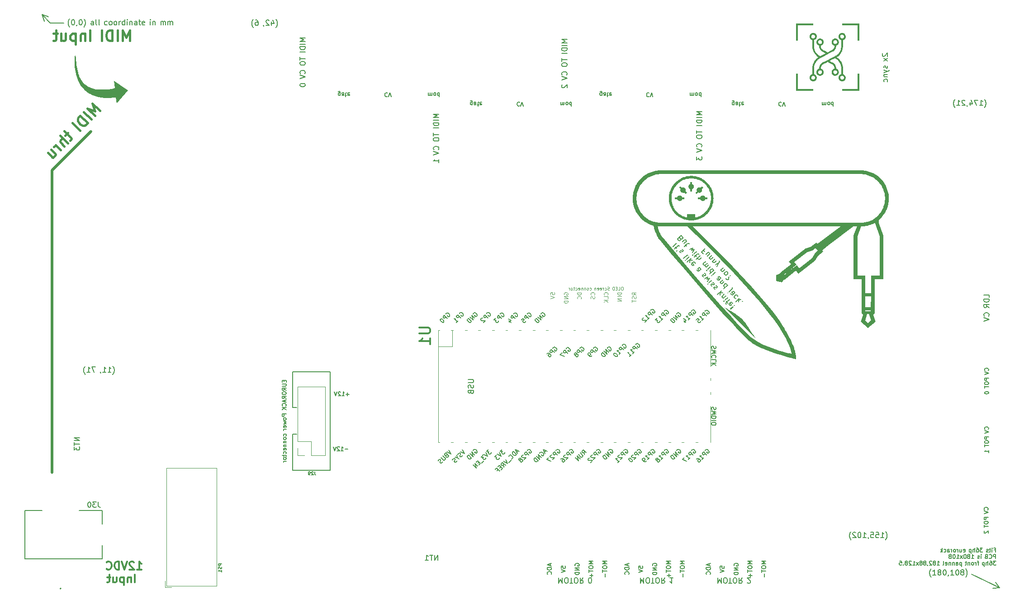
<source format=gbr>
%TF.GenerationSoftware,KiCad,Pcbnew,(7.0.0)*%
%TF.CreationDate,2023-04-14T17:54:00+02:00*%
%TF.ProjectId,multi-tool-midi-board,6d756c74-692d-4746-9f6f-6c2d6d696469,rev?*%
%TF.SameCoordinates,Original*%
%TF.FileFunction,Legend,Bot*%
%TF.FilePolarity,Positive*%
%FSLAX46Y46*%
G04 Gerber Fmt 4.6, Leading zero omitted, Abs format (unit mm)*
G04 Created by KiCad (PCBNEW (7.0.0)) date 2023-04-14 17:54:00*
%MOMM*%
%LPD*%
G01*
G04 APERTURE LIST*
%ADD10C,0.000000*%
%ADD11C,0.150000*%
%ADD12C,0.500000*%
%ADD13C,0.125000*%
%ADD14C,0.187500*%
%ADD15C,0.400000*%
%ADD16C,0.300000*%
%ADD17C,0.120000*%
%ADD18C,0.127000*%
%ADD19C,0.200000*%
G04 APERTURE END LIST*
D10*
G36*
X173300322Y-37595489D02*
G01*
X170078795Y-37595489D01*
X170078795Y-37276880D01*
X172981706Y-37276880D01*
X172981706Y-34373956D01*
X173300322Y-34373956D01*
X173300322Y-37595489D01*
G37*
G36*
X148509342Y-78429277D02*
G01*
X148904433Y-78662610D01*
X149386721Y-78958141D01*
X149915338Y-79297906D01*
X150184248Y-79478762D01*
X150449414Y-79663941D01*
X150705729Y-79851196D01*
X150948082Y-80038283D01*
X151171366Y-80222956D01*
X151370472Y-80402969D01*
X151560991Y-80598479D01*
X151760007Y-80826950D01*
X151964653Y-81082093D01*
X152172059Y-81357619D01*
X152583679Y-81944671D01*
X152971920Y-82537796D01*
X153313832Y-83086688D01*
X153586467Y-83541039D01*
X153832113Y-83964889D01*
X148144227Y-78221053D01*
X148509342Y-78429277D01*
G37*
D11*
X67250000Y-90250000D02*
X74300000Y-90250000D01*
D10*
G36*
X164721389Y-25323120D02*
G01*
X161818475Y-25323120D01*
X161818475Y-28226038D01*
X161499859Y-28226038D01*
X161499859Y-25004511D01*
X164721389Y-25004511D01*
X164721389Y-25323120D01*
G37*
G36*
X173300322Y-28226044D02*
G01*
X172981706Y-28226044D01*
X172981706Y-25323127D01*
X170078795Y-25323127D01*
X170078795Y-25004517D01*
X173300322Y-25004517D01*
X173300322Y-28226044D01*
G37*
G36*
X169434937Y-27456923D02*
G01*
X169750677Y-27456923D01*
X169753184Y-27486543D01*
X169758414Y-27516204D01*
X169766464Y-27545764D01*
X169777435Y-27575085D01*
X169791423Y-27604026D01*
X169808529Y-27632447D01*
X169828850Y-27660209D01*
X169852486Y-27687171D01*
X169873886Y-27707953D01*
X169896124Y-27726470D01*
X169919100Y-27742762D01*
X169942715Y-27756871D01*
X169966868Y-27768840D01*
X169991459Y-27778709D01*
X170016390Y-27786521D01*
X170041559Y-27792316D01*
X170066868Y-27796136D01*
X170092217Y-27798024D01*
X170117504Y-27798020D01*
X170142632Y-27796166D01*
X170167500Y-27792504D01*
X170192007Y-27787075D01*
X170216055Y-27779922D01*
X170239544Y-27771085D01*
X170262373Y-27760606D01*
X170284443Y-27748527D01*
X170305655Y-27734889D01*
X170325907Y-27719735D01*
X170345101Y-27703105D01*
X170363137Y-27685041D01*
X170379914Y-27665585D01*
X170395333Y-27644779D01*
X170409295Y-27622663D01*
X170421698Y-27599281D01*
X170432445Y-27574672D01*
X170441434Y-27548879D01*
X170448565Y-27521944D01*
X170453740Y-27493908D01*
X170456859Y-27464812D01*
X170457820Y-27434699D01*
X170457523Y-27422340D01*
X170456754Y-27410035D01*
X170455519Y-27397796D01*
X170453827Y-27385634D01*
X170451684Y-27373561D01*
X170449099Y-27361587D01*
X170446078Y-27349723D01*
X170442629Y-27337981D01*
X170438760Y-27326373D01*
X170434477Y-27314909D01*
X170429789Y-27303601D01*
X170424702Y-27292459D01*
X170419225Y-27281496D01*
X170413364Y-27270722D01*
X170407127Y-27260148D01*
X170400522Y-27249787D01*
X170393555Y-27239648D01*
X170386235Y-27229744D01*
X170378569Y-27220085D01*
X170370563Y-27210684D01*
X170362227Y-27201550D01*
X170353566Y-27192695D01*
X170344589Y-27184132D01*
X170335303Y-27175869D01*
X170325716Y-27167920D01*
X170315834Y-27160295D01*
X170305665Y-27153006D01*
X170295217Y-27146063D01*
X170284497Y-27139479D01*
X170273512Y-27133263D01*
X170262271Y-27127428D01*
X170250780Y-27121985D01*
X170250783Y-27121985D01*
X170217542Y-27108653D01*
X170184657Y-27098720D01*
X170152225Y-27092046D01*
X170120346Y-27088491D01*
X170089118Y-27087916D01*
X170058640Y-27090181D01*
X170029010Y-27095145D01*
X170000327Y-27102668D01*
X169972690Y-27112611D01*
X169946197Y-27124833D01*
X169920946Y-27139195D01*
X169897038Y-27155557D01*
X169874569Y-27173779D01*
X169853640Y-27193720D01*
X169834347Y-27215241D01*
X169816791Y-27238201D01*
X169801070Y-27262462D01*
X169787282Y-27287882D01*
X169775526Y-27314322D01*
X169765900Y-27341643D01*
X169758504Y-27369703D01*
X169753436Y-27398363D01*
X169750794Y-27427483D01*
X169750677Y-27456923D01*
X169434937Y-27456923D01*
X169435277Y-27417009D01*
X169439558Y-27363596D01*
X169447652Y-27310621D01*
X169459544Y-27258381D01*
X169475223Y-27207170D01*
X169494675Y-27157282D01*
X169517887Y-27109014D01*
X169544845Y-27062661D01*
X169575537Y-27018516D01*
X169609950Y-26976875D01*
X169648071Y-26938034D01*
X169689886Y-26902287D01*
X169735383Y-26869928D01*
X169784548Y-26841254D01*
X169837368Y-26816559D01*
X169893831Y-26796138D01*
X169953923Y-26780286D01*
X169953764Y-26780225D01*
X170029325Y-26767459D01*
X170102028Y-26762369D01*
X170171750Y-26764532D01*
X170238364Y-26773525D01*
X170301749Y-26788926D01*
X170361778Y-26810312D01*
X170418328Y-26837262D01*
X170471274Y-26869353D01*
X170520492Y-26906162D01*
X170565858Y-26947267D01*
X170607246Y-26992246D01*
X170644534Y-27040676D01*
X170677596Y-27092135D01*
X170706308Y-27146200D01*
X170730546Y-27202450D01*
X170750185Y-27260461D01*
X170765102Y-27319811D01*
X170775171Y-27380079D01*
X170780268Y-27440841D01*
X170780270Y-27501675D01*
X170775051Y-27562159D01*
X170764487Y-27621870D01*
X170748454Y-27680386D01*
X170726828Y-27737284D01*
X170699484Y-27792143D01*
X170666297Y-27844539D01*
X170627144Y-27894051D01*
X170581900Y-27940256D01*
X170530441Y-27982732D01*
X170472643Y-28021055D01*
X170408380Y-28054805D01*
X170337529Y-28083557D01*
X170273360Y-28106159D01*
X170266481Y-28794452D01*
X170263847Y-29039363D01*
X170260911Y-29228669D01*
X170259073Y-29305942D01*
X170256853Y-29373481D01*
X170254148Y-29432674D01*
X170250857Y-29484911D01*
X170246876Y-29531580D01*
X170242105Y-29574071D01*
X170236440Y-29613773D01*
X170229779Y-29652074D01*
X170222021Y-29690364D01*
X170213062Y-29730031D01*
X170191136Y-29819055D01*
X170160312Y-29929701D01*
X170124148Y-30038854D01*
X170082807Y-30146287D01*
X170036451Y-30251771D01*
X169985244Y-30355078D01*
X169929348Y-30455979D01*
X169868925Y-30554247D01*
X169804138Y-30649654D01*
X169735151Y-30741970D01*
X169662125Y-30830968D01*
X169585223Y-30916419D01*
X169504607Y-30998096D01*
X169420442Y-31075769D01*
X169332888Y-31149212D01*
X169242110Y-31218194D01*
X169148268Y-31282489D01*
X169139401Y-31288487D01*
X169136152Y-31291149D01*
X169133808Y-31293734D01*
X169133001Y-31295032D01*
X169132452Y-31296353D01*
X169132171Y-31297711D01*
X169132170Y-31299118D01*
X169132459Y-31300590D01*
X169133049Y-31302140D01*
X169133949Y-31303781D01*
X169135172Y-31305528D01*
X169138626Y-31309396D01*
X169143495Y-31313852D01*
X169149865Y-31319010D01*
X169157821Y-31324979D01*
X169178833Y-31339796D01*
X169207213Y-31359192D01*
X169305563Y-31429955D01*
X169399898Y-31505606D01*
X169490102Y-31585961D01*
X169576059Y-31670840D01*
X169657654Y-31760058D01*
X169734769Y-31853434D01*
X169807290Y-31950784D01*
X169875101Y-32051927D01*
X169938085Y-32156679D01*
X169996126Y-32264859D01*
X170049109Y-32376282D01*
X170096918Y-32490768D01*
X170139436Y-32608133D01*
X170176548Y-32728194D01*
X170208138Y-32850770D01*
X170234090Y-32975677D01*
X170242183Y-33022923D01*
X170248520Y-33070812D01*
X170253403Y-33127092D01*
X170257138Y-33199513D01*
X170262382Y-33423770D01*
X170266689Y-33805572D01*
X170273369Y-34493866D01*
X170337532Y-34516467D01*
X170394877Y-34539433D01*
X170448157Y-34566337D01*
X170497391Y-34596899D01*
X170542598Y-34630841D01*
X170583797Y-34667883D01*
X170621006Y-34707747D01*
X170654245Y-34750152D01*
X170683532Y-34794819D01*
X170708886Y-34841471D01*
X170730326Y-34889826D01*
X170747870Y-34939606D01*
X170761538Y-34990531D01*
X170771348Y-35042324D01*
X170777319Y-35094703D01*
X170779470Y-35147390D01*
X170777819Y-35200106D01*
X170772386Y-35252572D01*
X170763189Y-35304508D01*
X170750247Y-35355635D01*
X170733579Y-35405674D01*
X170713204Y-35454345D01*
X170689140Y-35501370D01*
X170661406Y-35546469D01*
X170630022Y-35589363D01*
X170595005Y-35629772D01*
X170556375Y-35667418D01*
X170514150Y-35702021D01*
X170468350Y-35733302D01*
X170418992Y-35760982D01*
X170366097Y-35784782D01*
X170309682Y-35804422D01*
X170249767Y-35819622D01*
X170172842Y-35831977D01*
X170099043Y-35836536D01*
X170028485Y-35833733D01*
X169961281Y-35824004D01*
X169897545Y-35807783D01*
X169837391Y-35785504D01*
X169780935Y-35757603D01*
X169728289Y-35724515D01*
X169679567Y-35686673D01*
X169634885Y-35644513D01*
X169594355Y-35598470D01*
X169558092Y-35548978D01*
X169526211Y-35496472D01*
X169498824Y-35441386D01*
X169476047Y-35384156D01*
X169457993Y-35325216D01*
X169444777Y-35265001D01*
X169436512Y-35203946D01*
X169434361Y-35162626D01*
X169751301Y-35162626D01*
X169752774Y-35189367D01*
X169756450Y-35216350D01*
X169762410Y-35243493D01*
X169770737Y-35270714D01*
X169781511Y-35297931D01*
X169791575Y-35318894D01*
X169802727Y-35338827D01*
X169814911Y-35357718D01*
X169828068Y-35375557D01*
X169842141Y-35392333D01*
X169857072Y-35408036D01*
X169872803Y-35422655D01*
X169889277Y-35436178D01*
X169906435Y-35448596D01*
X169924221Y-35459898D01*
X169942576Y-35470073D01*
X169961442Y-35479110D01*
X169980762Y-35486999D01*
X170000479Y-35493730D01*
X170020534Y-35499290D01*
X170040870Y-35503670D01*
X170061428Y-35506859D01*
X170082152Y-35508847D01*
X170102984Y-35509622D01*
X170123865Y-35509174D01*
X170144738Y-35507492D01*
X170165546Y-35504566D01*
X170186231Y-35500385D01*
X170206734Y-35494939D01*
X170226998Y-35488215D01*
X170246966Y-35480205D01*
X170266580Y-35470897D01*
X170285782Y-35460280D01*
X170304513Y-35448345D01*
X170322718Y-35435079D01*
X170340337Y-35420473D01*
X170357314Y-35404516D01*
X170373062Y-35387744D01*
X170387457Y-35370318D01*
X170400511Y-35352296D01*
X170412235Y-35333735D01*
X170422640Y-35314695D01*
X170431737Y-35295233D01*
X170439537Y-35275407D01*
X170446053Y-35255275D01*
X170451294Y-35234896D01*
X170455273Y-35214327D01*
X170458000Y-35193626D01*
X170459488Y-35172852D01*
X170459746Y-35152062D01*
X170458787Y-35131315D01*
X170456622Y-35110669D01*
X170453261Y-35090181D01*
X170448717Y-35069910D01*
X170443000Y-35049914D01*
X170436122Y-35030251D01*
X170428094Y-35010979D01*
X170418927Y-34992156D01*
X170408632Y-34973840D01*
X170397222Y-34956089D01*
X170384706Y-34938961D01*
X170371097Y-34922515D01*
X170356405Y-34906807D01*
X170340642Y-34891898D01*
X170323819Y-34877843D01*
X170305947Y-34864702D01*
X170287038Y-34852533D01*
X170267103Y-34841393D01*
X170246153Y-34831341D01*
X170246156Y-34831341D01*
X170218986Y-34820587D01*
X170191817Y-34812286D01*
X170164729Y-34806357D01*
X170137804Y-34802718D01*
X170111125Y-34801288D01*
X170084773Y-34801983D01*
X170058828Y-34804723D01*
X170033374Y-34809425D01*
X170008491Y-34816008D01*
X169984261Y-34824388D01*
X169960765Y-34834486D01*
X169938086Y-34846218D01*
X169916304Y-34859502D01*
X169895501Y-34874257D01*
X169875760Y-34890401D01*
X169857161Y-34907852D01*
X169839785Y-34926527D01*
X169823716Y-34946346D01*
X169809033Y-34967225D01*
X169795820Y-34989084D01*
X169784156Y-35011840D01*
X169774125Y-35035411D01*
X169765807Y-35059715D01*
X169759284Y-35084670D01*
X169754638Y-35110195D01*
X169751949Y-35136208D01*
X169751301Y-35162626D01*
X169434361Y-35162626D01*
X169433313Y-35142484D01*
X169435293Y-35081052D01*
X169442568Y-35020083D01*
X169455250Y-34960013D01*
X169473454Y-34901277D01*
X169497294Y-34844308D01*
X169526884Y-34789542D01*
X169562339Y-34737413D01*
X169603772Y-34688356D01*
X169651297Y-34642806D01*
X169705029Y-34601198D01*
X169765081Y-34563966D01*
X169831568Y-34531545D01*
X169904604Y-34504370D01*
X169948854Y-34490210D01*
X169948827Y-33945355D01*
X169947903Y-33686909D01*
X169944623Y-33474861D01*
X169941850Y-33383618D01*
X169938189Y-33300832D01*
X169933539Y-33225457D01*
X169927801Y-33156443D01*
X169920875Y-33092745D01*
X169912660Y-33033315D01*
X169903058Y-32977104D01*
X169891968Y-32923067D01*
X169879290Y-32870155D01*
X169864924Y-32817320D01*
X169848771Y-32763517D01*
X169830730Y-32707696D01*
X169797434Y-32615008D01*
X169759835Y-32524083D01*
X169718058Y-32435071D01*
X169672225Y-32348123D01*
X169622462Y-32263388D01*
X169568892Y-32181017D01*
X169511638Y-32101161D01*
X169450826Y-32023969D01*
X169386577Y-31949591D01*
X169319018Y-31878178D01*
X169248271Y-31809880D01*
X169174460Y-31744847D01*
X169097709Y-31683229D01*
X169018143Y-31625176D01*
X168935884Y-31570839D01*
X168851058Y-31520367D01*
X168785768Y-31483606D01*
X168561943Y-31599102D01*
X168152947Y-31810348D01*
X168015160Y-31881796D01*
X167914472Y-31934326D01*
X167845354Y-31970836D01*
X167802275Y-31994226D01*
X167788771Y-32001906D01*
X167779703Y-32007393D01*
X167774379Y-32011050D01*
X167772906Y-32012305D01*
X167772109Y-32013238D01*
X167773165Y-32015018D01*
X167777402Y-32018404D01*
X167794781Y-32029645D01*
X167822977Y-32046256D01*
X167860718Y-32067530D01*
X167959762Y-32121245D01*
X168081752Y-32185144D01*
X168204760Y-32249013D01*
X168256901Y-32276516D01*
X168303526Y-32301523D01*
X168345181Y-32324378D01*
X168382410Y-32345427D01*
X168415759Y-32365012D01*
X168445773Y-32383480D01*
X168472998Y-32401173D01*
X168497977Y-32418437D01*
X168521257Y-32435615D01*
X168543382Y-32453053D01*
X168564898Y-32471094D01*
X168586349Y-32490083D01*
X168608281Y-32510364D01*
X168631239Y-32532281D01*
X168671250Y-32572711D01*
X168708976Y-32614504D01*
X168744403Y-32657628D01*
X168777517Y-32702052D01*
X168808305Y-32747744D01*
X168836751Y-32794674D01*
X168862842Y-32842810D01*
X168886564Y-32892120D01*
X168907902Y-32942573D01*
X168926843Y-32994139D01*
X168943372Y-33046785D01*
X168957476Y-33100480D01*
X168969140Y-33155194D01*
X168978351Y-33210893D01*
X168985093Y-33267549D01*
X168989354Y-33325128D01*
X168996474Y-33462194D01*
X169057893Y-33481555D01*
X169094474Y-33494862D01*
X169130580Y-33511463D01*
X169166028Y-33531147D01*
X169200634Y-33553702D01*
X169234215Y-33578918D01*
X169266588Y-33606584D01*
X169297569Y-33636487D01*
X169326974Y-33668418D01*
X169354620Y-33702164D01*
X169380323Y-33737514D01*
X169403901Y-33774258D01*
X169425169Y-33812184D01*
X169443944Y-33851081D01*
X169460043Y-33890737D01*
X169473281Y-33930942D01*
X169483476Y-33971484D01*
X169493941Y-34033099D01*
X169499079Y-34093265D01*
X169499124Y-34151852D01*
X169494311Y-34208736D01*
X169484872Y-34263788D01*
X169471043Y-34316882D01*
X169453057Y-34367890D01*
X169431149Y-34416685D01*
X169405552Y-34463141D01*
X169376500Y-34507131D01*
X169344228Y-34548526D01*
X169308970Y-34587201D01*
X169270959Y-34623028D01*
X169230431Y-34655881D01*
X169187618Y-34685631D01*
X169142754Y-34712153D01*
X169096075Y-34735318D01*
X169047814Y-34755001D01*
X168998205Y-34771073D01*
X168947482Y-34783409D01*
X168895879Y-34791880D01*
X168843631Y-34796360D01*
X168790971Y-34796722D01*
X168738133Y-34792838D01*
X168685352Y-34784582D01*
X168632861Y-34771827D01*
X168580894Y-34754446D01*
X168529687Y-34732311D01*
X168479472Y-34705295D01*
X168430483Y-34673272D01*
X168382956Y-34636114D01*
X168337123Y-34593695D01*
X168304945Y-34559115D01*
X168275773Y-34523129D01*
X168249572Y-34485873D01*
X168226307Y-34447481D01*
X168205943Y-34408091D01*
X168188445Y-34367838D01*
X168173780Y-34326859D01*
X168161911Y-34285289D01*
X168152805Y-34243265D01*
X168146426Y-34200922D01*
X168142740Y-34158397D01*
X168141711Y-34115826D01*
X168141955Y-34109343D01*
X168464279Y-34109343D01*
X168464828Y-34135065D01*
X168467347Y-34161102D01*
X168471905Y-34187385D01*
X168478571Y-34213844D01*
X168487413Y-34240411D01*
X168496482Y-34262447D01*
X168506780Y-34283458D01*
X168518245Y-34303431D01*
X168530810Y-34322351D01*
X168544413Y-34340204D01*
X168558988Y-34356976D01*
X168574473Y-34372653D01*
X168590802Y-34387221D01*
X168607912Y-34400666D01*
X168625739Y-34412974D01*
X168644218Y-34424131D01*
X168663284Y-34434123D01*
X168682875Y-34442936D01*
X168702926Y-34450556D01*
X168723372Y-34456969D01*
X168744150Y-34462160D01*
X168765195Y-34466116D01*
X168786443Y-34468823D01*
X168807830Y-34470266D01*
X168829292Y-34470433D01*
X168850765Y-34469307D01*
X168872185Y-34466876D01*
X168893486Y-34463126D01*
X168914606Y-34458042D01*
X168935480Y-34451611D01*
X168956044Y-34443818D01*
X168976234Y-34434650D01*
X168995985Y-34424092D01*
X169015233Y-34412130D01*
X169033915Y-34398750D01*
X169051966Y-34383939D01*
X169069322Y-34367682D01*
X169085547Y-34350356D01*
X169100327Y-34332331D01*
X169113677Y-34313670D01*
X169125611Y-34294438D01*
X169136142Y-34274700D01*
X169145286Y-34254520D01*
X169153056Y-34233961D01*
X169159467Y-34213090D01*
X169164531Y-34191970D01*
X169168264Y-34170665D01*
X169170680Y-34149241D01*
X169171793Y-34127761D01*
X169171616Y-34106290D01*
X169170164Y-34084892D01*
X169167451Y-34063633D01*
X169163491Y-34042575D01*
X169158298Y-34021785D01*
X169151887Y-34001326D01*
X169144271Y-33981263D01*
X169135464Y-33961659D01*
X169125481Y-33942581D01*
X169114336Y-33924091D01*
X169102042Y-33906255D01*
X169088614Y-33889137D01*
X169074067Y-33872801D01*
X169058413Y-33857312D01*
X169041667Y-33842735D01*
X169023844Y-33829133D01*
X169004957Y-33816571D01*
X168985020Y-33805114D01*
X168964048Y-33794827D01*
X168942055Y-33785772D01*
X168915488Y-33776930D01*
X168889028Y-33770264D01*
X168862745Y-33765706D01*
X168836708Y-33763187D01*
X168810985Y-33762638D01*
X168785646Y-33763989D01*
X168760760Y-33767173D01*
X168736395Y-33772120D01*
X168712621Y-33778760D01*
X168689506Y-33787026D01*
X168667119Y-33796848D01*
X168645530Y-33808157D01*
X168624807Y-33820884D01*
X168605020Y-33834960D01*
X168586236Y-33850317D01*
X168568527Y-33866884D01*
X168551959Y-33884594D01*
X168536602Y-33903377D01*
X168522526Y-33923165D01*
X168509799Y-33943888D01*
X168498490Y-33965477D01*
X168488668Y-33987863D01*
X168480403Y-34010978D01*
X168473762Y-34034753D01*
X168468815Y-34059117D01*
X168465631Y-34084004D01*
X168464279Y-34109343D01*
X168141955Y-34109343D01*
X168143306Y-34073345D01*
X168147489Y-34031090D01*
X168154226Y-33989197D01*
X168163482Y-33947802D01*
X168175222Y-33907041D01*
X168189411Y-33867050D01*
X168206014Y-33827965D01*
X168224998Y-33789923D01*
X168246326Y-33753059D01*
X168269965Y-33717510D01*
X168295879Y-33683411D01*
X168324033Y-33650899D01*
X168354394Y-33620109D01*
X168386925Y-33591178D01*
X168421593Y-33564242D01*
X168458363Y-33539437D01*
X168497199Y-33516898D01*
X168538068Y-33496763D01*
X168580933Y-33479167D01*
X168625762Y-33464245D01*
X168677419Y-33449005D01*
X168669542Y-33353955D01*
X168665200Y-33310404D01*
X168659491Y-33268171D01*
X168652391Y-33227198D01*
X168643874Y-33187428D01*
X168633914Y-33148801D01*
X168622488Y-33111261D01*
X168609569Y-33074750D01*
X168595133Y-33039209D01*
X168579155Y-33004580D01*
X168561608Y-32970807D01*
X168542469Y-32937830D01*
X168521712Y-32905592D01*
X168499311Y-32874036D01*
X168475242Y-32843102D01*
X168449480Y-32812734D01*
X168421999Y-32782873D01*
X168388209Y-32749235D01*
X168352111Y-32717963D01*
X168308856Y-32686118D01*
X168253595Y-32650765D01*
X168181482Y-32608966D01*
X168087668Y-32557785D01*
X167815545Y-32415527D01*
X167399697Y-32200641D01*
X166983849Y-32415619D01*
X166834992Y-32492791D01*
X166718496Y-32553941D01*
X166670702Y-32579503D01*
X166628983Y-32602255D01*
X166592666Y-32622593D01*
X166561080Y-32640917D01*
X166533552Y-32657624D01*
X166509410Y-32673113D01*
X166487983Y-32687781D01*
X166468598Y-32702028D01*
X166450584Y-32716250D01*
X166433268Y-32730847D01*
X166415980Y-32746216D01*
X166398046Y-32762756D01*
X166378512Y-32781945D01*
X166359387Y-32802582D01*
X166340711Y-32824541D01*
X166322525Y-32847695D01*
X166287784Y-32897076D01*
X166255485Y-32949710D01*
X166225950Y-33004578D01*
X166199502Y-33060664D01*
X166176462Y-33116951D01*
X166157154Y-33172421D01*
X166141899Y-33226057D01*
X166131019Y-33276843D01*
X166127320Y-33300849D01*
X166124837Y-33323761D01*
X166123608Y-33345452D01*
X166123674Y-33365794D01*
X166125076Y-33384661D01*
X166127854Y-33401925D01*
X166132048Y-33417459D01*
X166137698Y-33431136D01*
X166144845Y-33442830D01*
X166153528Y-33452412D01*
X166163789Y-33459755D01*
X166175667Y-33464734D01*
X166220375Y-33479605D01*
X166263118Y-33497137D01*
X166303861Y-33517195D01*
X166342572Y-33539645D01*
X166379215Y-33564352D01*
X166413757Y-33591182D01*
X166446163Y-33620000D01*
X166476399Y-33650673D01*
X166504431Y-33683066D01*
X166530226Y-33717044D01*
X166553748Y-33752473D01*
X166574964Y-33789219D01*
X166593840Y-33827147D01*
X166610341Y-33866123D01*
X166624434Y-33906013D01*
X166636083Y-33946682D01*
X166645256Y-33987995D01*
X166651918Y-34029820D01*
X166656035Y-34072020D01*
X166657572Y-34114462D01*
X166656497Y-34157012D01*
X166652773Y-34199534D01*
X166646368Y-34241895D01*
X166637247Y-34283961D01*
X166625376Y-34325596D01*
X166610722Y-34366667D01*
X166593249Y-34407039D01*
X166572923Y-34446578D01*
X166549712Y-34485149D01*
X166523579Y-34522618D01*
X166494492Y-34558851D01*
X166462417Y-34593713D01*
X166423029Y-34630888D01*
X166382056Y-34664126D01*
X166339676Y-34693495D01*
X166296067Y-34719060D01*
X166251411Y-34740889D01*
X166205884Y-34759048D01*
X166159666Y-34773603D01*
X166112936Y-34784623D01*
X166065874Y-34792172D01*
X166018658Y-34796319D01*
X165971467Y-34797130D01*
X165924480Y-34794671D01*
X165877876Y-34789010D01*
X165831835Y-34780212D01*
X165786535Y-34768346D01*
X165742154Y-34753476D01*
X165698873Y-34735671D01*
X165656871Y-34714997D01*
X165616325Y-34691520D01*
X165577416Y-34665308D01*
X165540322Y-34636427D01*
X165505222Y-34604944D01*
X165472296Y-34570925D01*
X165441721Y-34534437D01*
X165413678Y-34495548D01*
X165388346Y-34454323D01*
X165365902Y-34410830D01*
X165346527Y-34365134D01*
X165330399Y-34317304D01*
X165317697Y-34267405D01*
X165308601Y-34215505D01*
X165303289Y-34161670D01*
X165302173Y-34133560D01*
X165302239Y-34112170D01*
X165625949Y-34112170D01*
X165626437Y-34139612D01*
X165629216Y-34167324D01*
X165634374Y-34195213D01*
X165642000Y-34223189D01*
X165652182Y-34251158D01*
X165665007Y-34279028D01*
X165675677Y-34298454D01*
X165687327Y-34316893D01*
X165699905Y-34334338D01*
X165713356Y-34350779D01*
X165727627Y-34366208D01*
X165742664Y-34380617D01*
X165758413Y-34393996D01*
X165774820Y-34406337D01*
X165791833Y-34417632D01*
X165809397Y-34427872D01*
X165827458Y-34437048D01*
X165845964Y-34445152D01*
X165864859Y-34452175D01*
X165884091Y-34458108D01*
X165903605Y-34462944D01*
X165923348Y-34466673D01*
X165943267Y-34469287D01*
X165963307Y-34470777D01*
X165983415Y-34471135D01*
X166003538Y-34470351D01*
X166023620Y-34468418D01*
X166043610Y-34465327D01*
X166063452Y-34461070D01*
X166083094Y-34455637D01*
X166102482Y-34449020D01*
X166121561Y-34441210D01*
X166140279Y-34432199D01*
X166158581Y-34421979D01*
X166176414Y-34410541D01*
X166193725Y-34397875D01*
X166210458Y-34383974D01*
X166226561Y-34368829D01*
X166242631Y-34351783D01*
X166257376Y-34334153D01*
X166270804Y-34315992D01*
X166282924Y-34297352D01*
X166293747Y-34278285D01*
X166303280Y-34258846D01*
X166311533Y-34239086D01*
X166318515Y-34219058D01*
X166324235Y-34198816D01*
X166328701Y-34178411D01*
X166331924Y-34157898D01*
X166333912Y-34137327D01*
X166334674Y-34116753D01*
X166334219Y-34096228D01*
X166332556Y-34075804D01*
X166329695Y-34055536D01*
X166325644Y-34035474D01*
X166320412Y-34015673D01*
X166314008Y-33996184D01*
X166306442Y-33977062D01*
X166297723Y-33958357D01*
X166287859Y-33940124D01*
X166276860Y-33922415D01*
X166264734Y-33905283D01*
X166251491Y-33888781D01*
X166237139Y-33872960D01*
X166221689Y-33857875D01*
X166205148Y-33843578D01*
X166187526Y-33830122D01*
X166168832Y-33817559D01*
X166149075Y-33805942D01*
X166128264Y-33795324D01*
X166128264Y-33795330D01*
X166100166Y-33783408D01*
X166072064Y-33774151D01*
X166044047Y-33767467D01*
X166016202Y-33763266D01*
X165988618Y-33761454D01*
X165961384Y-33761939D01*
X165934586Y-33764630D01*
X165908315Y-33769433D01*
X165882657Y-33776258D01*
X165857702Y-33785011D01*
X165833537Y-33795600D01*
X165810251Y-33807934D01*
X165787932Y-33821921D01*
X165766669Y-33837467D01*
X165746549Y-33854482D01*
X165727660Y-33872872D01*
X165710092Y-33892546D01*
X165693933Y-33913411D01*
X165679270Y-33935376D01*
X165666192Y-33958348D01*
X165654787Y-33982235D01*
X165645143Y-34006944D01*
X165637350Y-34032385D01*
X165631494Y-34058464D01*
X165627664Y-34085090D01*
X165625949Y-34112170D01*
X165302239Y-34112170D01*
X165302259Y-34105511D01*
X165303524Y-34077561D01*
X165305943Y-34049747D01*
X165309490Y-34022109D01*
X165314142Y-33994684D01*
X165319873Y-33967511D01*
X165326660Y-33940627D01*
X165334477Y-33914072D01*
X165343300Y-33887882D01*
X165353104Y-33862097D01*
X165363865Y-33836753D01*
X165375557Y-33811891D01*
X165388157Y-33787547D01*
X165401640Y-33763760D01*
X165415980Y-33740568D01*
X165431154Y-33718010D01*
X165447137Y-33696122D01*
X165463904Y-33674945D01*
X165481431Y-33654515D01*
X165499692Y-33634871D01*
X165518664Y-33616051D01*
X165538322Y-33598094D01*
X165558640Y-33581037D01*
X165579595Y-33564919D01*
X165601162Y-33549777D01*
X165623316Y-33535651D01*
X165646032Y-33522577D01*
X165669287Y-33510595D01*
X165693054Y-33499743D01*
X165717310Y-33490058D01*
X165742031Y-33481579D01*
X165803454Y-33462219D01*
X165810561Y-33325158D01*
X165814822Y-33267579D01*
X165821564Y-33210924D01*
X165830775Y-33155224D01*
X165842439Y-33100511D01*
X165856543Y-33046815D01*
X165873072Y-32994169D01*
X165892013Y-32942604D01*
X165913352Y-32892151D01*
X165937073Y-32842840D01*
X165963164Y-32794705D01*
X165991610Y-32747775D01*
X166022398Y-32702082D01*
X166055512Y-32657659D01*
X166090939Y-32614535D01*
X166128665Y-32572742D01*
X166168676Y-32532312D01*
X166216417Y-32485078D01*
X166263797Y-32444057D01*
X166339967Y-32393258D01*
X166474075Y-32316694D01*
X167032709Y-32022314D01*
X168172896Y-31433007D01*
X168346594Y-31342788D01*
X168502648Y-31260518D01*
X168642409Y-31185197D01*
X168767227Y-31115826D01*
X168878454Y-31051405D01*
X168977441Y-30990935D01*
X169065539Y-30933417D01*
X169144099Y-30877850D01*
X169214471Y-30823235D01*
X169247009Y-30795972D01*
X169278007Y-30768572D01*
X169307633Y-30740911D01*
X169336057Y-30712862D01*
X169389973Y-30655106D01*
X169441106Y-30594304D01*
X169490806Y-30529456D01*
X169540425Y-30459562D01*
X169591313Y-30383624D01*
X169644633Y-30299619D01*
X169692656Y-30217825D01*
X169735628Y-30137024D01*
X169773793Y-30055998D01*
X169807398Y-29973528D01*
X169836689Y-29888396D01*
X169861910Y-29799383D01*
X169883307Y-29705273D01*
X169901126Y-29604845D01*
X169915613Y-29496882D01*
X169927013Y-29380165D01*
X169935571Y-29253477D01*
X169941533Y-29115598D01*
X169945145Y-28965311D01*
X169946300Y-28622638D01*
X169943099Y-28104718D01*
X169895894Y-28090637D01*
X169837403Y-28070316D01*
X169782934Y-28045715D01*
X169732472Y-28017127D01*
X169686006Y-27984849D01*
X169643522Y-27949175D01*
X169605007Y-27910400D01*
X169570448Y-27868820D01*
X169539832Y-27824729D01*
X169513145Y-27778422D01*
X169490375Y-27730194D01*
X169471509Y-27680340D01*
X169456534Y-27629155D01*
X169445436Y-27576935D01*
X169438202Y-27523974D01*
X169434820Y-27470567D01*
X169434937Y-27456923D01*
G37*
D11*
X67250000Y-102000000D02*
X68000000Y-102000000D01*
D10*
G36*
X140098200Y-55756942D02*
G01*
X140134697Y-55740263D01*
X140172147Y-55726597D01*
X140210362Y-55715943D01*
X140249152Y-55708301D01*
X140288328Y-55703673D01*
X140327702Y-55702059D01*
X140367084Y-55703458D01*
X140406287Y-55707871D01*
X140445120Y-55715299D01*
X140483395Y-55725742D01*
X140520923Y-55739200D01*
X140557516Y-55755673D01*
X140575402Y-55765041D01*
X140592983Y-55775163D01*
X140610236Y-55786039D01*
X140627137Y-55797668D01*
X140643662Y-55810052D01*
X140659788Y-55823191D01*
X140675491Y-55837083D01*
X140690748Y-55851730D01*
X140719293Y-55882696D01*
X140744819Y-55915353D01*
X140767327Y-55949510D01*
X140786818Y-55984979D01*
X140803291Y-56021572D01*
X140816748Y-56059099D01*
X140827189Y-56097373D01*
X140834615Y-56136204D01*
X140839025Y-56175403D01*
X140840422Y-56214783D01*
X140838804Y-56254154D01*
X140834174Y-56293327D01*
X140826530Y-56332114D01*
X140815875Y-56370326D01*
X140802208Y-56407775D01*
X140785530Y-56444271D01*
X141069001Y-56727743D01*
X140843476Y-56953268D01*
X140560005Y-56669796D01*
X140523503Y-56686481D01*
X140486051Y-56700154D01*
X140447837Y-56710814D01*
X140409048Y-56718461D01*
X140369875Y-56723093D01*
X140330504Y-56724712D01*
X140291126Y-56723315D01*
X140251927Y-56718903D01*
X140213098Y-56711476D01*
X140174826Y-56701033D01*
X140137300Y-56687573D01*
X140100708Y-56671096D01*
X140082822Y-56661726D01*
X140065240Y-56651601D01*
X140047985Y-56640722D01*
X140031083Y-56629089D01*
X140014555Y-56616701D01*
X139998425Y-56603558D01*
X139982718Y-56589661D01*
X139967457Y-56575008D01*
X139938923Y-56544050D01*
X139913403Y-56511401D01*
X139890899Y-56477251D01*
X139871409Y-56441786D01*
X139854935Y-56405197D01*
X139841475Y-56367672D01*
X139831030Y-56329400D01*
X139823599Y-56290569D01*
X139819184Y-56251369D01*
X139817782Y-56211987D01*
X139819395Y-56172612D01*
X139824023Y-56133434D01*
X139831665Y-56094640D01*
X139842321Y-56056420D01*
X139855991Y-56018962D01*
X139872676Y-55982455D01*
X139589204Y-55698983D01*
X139814729Y-55473470D01*
X140098200Y-55756942D01*
G37*
G36*
X161818292Y-37276880D02*
G01*
X164721206Y-37276880D01*
X164721206Y-37595489D01*
X161499679Y-37595489D01*
X161499679Y-35984723D01*
X161499859Y-35984729D01*
X161499859Y-34373962D01*
X161818292Y-34373962D01*
X161818292Y-37276880D01*
G37*
D11*
X68000000Y-97000000D02*
X67250000Y-97000000D01*
D10*
G36*
X142019679Y-55092855D02*
G01*
X142057278Y-55106874D01*
X142093423Y-55123695D01*
X142127978Y-55143186D01*
X142160810Y-55165214D01*
X142191784Y-55189644D01*
X142220768Y-55216345D01*
X142247627Y-55245182D01*
X142272228Y-55276023D01*
X142294435Y-55308734D01*
X142314117Y-55343182D01*
X142331137Y-55379233D01*
X142345364Y-55416754D01*
X142356663Y-55455613D01*
X142364899Y-55495675D01*
X142367827Y-55516116D01*
X142369939Y-55536808D01*
X142371219Y-55557734D01*
X142371650Y-55578878D01*
X142371220Y-55600031D01*
X142369941Y-55620965D01*
X142367829Y-55641664D01*
X142364901Y-55662111D01*
X142361175Y-55682291D01*
X142356666Y-55702185D01*
X142351392Y-55721777D01*
X142345368Y-55741052D01*
X142338613Y-55759991D01*
X142331143Y-55778579D01*
X142322974Y-55796799D01*
X142314123Y-55814634D01*
X142304606Y-55832067D01*
X142294442Y-55849082D01*
X142283646Y-55865663D01*
X142272235Y-55881793D01*
X142260225Y-55897454D01*
X142247634Y-55912631D01*
X142234479Y-55927306D01*
X142220775Y-55941464D01*
X142206540Y-55955087D01*
X142191791Y-55968158D01*
X142176544Y-55980663D01*
X142160816Y-55992582D01*
X142144623Y-56003900D01*
X142127983Y-56014601D01*
X142110912Y-56024667D01*
X142093426Y-56034083D01*
X142075544Y-56042830D01*
X142057280Y-56050894D01*
X142038653Y-56058256D01*
X142019679Y-56064901D01*
X142019679Y-56465792D01*
X141700746Y-56465792D01*
X141700746Y-56064901D01*
X141663136Y-56050888D01*
X141626984Y-56034072D01*
X141592423Y-56014588D01*
X141559588Y-55992567D01*
X141528612Y-55968142D01*
X141499628Y-55941448D01*
X141472770Y-55912615D01*
X141448171Y-55881779D01*
X141425967Y-55849071D01*
X141406289Y-55814624D01*
X141389272Y-55778572D01*
X141375049Y-55741046D01*
X141363754Y-55702182D01*
X141355521Y-55662110D01*
X141352594Y-55641663D01*
X141350483Y-55620965D01*
X141349204Y-55600031D01*
X141348774Y-55578878D01*
X141349204Y-55557734D01*
X141350483Y-55536808D01*
X141352594Y-55516116D01*
X141355521Y-55495675D01*
X141359246Y-55475502D01*
X141363753Y-55455613D01*
X141369026Y-55436025D01*
X141375047Y-55416754D01*
X141381801Y-55397818D01*
X141389269Y-55379233D01*
X141397437Y-55361015D01*
X141406286Y-55343182D01*
X141415800Y-55325749D01*
X141425963Y-55308734D01*
X141436757Y-55292153D01*
X141448167Y-55276023D01*
X141460175Y-55260361D01*
X141472765Y-55245182D01*
X141485919Y-55230505D01*
X141499622Y-55216345D01*
X141513857Y-55202719D01*
X141528606Y-55189644D01*
X141543854Y-55177137D01*
X141559583Y-55165214D01*
X141575777Y-55153891D01*
X141592419Y-55143186D01*
X141609492Y-55133115D01*
X141626980Y-55123695D01*
X141644866Y-55114942D01*
X141663134Y-55106874D01*
X141681766Y-55099506D01*
X141700746Y-55092855D01*
X141700746Y-54691976D01*
X142019679Y-54691976D01*
X142019679Y-55092855D01*
G37*
D11*
X74300000Y-108700000D02*
X67250000Y-108700000D01*
D12*
X29500000Y-45250000D02*
X22250000Y-52500000D01*
D10*
G36*
X178863093Y-57782607D02*
G01*
X178854720Y-58082689D01*
X178829900Y-58378322D01*
X178789079Y-58669065D01*
X178732707Y-58954477D01*
X178661229Y-59234114D01*
X178575094Y-59507535D01*
X178474749Y-59774299D01*
X178360642Y-60033962D01*
X178233220Y-60286083D01*
X178092931Y-60530220D01*
X177940223Y-60765931D01*
X177775542Y-60992773D01*
X177599337Y-61210306D01*
X177412054Y-61418086D01*
X177214143Y-61615671D01*
X177006049Y-61802621D01*
X177006049Y-62421705D01*
X177840727Y-64717172D01*
X177840727Y-64844917D01*
X177840727Y-72946954D01*
X176220154Y-72946954D01*
X176219636Y-76134769D01*
X176219208Y-78771094D01*
X176219121Y-79306255D01*
X175961565Y-79619207D01*
X176315638Y-80672579D01*
X176399988Y-80923521D01*
X174982400Y-82050066D01*
X173563986Y-80922280D01*
X173647717Y-80673613D01*
X174409619Y-80673613D01*
X174981367Y-81127746D01*
X175554148Y-80672579D01*
X175150039Y-79471620D01*
X175162441Y-79456530D01*
X174802773Y-79456737D01*
X174814969Y-79471620D01*
X174409619Y-80673613D01*
X173647717Y-80673613D01*
X174002408Y-79620241D01*
X173743613Y-79306048D01*
X173743693Y-78896564D01*
X174466256Y-78896564D01*
X175496477Y-78896564D01*
X175496477Y-78771094D01*
X174466256Y-78771094D01*
X174466256Y-78896564D01*
X173743693Y-78896564D01*
X173743827Y-78211541D01*
X174466463Y-78211541D01*
X175496684Y-78210715D01*
X175496891Y-76134769D01*
X174466876Y-76134769D01*
X174466463Y-78211541D01*
X173743827Y-78211541D01*
X173744853Y-72946954D01*
X172268560Y-72946954D01*
X172268560Y-72223071D01*
X172989964Y-72223071D01*
X174467496Y-72224310D01*
X174466876Y-75574596D01*
X175497098Y-75575217D01*
X175497511Y-72224310D01*
X177118084Y-72224310D01*
X177118084Y-64844917D01*
X176283406Y-62549449D01*
X176283406Y-62320626D01*
X176137432Y-62404440D01*
X175988577Y-62483674D01*
X175836935Y-62558235D01*
X175682601Y-62628031D01*
X175525669Y-62692969D01*
X175366233Y-62752955D01*
X175204389Y-62807897D01*
X175040229Y-62857700D01*
X174873848Y-62902274D01*
X174705342Y-62941523D01*
X174534804Y-62975356D01*
X174362328Y-63003679D01*
X174188009Y-63026399D01*
X174011941Y-63043423D01*
X173834218Y-63054659D01*
X173654936Y-63060012D01*
X172989964Y-64845950D01*
X172989964Y-72223071D01*
X172268560Y-72223071D01*
X172268560Y-64717172D01*
X172883924Y-63061872D01*
X172209856Y-63061872D01*
X167780541Y-66432003D01*
X166390676Y-67489509D01*
X166601103Y-67757606D01*
X165620698Y-68524072D01*
X165039442Y-69455280D01*
X161943197Y-71878906D01*
X161494438Y-71304676D01*
X161241921Y-71502287D01*
X160308716Y-72232578D01*
X159787568Y-72640409D01*
X159344079Y-72987467D01*
X159201039Y-72984161D01*
X158845091Y-73524903D01*
X157763813Y-73265073D01*
X157768145Y-72697047D01*
X158490591Y-72697047D01*
X158520150Y-72704281D01*
X158561904Y-72640409D01*
X158490591Y-72665833D01*
X158490591Y-72697047D01*
X157768145Y-72697047D01*
X157771906Y-72203846D01*
X159067300Y-72203846D01*
X159107813Y-72255315D01*
X159136959Y-72232578D01*
X159096446Y-72180901D01*
X159067300Y-72203846D01*
X157771906Y-72203846D01*
X157772288Y-72153823D01*
X158168285Y-72014091D01*
X159309973Y-72014091D01*
X159350073Y-72065560D01*
X160070030Y-71502287D01*
X160029722Y-71450817D01*
X159309973Y-72014091D01*
X158168285Y-72014091D01*
X158382690Y-71938436D01*
X158413282Y-71797877D01*
X159070192Y-71284007D01*
X160242835Y-71284007D01*
X160283143Y-71335476D01*
X161618049Y-70290785D01*
X162066807Y-70865014D01*
X164494566Y-68965182D01*
X165075614Y-68034179D01*
X165586384Y-67633790D01*
X165370584Y-67358044D01*
X166587254Y-66432003D01*
X165367483Y-67354116D01*
X165160365Y-67089327D01*
X164656622Y-67484135D01*
X163594569Y-67818585D01*
X161168670Y-69717176D01*
X161577534Y-70239523D01*
X160242835Y-71284007D01*
X159070192Y-71284007D01*
X160563436Y-70115911D01*
X160154572Y-69593360D01*
X163252470Y-67169322D01*
X164314524Y-66834872D01*
X165283975Y-66075436D01*
X165498535Y-66349526D01*
X169848243Y-63061872D01*
X142171382Y-63061872D01*
X143967641Y-64786616D01*
X146100808Y-66911379D01*
X148437337Y-69308169D01*
X150843685Y-71848990D01*
X153186308Y-74405850D01*
X155331660Y-76850754D01*
X156288628Y-77991225D01*
X157146198Y-79055709D01*
X157887680Y-80028207D01*
X158496379Y-80892721D01*
X158769694Y-81308441D01*
X159025710Y-81709156D01*
X159264995Y-82095009D01*
X159488112Y-82466140D01*
X159695629Y-82822691D01*
X159888112Y-83164803D01*
X160066127Y-83492617D01*
X160230239Y-83806275D01*
X160519022Y-84391686D01*
X160758988Y-84922167D01*
X160954667Y-85398848D01*
X161110586Y-85822859D01*
X161175044Y-86015478D01*
X161231246Y-86195364D01*
X161279754Y-86362643D01*
X161321133Y-86517440D01*
X161355947Y-86659880D01*
X161384760Y-86790088D01*
X161408136Y-86908190D01*
X161413087Y-86936590D01*
X161426638Y-87014311D01*
X161434225Y-87063202D01*
X161440780Y-87109639D01*
X161446378Y-87153525D01*
X161451094Y-87194764D01*
X161455003Y-87233259D01*
X161458179Y-87268914D01*
X161460698Y-87301632D01*
X161462634Y-87331316D01*
X161465057Y-87381197D01*
X161466047Y-87417783D01*
X161466120Y-87447980D01*
X161449169Y-87878341D01*
X161028111Y-87786564D01*
X160768133Y-87726820D01*
X160062778Y-87552128D01*
X159578042Y-87423802D01*
X159023912Y-87269292D01*
X158414370Y-87089448D01*
X157763400Y-86885120D01*
X157084847Y-86657794D01*
X156391945Y-86408182D01*
X155697758Y-86135977D01*
X155354264Y-85991306D01*
X155015349Y-85840872D01*
X154682644Y-85684636D01*
X154357784Y-85522560D01*
X154042400Y-85354607D01*
X153738127Y-85180736D01*
X153446597Y-85000911D01*
X153169443Y-84815092D01*
X152908298Y-84623242D01*
X152664796Y-84425322D01*
X152133588Y-83938970D01*
X151466965Y-83278986D01*
X150678838Y-82462408D01*
X149783121Y-81506275D01*
X147724567Y-79243491D01*
X145402604Y-76626936D01*
X142936055Y-73798824D01*
X140450815Y-70906820D01*
X138068799Y-68095406D01*
X135911918Y-65509062D01*
X135837873Y-65414909D01*
X135766437Y-65315290D01*
X135697541Y-65210725D01*
X135631116Y-65101735D01*
X135567093Y-64988839D01*
X135505405Y-64872560D01*
X135445982Y-64753417D01*
X135388756Y-64631931D01*
X135280619Y-64384013D01*
X135180446Y-64132970D01*
X135087687Y-63882966D01*
X135001792Y-63638168D01*
X134929236Y-63421187D01*
X134864500Y-63217811D01*
X134807536Y-63030827D01*
X134805061Y-63022392D01*
X135560313Y-63022392D01*
X135619386Y-63207933D01*
X135651141Y-63304544D01*
X135684748Y-63403971D01*
X135767674Y-63636734D01*
X135858224Y-63873343D01*
X135954733Y-64108000D01*
X136055535Y-64334910D01*
X136107025Y-64443648D01*
X136158965Y-64548275D01*
X136211145Y-64648068D01*
X136263357Y-64742300D01*
X136315394Y-64830248D01*
X136367047Y-64911188D01*
X136418109Y-64984394D01*
X136468369Y-65049142D01*
X138621208Y-67630546D01*
X141000000Y-70437981D01*
X143482135Y-73326227D01*
X145945002Y-76150065D01*
X147132166Y-77493369D01*
X148270207Y-78767249D01*
X149342488Y-79952501D01*
X150332374Y-81029919D01*
X151223229Y-81980297D01*
X151998419Y-82784429D01*
X152641307Y-83423112D01*
X152907939Y-83674407D01*
X153135258Y-83877138D01*
X153348370Y-84049583D01*
X153581968Y-84219534D01*
X153834237Y-84386742D01*
X154103359Y-84550960D01*
X154387520Y-84711940D01*
X154684903Y-84869433D01*
X154993692Y-85023191D01*
X155312071Y-85172967D01*
X155970337Y-85459578D01*
X156645171Y-85727282D01*
X157322047Y-85974094D01*
X157986436Y-86198030D01*
X158505013Y-86362075D01*
X158967807Y-86501013D01*
X159376406Y-86617151D01*
X159732397Y-86712796D01*
X160037367Y-86790256D01*
X160292905Y-86851836D01*
X160662034Y-86936590D01*
X160626798Y-86763162D01*
X160605779Y-86668670D01*
X160581198Y-86567016D01*
X160552084Y-86456717D01*
X160517466Y-86336290D01*
X160476375Y-86204254D01*
X160427838Y-86059124D01*
X160281378Y-85660929D01*
X160095574Y-85208386D01*
X159865799Y-84700448D01*
X159587429Y-84136074D01*
X159255837Y-83514217D01*
X158866399Y-82833835D01*
X158414490Y-82093883D01*
X157895484Y-81293317D01*
X157275278Y-80416386D01*
X156505391Y-79414830D01*
X155605635Y-78307854D01*
X154595820Y-77114661D01*
X152325260Y-74546443D01*
X149852201Y-71863813D01*
X147335134Y-69220405D01*
X144932548Y-66769856D01*
X142802933Y-64665800D01*
X141104780Y-63061872D01*
X136180634Y-63061872D01*
X136101968Y-63061154D01*
X136023662Y-63059056D01*
X135945696Y-63055666D01*
X135868052Y-63051072D01*
X135790711Y-63045360D01*
X135713653Y-63038618D01*
X135636860Y-63030933D01*
X135560313Y-63022392D01*
X134805061Y-63022392D01*
X134758293Y-62863021D01*
X134348286Y-62730310D01*
X133953707Y-62565953D01*
X133576077Y-62371450D01*
X133216918Y-62148303D01*
X132877749Y-61898012D01*
X132560094Y-61622079D01*
X132265472Y-61322004D01*
X131995404Y-60999288D01*
X131751413Y-60655433D01*
X131535018Y-60291938D01*
X131347742Y-59910306D01*
X131191105Y-59512037D01*
X131066628Y-59098631D01*
X131016925Y-58886721D01*
X130975833Y-58671590D01*
X130943541Y-58453426D01*
X130920240Y-58232416D01*
X130906120Y-58008747D01*
X130901371Y-57782607D01*
X131623600Y-57782607D01*
X131629491Y-58018328D01*
X131646976Y-58250817D01*
X131675777Y-58479793D01*
X131715616Y-58704979D01*
X131766214Y-58926096D01*
X131827291Y-59142865D01*
X131898570Y-59355008D01*
X131979771Y-59562245D01*
X132070616Y-59764298D01*
X132170826Y-59960889D01*
X132280122Y-60151737D01*
X132398226Y-60336566D01*
X132524858Y-60515096D01*
X132659741Y-60687048D01*
X132802595Y-60852143D01*
X132953141Y-61010104D01*
X133111102Y-61160650D01*
X133276197Y-61303504D01*
X133448149Y-61438387D01*
X133626679Y-61565019D01*
X133811508Y-61683123D01*
X134002356Y-61792419D01*
X134198947Y-61892628D01*
X134401000Y-61983473D01*
X134608237Y-62064674D01*
X134820379Y-62135953D01*
X135037148Y-62197030D01*
X135258265Y-62247628D01*
X135483450Y-62287466D01*
X135712426Y-62316268D01*
X135944914Y-62333753D01*
X136180634Y-62339643D01*
X173583829Y-62339643D01*
X173819549Y-62333753D01*
X174052036Y-62316268D01*
X174281009Y-62287466D01*
X174506191Y-62247628D01*
X174727303Y-62197030D01*
X174944066Y-62135953D01*
X175156203Y-62064674D01*
X175363433Y-61983473D01*
X175565478Y-61892628D01*
X175762060Y-61792419D01*
X175952901Y-61683123D01*
X176137720Y-61565019D01*
X176316241Y-61438387D01*
X176488183Y-61303504D01*
X176653269Y-61160650D01*
X176811220Y-61010104D01*
X176961757Y-60852143D01*
X177104601Y-60687048D01*
X177239474Y-60515096D01*
X177366098Y-60336566D01*
X177484192Y-60151737D01*
X177593480Y-59960889D01*
X177693682Y-59764298D01*
X177784519Y-59562245D01*
X177865713Y-59355008D01*
X177936985Y-59142865D01*
X177998057Y-58926096D01*
X178048650Y-58704979D01*
X178088485Y-58479793D01*
X178117284Y-58250817D01*
X178134767Y-58018328D01*
X178140657Y-57782607D01*
X178134767Y-57546889D01*
X178117284Y-57314408D01*
X178088485Y-57085444D01*
X178048650Y-56860273D01*
X177998057Y-56639175D01*
X177936985Y-56422428D01*
X177865713Y-56210311D01*
X177784519Y-56003102D01*
X177693682Y-55801079D01*
X177593480Y-55604521D01*
X177484192Y-55413706D01*
X177366097Y-55228913D01*
X177239474Y-55050421D01*
X177104601Y-54878506D01*
X176961757Y-54713449D01*
X176811220Y-54555528D01*
X176653269Y-54405020D01*
X176488183Y-54262204D01*
X176316241Y-54127359D01*
X176137720Y-54000764D01*
X175952901Y-53882696D01*
X175762060Y-53773434D01*
X175565478Y-53673256D01*
X175363432Y-53582441D01*
X175156202Y-53501268D01*
X174944066Y-53430015D01*
X174727303Y-53368959D01*
X174506191Y-53318380D01*
X174281009Y-53278557D01*
X174052035Y-53249766D01*
X173819549Y-53232288D01*
X173583829Y-53226400D01*
X136180634Y-53226400D01*
X135944914Y-53232288D01*
X135712426Y-53249766D01*
X135483450Y-53278557D01*
X135258265Y-53318380D01*
X135037148Y-53368959D01*
X134820379Y-53430015D01*
X134608237Y-53501268D01*
X134401000Y-53582441D01*
X134198947Y-53673256D01*
X134002356Y-53773434D01*
X133811508Y-53882696D01*
X133626679Y-54000764D01*
X133448149Y-54127359D01*
X133276197Y-54262204D01*
X133111102Y-54405020D01*
X132953141Y-54555528D01*
X132802595Y-54713449D01*
X132659741Y-54878506D01*
X132524858Y-55050421D01*
X132398226Y-55228913D01*
X132280122Y-55413706D01*
X132170826Y-55604521D01*
X132070616Y-55801079D01*
X131979771Y-56003102D01*
X131898570Y-56210311D01*
X131827291Y-56422428D01*
X131766214Y-56639175D01*
X131715616Y-56860273D01*
X131675777Y-57085444D01*
X131646976Y-57314408D01*
X131629491Y-57546889D01*
X131623600Y-57782607D01*
X130901371Y-57782607D01*
X130908233Y-57510708D01*
X130928599Y-57242407D01*
X130962137Y-56978036D01*
X131008519Y-56717923D01*
X131067414Y-56462400D01*
X131138491Y-56211797D01*
X131221421Y-55966442D01*
X131315873Y-55726667D01*
X131421516Y-55492802D01*
X131538021Y-55265175D01*
X131665057Y-55044119D01*
X131802294Y-54829962D01*
X131949402Y-54623034D01*
X132106050Y-54423666D01*
X132271908Y-54232187D01*
X132446647Y-54048928D01*
X132629935Y-53874219D01*
X132821442Y-53708389D01*
X133020839Y-53551770D01*
X133227794Y-53404689D01*
X133441978Y-53267479D01*
X133663060Y-53140469D01*
X133890711Y-53023988D01*
X134124599Y-52918368D01*
X134364395Y-52823937D01*
X134609768Y-52741026D01*
X134860388Y-52669966D01*
X135115925Y-52611085D01*
X135376048Y-52564714D01*
X135640428Y-52531184D01*
X135908733Y-52510824D01*
X136180634Y-52503964D01*
X173583829Y-52503964D01*
X173855731Y-52510824D01*
X174124037Y-52531184D01*
X174388417Y-52564714D01*
X174648541Y-52611085D01*
X174904078Y-52669966D01*
X175154698Y-52741026D01*
X175400071Y-52823937D01*
X175639867Y-52918368D01*
X175873755Y-53023988D01*
X176101406Y-53140469D01*
X176322488Y-53267479D01*
X176536672Y-53404689D01*
X176743628Y-53551770D01*
X176943024Y-53708389D01*
X177134531Y-53874219D01*
X177317819Y-54048928D01*
X177492558Y-54232187D01*
X177658416Y-54423666D01*
X177815064Y-54623034D01*
X177962172Y-54829962D01*
X178099409Y-55044119D01*
X178226445Y-55265175D01*
X178342949Y-55492802D01*
X178448593Y-55726667D01*
X178543044Y-55966442D01*
X178625974Y-56211797D01*
X178697051Y-56462400D01*
X178755945Y-56717923D01*
X178802327Y-56978036D01*
X178835866Y-57242407D01*
X178856231Y-57510708D01*
X178863093Y-57782607D01*
G37*
G36*
X139718223Y-57233459D02*
G01*
X139739156Y-57234738D01*
X139759854Y-57236850D01*
X139780301Y-57239778D01*
X139800480Y-57243505D01*
X139820373Y-57248014D01*
X139839966Y-57253289D01*
X139859239Y-57259313D01*
X139878179Y-57266069D01*
X139896766Y-57273540D01*
X139914986Y-57281710D01*
X139932821Y-57290561D01*
X139950255Y-57300078D01*
X139967270Y-57310243D01*
X139983851Y-57321040D01*
X139999980Y-57332452D01*
X140015642Y-57344462D01*
X140030819Y-57357053D01*
X140045494Y-57370209D01*
X140059652Y-57383913D01*
X140073275Y-57398148D01*
X140086347Y-57412898D01*
X140098851Y-57428145D01*
X140110771Y-57443873D01*
X140122089Y-57460066D01*
X140132790Y-57476706D01*
X140142856Y-57493777D01*
X140152271Y-57511261D01*
X140161019Y-57529144D01*
X140169082Y-57547406D01*
X140176444Y-57566033D01*
X140183088Y-57585006D01*
X140583979Y-57585006D01*
X140583979Y-57903939D01*
X140183088Y-57903939D01*
X140169076Y-57941549D01*
X140152261Y-57977701D01*
X140132776Y-58012261D01*
X140110755Y-58045096D01*
X140086331Y-58076072D01*
X140059636Y-58105055D01*
X140030804Y-58131913D01*
X139999967Y-58156510D01*
X139967258Y-58178714D01*
X139932811Y-58198392D01*
X139896759Y-58215408D01*
X139859234Y-58229631D01*
X139820370Y-58240925D01*
X139780300Y-58249158D01*
X139759854Y-58252084D01*
X139739156Y-58254196D01*
X139718223Y-58255474D01*
X139697071Y-58255904D01*
X139675926Y-58255475D01*
X139654999Y-58254196D01*
X139634307Y-58252085D01*
X139613865Y-58249158D01*
X139593692Y-58245433D01*
X139573802Y-58240926D01*
X139554214Y-58235653D01*
X139534943Y-58229632D01*
X139516007Y-58222879D01*
X139497422Y-58215411D01*
X139479205Y-58207244D01*
X139461371Y-58198395D01*
X139443939Y-58188881D01*
X139426925Y-58178718D01*
X139410344Y-58167924D01*
X139394215Y-58156515D01*
X139378553Y-58144507D01*
X139363375Y-58131918D01*
X139348699Y-58118763D01*
X139334539Y-58105061D01*
X139320914Y-58090826D01*
X139307840Y-58076077D01*
X139295333Y-58060830D01*
X139283410Y-58045101D01*
X139272088Y-58028907D01*
X139261384Y-58012265D01*
X139251313Y-57995192D01*
X139241893Y-57977704D01*
X139233141Y-57959818D01*
X139225073Y-57941551D01*
X139217705Y-57922919D01*
X139211054Y-57903939D01*
X138810163Y-57903939D01*
X138810163Y-57585006D01*
X139211054Y-57585006D01*
X139225071Y-57547406D01*
X139241890Y-57511262D01*
X139261379Y-57476708D01*
X139283405Y-57443877D01*
X139307834Y-57412903D01*
X139334534Y-57383919D01*
X139363370Y-57357061D01*
X139394210Y-57332461D01*
X139426921Y-57310253D01*
X139461368Y-57290572D01*
X139497420Y-57273551D01*
X139534942Y-57259323D01*
X139573801Y-57248023D01*
X139613865Y-57239785D01*
X139634306Y-57236856D01*
X139654999Y-57234742D01*
X139675926Y-57233461D01*
X139697071Y-57233028D01*
X139718223Y-57233459D01*
G37*
D11*
X67250000Y-108700000D02*
X67250000Y-102000000D01*
D10*
G36*
X146033711Y-57744650D02*
G01*
X146028279Y-57959457D01*
X146012158Y-58171445D01*
X145985610Y-58380350D01*
X145948898Y-58585912D01*
X145902284Y-58787867D01*
X145846030Y-58985953D01*
X145780399Y-59179908D01*
X145705653Y-59369470D01*
X145622054Y-59554376D01*
X145529865Y-59734364D01*
X145429349Y-59909172D01*
X145320767Y-60078537D01*
X145204381Y-60242198D01*
X145080455Y-60399891D01*
X144949251Y-60551355D01*
X144811030Y-60696327D01*
X144666056Y-60834544D01*
X144514590Y-60965746D01*
X144356895Y-61089669D01*
X144193234Y-61206051D01*
X144023868Y-61314630D01*
X143849060Y-61415143D01*
X143669073Y-61507328D01*
X143484168Y-61590924D01*
X143294609Y-61665666D01*
X143100657Y-61731295D01*
X142902575Y-61787546D01*
X142700625Y-61834158D01*
X142495070Y-61870868D01*
X142286171Y-61897414D01*
X142074192Y-61913534D01*
X141859394Y-61918966D01*
X141644603Y-61913534D01*
X141432631Y-61897414D01*
X141223742Y-61870868D01*
X141018196Y-61834157D01*
X140816257Y-61787545D01*
X140618186Y-61731294D01*
X140424247Y-61665665D01*
X140234700Y-61590922D01*
X140049809Y-61507326D01*
X139869836Y-61415140D01*
X139695043Y-61314627D01*
X139525692Y-61206048D01*
X139362045Y-61089665D01*
X139204365Y-60965742D01*
X139052915Y-60834540D01*
X138907955Y-60696322D01*
X138769750Y-60551350D01*
X138638559Y-60399886D01*
X138514647Y-60242192D01*
X138398276Y-60078532D01*
X138289707Y-59909167D01*
X138189203Y-59734359D01*
X138097026Y-59554371D01*
X138013438Y-59369465D01*
X137938702Y-59179903D01*
X137873080Y-58985949D01*
X137816834Y-58787863D01*
X137770226Y-58585908D01*
X137733519Y-58380348D01*
X137706976Y-58171443D01*
X137690857Y-57959456D01*
X137685426Y-57744650D01*
X138161958Y-57744650D01*
X138165638Y-57911114D01*
X138176574Y-58075693D01*
X138194613Y-58238231D01*
X138219597Y-58398571D01*
X138251373Y-58556561D01*
X138289785Y-58712043D01*
X138334678Y-58864862D01*
X138385896Y-59014865D01*
X138443285Y-59161894D01*
X138506690Y-59305796D01*
X138575955Y-59446414D01*
X138650925Y-59583594D01*
X138731445Y-59717181D01*
X138817360Y-59847018D01*
X138908515Y-59972951D01*
X139004754Y-60094825D01*
X139105923Y-60212484D01*
X139211866Y-60325774D01*
X139322428Y-60434538D01*
X139437454Y-60538622D01*
X139556789Y-60637871D01*
X139680278Y-60732128D01*
X139807765Y-60821240D01*
X139939096Y-60905051D01*
X140074115Y-60983405D01*
X140212667Y-61056147D01*
X140354597Y-61123122D01*
X140499750Y-61184175D01*
X140647970Y-61239151D01*
X140799103Y-61287894D01*
X140952993Y-61330249D01*
X141109486Y-61366061D01*
X141109846Y-60711361D01*
X142616548Y-60711361D01*
X142609260Y-61366052D01*
X142609223Y-61366061D01*
X142609260Y-61366061D01*
X142609260Y-61366052D01*
X142765722Y-61330237D01*
X142919620Y-61287872D01*
X143070762Y-61239120D01*
X143218993Y-61184137D01*
X143364156Y-61123077D01*
X143506098Y-61056097D01*
X143644663Y-60983351D01*
X143779695Y-60904994D01*
X144038542Y-60732069D01*
X144281396Y-60538563D01*
X144507015Y-60325718D01*
X144714158Y-60094775D01*
X144901583Y-59846975D01*
X144987512Y-59717141D01*
X145068047Y-59583559D01*
X145143030Y-59446383D01*
X145212308Y-59305769D01*
X145275725Y-59161871D01*
X145333126Y-59014846D01*
X145384354Y-58864847D01*
X145429256Y-58712031D01*
X145467676Y-58556552D01*
X145499459Y-58398566D01*
X145524449Y-58238227D01*
X145542491Y-58075692D01*
X145553431Y-57911114D01*
X145557112Y-57744650D01*
X145552297Y-57554378D01*
X145538016Y-57366602D01*
X145514502Y-57181555D01*
X145481986Y-56999469D01*
X145440700Y-56820577D01*
X145390877Y-56645110D01*
X145332749Y-56473302D01*
X145266549Y-56305384D01*
X145192508Y-56141590D01*
X145110858Y-55982151D01*
X145021833Y-55827301D01*
X144925663Y-55677270D01*
X144822582Y-55532293D01*
X144712822Y-55392601D01*
X144596615Y-55258427D01*
X144474192Y-55130003D01*
X144345787Y-55007561D01*
X144211632Y-54891335D01*
X144071958Y-54781555D01*
X143926998Y-54678456D01*
X143776985Y-54582269D01*
X143622150Y-54493227D01*
X143462725Y-54411562D01*
X143298944Y-54337506D01*
X143131038Y-54271292D01*
X142959239Y-54213153D01*
X142783780Y-54163321D01*
X142604892Y-54122027D01*
X142422809Y-54089506D01*
X142237762Y-54065989D01*
X142049983Y-54051708D01*
X141859706Y-54046896D01*
X141669426Y-54051708D01*
X141481643Y-54065989D01*
X141296590Y-54089506D01*
X141114499Y-54122028D01*
X140935602Y-54163321D01*
X140760133Y-54213154D01*
X140588322Y-54271294D01*
X140420403Y-54337508D01*
X140256607Y-54411564D01*
X140097168Y-54493229D01*
X139942318Y-54582272D01*
X139792288Y-54678459D01*
X139647312Y-54781559D01*
X139507622Y-54891339D01*
X139373449Y-55007565D01*
X139245027Y-55130007D01*
X139122588Y-55258432D01*
X139006365Y-55392606D01*
X138896588Y-55532298D01*
X138793492Y-55677276D01*
X138697308Y-55827306D01*
X138608269Y-55982157D01*
X138526607Y-56141595D01*
X138452554Y-56305390D01*
X138386343Y-56473307D01*
X138328207Y-56645115D01*
X138278377Y-56820581D01*
X138237086Y-56999473D01*
X138204566Y-57181558D01*
X138181050Y-57366604D01*
X138166769Y-57554379D01*
X138161958Y-57744650D01*
X137685426Y-57744650D01*
X137690857Y-57529856D01*
X137706976Y-57317881D01*
X137733519Y-57108985D01*
X137770226Y-56903433D01*
X137816834Y-56701485D01*
X137873080Y-56503405D01*
X137938702Y-56309454D01*
X138013438Y-56119896D01*
X138097026Y-55934992D01*
X138189203Y-55755005D01*
X138289707Y-55580198D01*
X138398276Y-55410832D01*
X138514647Y-55247170D01*
X138638559Y-55089474D01*
X138769750Y-54938008D01*
X138907955Y-54793032D01*
X139052915Y-54654810D01*
X139204365Y-54523604D01*
X139362045Y-54399677D01*
X139525692Y-54283290D01*
X139695043Y-54174706D01*
X139869836Y-54074188D01*
X140049809Y-53981998D01*
X140234700Y-53898398D01*
X140424247Y-53823651D01*
X140618186Y-53758018D01*
X140816257Y-53701763D01*
X141018196Y-53655148D01*
X141223742Y-53618435D01*
X141432631Y-53591887D01*
X141644603Y-53575765D01*
X141859394Y-53570333D01*
X142074196Y-53575765D01*
X142286178Y-53591887D01*
X142495080Y-53618435D01*
X142700637Y-53655148D01*
X142902589Y-53701763D01*
X143100673Y-53758018D01*
X143294626Y-53823651D01*
X143484186Y-53898398D01*
X143669092Y-53981998D01*
X143849079Y-54074188D01*
X144023887Y-54174706D01*
X144193252Y-54283290D01*
X144356913Y-54399677D01*
X144514608Y-54523604D01*
X144666073Y-54654810D01*
X144811046Y-54793032D01*
X144949266Y-54938008D01*
X145080469Y-55089474D01*
X145204394Y-55247170D01*
X145320778Y-55410832D01*
X145429359Y-55580198D01*
X145529874Y-55755005D01*
X145622062Y-55934992D01*
X145705659Y-56119896D01*
X145780404Y-56309454D01*
X145846034Y-56503405D01*
X145902286Y-56701485D01*
X145948899Y-56903433D01*
X145985611Y-57108985D01*
X146012158Y-57317881D01*
X146028279Y-57529856D01*
X146033711Y-57744650D01*
G37*
D12*
X22250000Y-52500000D02*
X22250000Y-109200000D01*
D10*
G36*
X26667354Y-31481482D02*
G01*
X26697959Y-31908576D01*
X26738973Y-32325174D01*
X26790497Y-32731181D01*
X26852632Y-33126505D01*
X26925479Y-33511051D01*
X27009138Y-33884725D01*
X27103711Y-34247434D01*
X27154192Y-34418567D01*
X27208514Y-34585084D01*
X27266775Y-34747027D01*
X27329075Y-34904434D01*
X27395513Y-35057348D01*
X27466189Y-35205807D01*
X27541202Y-35349852D01*
X27620651Y-35489525D01*
X27704636Y-35624864D01*
X27793256Y-35755910D01*
X27886611Y-35882704D01*
X27984799Y-36005287D01*
X28087921Y-36123697D01*
X28196075Y-36237977D01*
X28309361Y-36348165D01*
X28427879Y-36454303D01*
X28608332Y-36597724D01*
X28798190Y-36726923D01*
X28996462Y-36842534D01*
X29202154Y-36945191D01*
X29414274Y-37035529D01*
X29631829Y-37114182D01*
X30079276Y-37238967D01*
X30536554Y-37324619D01*
X30995725Y-37376210D01*
X31448848Y-37398813D01*
X31887983Y-37397502D01*
X32305191Y-37377347D01*
X32692531Y-37343422D01*
X33345851Y-37254551D01*
X33944729Y-37134757D01*
X33778112Y-35786211D01*
X36401051Y-37542691D01*
X34293254Y-39956014D01*
X34154765Y-38834944D01*
X33995200Y-38863352D01*
X33555044Y-38919554D01*
X33247809Y-38944475D01*
X32892104Y-38960020D01*
X32495155Y-38960748D01*
X32064188Y-38941219D01*
X31606429Y-38895989D01*
X31369761Y-38862037D01*
X31129104Y-38819619D01*
X30885363Y-38768055D01*
X30639440Y-38706666D01*
X30392238Y-38634771D01*
X30144661Y-38551690D01*
X29897611Y-38456742D01*
X29651993Y-38349248D01*
X29408710Y-38228527D01*
X29168664Y-38093900D01*
X28932759Y-37944686D01*
X28701899Y-37780204D01*
X28476986Y-37599775D01*
X28258923Y-37402719D01*
X28014172Y-37149140D01*
X27787743Y-36875802D01*
X27579388Y-36582896D01*
X27388859Y-36270612D01*
X27215911Y-35939141D01*
X27060296Y-35588672D01*
X26921766Y-35219396D01*
X26800075Y-34831504D01*
X26694975Y-34425184D01*
X26606219Y-34000628D01*
X26533560Y-33558026D01*
X26476751Y-33097569D01*
X26435544Y-32619445D01*
X26409692Y-32123846D01*
X26398949Y-31610962D01*
X26403067Y-31080983D01*
X26404399Y-31079984D01*
X26406571Y-31078893D01*
X26413266Y-31076470D01*
X26422802Y-31073778D01*
X26434832Y-31070884D01*
X26464981Y-31064745D01*
X26500930Y-31058575D01*
X26539896Y-31052893D01*
X26579095Y-31048221D01*
X26597912Y-31046426D01*
X26615744Y-31045079D01*
X26632242Y-31044244D01*
X26647058Y-31043988D01*
X26667354Y-31481482D01*
G37*
G36*
X144045701Y-57234301D02*
G01*
X144066633Y-57235581D01*
X144087331Y-57237693D01*
X144107776Y-57240620D01*
X144127954Y-57244347D01*
X144147846Y-57248857D01*
X144167436Y-57254132D01*
X144186708Y-57260155D01*
X144205645Y-57266911D01*
X144224231Y-57274382D01*
X144242449Y-57282552D01*
X144260281Y-57291404D01*
X144277713Y-57300920D01*
X144294726Y-57311085D01*
X144311305Y-57321882D01*
X144327433Y-57333294D01*
X144343093Y-57345304D01*
X144358269Y-57357895D01*
X144372944Y-57371051D01*
X144387101Y-57384755D01*
X144400723Y-57398990D01*
X144413795Y-57413740D01*
X144426300Y-57428987D01*
X144438221Y-57444716D01*
X144449540Y-57460908D01*
X144460243Y-57477548D01*
X144470312Y-57494619D01*
X144479730Y-57512104D01*
X144488481Y-57529986D01*
X144496549Y-57548248D01*
X144503916Y-57566875D01*
X144510566Y-57585848D01*
X144911457Y-57585848D01*
X144911457Y-57904781D01*
X144510566Y-57904781D01*
X144496554Y-57942389D01*
X144479739Y-57978539D01*
X144460254Y-58013099D01*
X144438233Y-58045933D01*
X144413809Y-58076909D01*
X144387114Y-58105892D01*
X144358282Y-58132750D01*
X144327445Y-58157348D01*
X144294736Y-58179553D01*
X144260289Y-58199231D01*
X144224237Y-58216248D01*
X144186712Y-58230471D01*
X144147848Y-58241766D01*
X144107778Y-58250000D01*
X144087332Y-58252926D01*
X144066634Y-58255038D01*
X144045701Y-58256317D01*
X144024549Y-58256747D01*
X144003404Y-58256317D01*
X143982477Y-58255038D01*
X143961784Y-58252927D01*
X143941343Y-58250001D01*
X143921169Y-58246275D01*
X143901279Y-58241768D01*
X143881690Y-58236496D01*
X143862419Y-58230475D01*
X143843483Y-58223721D01*
X143824897Y-58216253D01*
X143806679Y-58208086D01*
X143788846Y-58199237D01*
X143771413Y-58189723D01*
X143754398Y-58179561D01*
X143737817Y-58168766D01*
X143721687Y-58157357D01*
X143706024Y-58145349D01*
X143690846Y-58132760D01*
X143676169Y-58119606D01*
X143662009Y-58105903D01*
X143648383Y-58091669D01*
X143635308Y-58076919D01*
X143622801Y-58061672D01*
X143610878Y-58045943D01*
X143599556Y-58029749D01*
X143588851Y-58013108D01*
X143578780Y-57996034D01*
X143569360Y-57978546D01*
X143560607Y-57960661D01*
X143552539Y-57942393D01*
X143545171Y-57923761D01*
X143538520Y-57904781D01*
X143137629Y-57904781D01*
X143137629Y-57585848D01*
X143538520Y-57585848D01*
X143552539Y-57548249D01*
X143569360Y-57512104D01*
X143588851Y-57477549D01*
X143610878Y-57444717D01*
X143635308Y-57413742D01*
X143662009Y-57384758D01*
X143690846Y-57357899D01*
X143721687Y-57333299D01*
X143754398Y-57311091D01*
X143788846Y-57291409D01*
X143824897Y-57274388D01*
X143862419Y-57260160D01*
X143901279Y-57248861D01*
X143941343Y-57240624D01*
X143961784Y-57237695D01*
X143982477Y-57235583D01*
X144003404Y-57234302D01*
X144024549Y-57233871D01*
X144045701Y-57234301D01*
G37*
G36*
X164019569Y-27463829D02*
G01*
X164338051Y-27463829D01*
X164340484Y-27495292D01*
X164345882Y-27526511D01*
X164354334Y-27557279D01*
X164365926Y-27587391D01*
X164380746Y-27616640D01*
X164398881Y-27644820D01*
X164420419Y-27671725D01*
X164445446Y-27697148D01*
X164474049Y-27720884D01*
X164506317Y-27742727D01*
X164542336Y-27762470D01*
X164558629Y-27769970D01*
X164575077Y-27776558D01*
X164591655Y-27782241D01*
X164608336Y-27787030D01*
X164625096Y-27790933D01*
X164641909Y-27793959D01*
X164658749Y-27796117D01*
X164675591Y-27797418D01*
X164692409Y-27797868D01*
X164709178Y-27797479D01*
X164725872Y-27796257D01*
X164742466Y-27794214D01*
X164758935Y-27791358D01*
X164775252Y-27787698D01*
X164791392Y-27783242D01*
X164807330Y-27778001D01*
X164823040Y-27771983D01*
X164838497Y-27765197D01*
X164853675Y-27757652D01*
X164868549Y-27749358D01*
X164883092Y-27740324D01*
X164897280Y-27730558D01*
X164911088Y-27720069D01*
X164924489Y-27708868D01*
X164937457Y-27696962D01*
X164949969Y-27684361D01*
X164961997Y-27671074D01*
X164973517Y-27657110D01*
X164984503Y-27642478D01*
X164994929Y-27627187D01*
X165004770Y-27611247D01*
X165014000Y-27594666D01*
X165021964Y-27578294D01*
X165028819Y-27561517D01*
X165034585Y-27544383D01*
X165039283Y-27526940D01*
X165042932Y-27509238D01*
X165045552Y-27491326D01*
X165047163Y-27473252D01*
X165047785Y-27455066D01*
X165047438Y-27436815D01*
X165046141Y-27418550D01*
X165043915Y-27400318D01*
X165040779Y-27382170D01*
X165036753Y-27364153D01*
X165031858Y-27346316D01*
X165026112Y-27328709D01*
X165019536Y-27311379D01*
X165012150Y-27294377D01*
X165003974Y-27277751D01*
X164995027Y-27261550D01*
X164985329Y-27245822D01*
X164974901Y-27230617D01*
X164963762Y-27215983D01*
X164951931Y-27201970D01*
X164939430Y-27188626D01*
X164926277Y-27175999D01*
X164912493Y-27164140D01*
X164898097Y-27153096D01*
X164883110Y-27142917D01*
X164867551Y-27133651D01*
X164851440Y-27125347D01*
X164834796Y-27118055D01*
X164817641Y-27111823D01*
X164777938Y-27100788D01*
X164739368Y-27093839D01*
X164702020Y-27090770D01*
X164665981Y-27091373D01*
X164631337Y-27095443D01*
X164598176Y-27102774D01*
X164566586Y-27113160D01*
X164536653Y-27126394D01*
X164508465Y-27142270D01*
X164482108Y-27160582D01*
X164457671Y-27181124D01*
X164435241Y-27203690D01*
X164414904Y-27228073D01*
X164396748Y-27254068D01*
X164380860Y-27281468D01*
X164367328Y-27310066D01*
X164356239Y-27339658D01*
X164347679Y-27370036D01*
X164341736Y-27400995D01*
X164338498Y-27432328D01*
X164338051Y-27463829D01*
X164019569Y-27463829D01*
X164019563Y-27463722D01*
X164020374Y-27412194D01*
X164024845Y-27360831D01*
X164032964Y-27309893D01*
X164044717Y-27259640D01*
X164060091Y-27210331D01*
X164079072Y-27162227D01*
X164101647Y-27115587D01*
X164127802Y-27070672D01*
X164157525Y-27027741D01*
X164190802Y-26987054D01*
X164227620Y-26948872D01*
X164267965Y-26913453D01*
X164311824Y-26881058D01*
X164359184Y-26851947D01*
X164410031Y-26826379D01*
X164464352Y-26804615D01*
X164522134Y-26786914D01*
X164522143Y-26786926D01*
X164575793Y-26774969D01*
X164628708Y-26767274D01*
X164680770Y-26763691D01*
X164731860Y-26764068D01*
X164781863Y-26768256D01*
X164830659Y-26776102D01*
X164878131Y-26787457D01*
X164924161Y-26802169D01*
X164968632Y-26820089D01*
X165011425Y-26841064D01*
X165052424Y-26864944D01*
X165091510Y-26891579D01*
X165128565Y-26920818D01*
X165163472Y-26952509D01*
X165196113Y-26986503D01*
X165226371Y-27022647D01*
X165254127Y-27060793D01*
X165279264Y-27100787D01*
X165301664Y-27142481D01*
X165321209Y-27185723D01*
X165337782Y-27230363D01*
X165351265Y-27276249D01*
X165361540Y-27323230D01*
X165368489Y-27371157D01*
X165371995Y-27419878D01*
X165371940Y-27469242D01*
X165368206Y-27519099D01*
X165360675Y-27569298D01*
X165349231Y-27619688D01*
X165333754Y-27670118D01*
X165314127Y-27720438D01*
X165290233Y-27770496D01*
X165275267Y-27797117D01*
X165258438Y-27823395D01*
X165239885Y-27849213D01*
X165219747Y-27874457D01*
X165198163Y-27899012D01*
X165175271Y-27922761D01*
X165151209Y-27945591D01*
X165126117Y-27967385D01*
X165100134Y-27988029D01*
X165073397Y-28007407D01*
X165046045Y-28025404D01*
X165018217Y-28041905D01*
X164990052Y-28056795D01*
X164961688Y-28069958D01*
X164933264Y-28081279D01*
X164904918Y-28090644D01*
X164857097Y-28104724D01*
X164853618Y-28634448D01*
X164852988Y-28889877D01*
X164855186Y-29102014D01*
X164857551Y-29194150D01*
X164860869Y-29278225D01*
X164865222Y-29355158D01*
X164870693Y-29425871D01*
X164877363Y-29491285D01*
X164885316Y-29552318D01*
X164894632Y-29609893D01*
X164905394Y-29664930D01*
X164917684Y-29718348D01*
X164931584Y-29771069D01*
X164947177Y-29824013D01*
X164964544Y-29878101D01*
X164997439Y-29970110D01*
X165034218Y-30060156D01*
X165074796Y-30148134D01*
X165119091Y-30233941D01*
X165167019Y-30317474D01*
X165218498Y-30398627D01*
X165273444Y-30477298D01*
X165331774Y-30553384D01*
X165393405Y-30626779D01*
X165458253Y-30697381D01*
X165526236Y-30765086D01*
X165597271Y-30829790D01*
X165671274Y-30891390D01*
X165748162Y-30949781D01*
X165827853Y-31004861D01*
X165910262Y-31056525D01*
X166011745Y-31116998D01*
X166263390Y-30987280D01*
X166768657Y-30726819D01*
X166867564Y-30675333D01*
X166911158Y-30652279D01*
X166949426Y-30631784D01*
X166981303Y-30614421D01*
X167005725Y-30600764D01*
X167021627Y-30591388D01*
X167026050Y-30588484D01*
X167027944Y-30586865D01*
X167026887Y-30585081D01*
X167022651Y-30581689D01*
X167005271Y-30570441D01*
X166977076Y-30553825D01*
X166939334Y-30532547D01*
X166840291Y-30478828D01*
X166718300Y-30414929D01*
X166595292Y-30351060D01*
X166543152Y-30323557D01*
X166496527Y-30298551D01*
X166454872Y-30275696D01*
X166417643Y-30254648D01*
X166384293Y-30235063D01*
X166354279Y-30216595D01*
X166327055Y-30198902D01*
X166302075Y-30181639D01*
X166278795Y-30164460D01*
X166256670Y-30147022D01*
X166235155Y-30128981D01*
X166213703Y-30109992D01*
X166191771Y-30089710D01*
X166168813Y-30067792D01*
X166128802Y-30027362D01*
X166091076Y-29985569D01*
X166055649Y-29942445D01*
X166022535Y-29898021D01*
X165991747Y-29852328D01*
X165963301Y-29805399D01*
X165937210Y-29757263D01*
X165913488Y-29707953D01*
X165892149Y-29657499D01*
X165873208Y-29605934D01*
X165856679Y-29553288D01*
X165842575Y-29499593D01*
X165830911Y-29444879D01*
X165821701Y-29389179D01*
X165814959Y-29332524D01*
X165810698Y-29274945D01*
X165803591Y-29137885D01*
X165742168Y-29118524D01*
X165705588Y-29105218D01*
X165669482Y-29088618D01*
X165634034Y-29068935D01*
X165599428Y-29046379D01*
X165565847Y-29021163D01*
X165533474Y-28993498D01*
X165502494Y-28963594D01*
X165473089Y-28931664D01*
X165445443Y-28897917D01*
X165419740Y-28862566D01*
X165396162Y-28825822D01*
X165374894Y-28787896D01*
X165356119Y-28748999D01*
X165340020Y-28709342D01*
X165326781Y-28669137D01*
X165316585Y-28628595D01*
X165306118Y-28566969D01*
X165300977Y-28506793D01*
X165300971Y-28500289D01*
X165623891Y-28500289D01*
X165626634Y-28530466D01*
X165632132Y-28559825D01*
X165640234Y-28588262D01*
X165650793Y-28615678D01*
X165663660Y-28641970D01*
X165678686Y-28667037D01*
X165695723Y-28690779D01*
X165714622Y-28713094D01*
X165735234Y-28733880D01*
X165757410Y-28753037D01*
X165781003Y-28770462D01*
X165805864Y-28786055D01*
X165831843Y-28799715D01*
X165858792Y-28811339D01*
X165886562Y-28820827D01*
X165915006Y-28828078D01*
X165943973Y-28832990D01*
X165973316Y-28835462D01*
X166002886Y-28835392D01*
X166032534Y-28832680D01*
X166062112Y-28827224D01*
X166091470Y-28818922D01*
X166120461Y-28807674D01*
X166148936Y-28793378D01*
X166176745Y-28775932D01*
X166203741Y-28755237D01*
X166229775Y-28731189D01*
X166245958Y-28713702D01*
X166260689Y-28695458D01*
X166273982Y-28676528D01*
X166285853Y-28656985D01*
X166296317Y-28636898D01*
X166305390Y-28616341D01*
X166313088Y-28595384D01*
X166319426Y-28574099D01*
X166324419Y-28552558D01*
X166328084Y-28530832D01*
X166330435Y-28508992D01*
X166331488Y-28487111D01*
X166331259Y-28465260D01*
X166329763Y-28443510D01*
X166327015Y-28421933D01*
X166323032Y-28400601D01*
X166317829Y-28379585D01*
X166311420Y-28358956D01*
X166303823Y-28338787D01*
X166295051Y-28319148D01*
X166285122Y-28300112D01*
X166274050Y-28281750D01*
X166261850Y-28264132D01*
X166248539Y-28247332D01*
X166234132Y-28231421D01*
X166218644Y-28216469D01*
X166202091Y-28202549D01*
X166184489Y-28189732D01*
X166165852Y-28178090D01*
X166146197Y-28167694D01*
X166125539Y-28158616D01*
X166103893Y-28150928D01*
X166103893Y-28150934D01*
X166085822Y-28145614D01*
X166067886Y-28141075D01*
X166050098Y-28137311D01*
X166032471Y-28134316D01*
X166015019Y-28132085D01*
X165997754Y-28130612D01*
X165980688Y-28129893D01*
X165963835Y-28129921D01*
X165947208Y-28130691D01*
X165930819Y-28132198D01*
X165914682Y-28134436D01*
X165898809Y-28137400D01*
X165883213Y-28141084D01*
X165867907Y-28145483D01*
X165852904Y-28150591D01*
X165838217Y-28156403D01*
X165823859Y-28162913D01*
X165809842Y-28170116D01*
X165796180Y-28178007D01*
X165782885Y-28186580D01*
X165769970Y-28195829D01*
X165757448Y-28205749D01*
X165745332Y-28216335D01*
X165733635Y-28227581D01*
X165722370Y-28239481D01*
X165711550Y-28252031D01*
X165701187Y-28265224D01*
X165691294Y-28279056D01*
X165681885Y-28293520D01*
X165672972Y-28308612D01*
X165664568Y-28324326D01*
X165656685Y-28340656D01*
X165643430Y-28373411D01*
X165633671Y-28405853D01*
X165627261Y-28437881D01*
X165624050Y-28469393D01*
X165623891Y-28500289D01*
X165300971Y-28500289D01*
X165300929Y-28448196D01*
X165305739Y-28391305D01*
X165315175Y-28336245D01*
X165329001Y-28283145D01*
X165346984Y-28232131D01*
X165368889Y-28183330D01*
X165394484Y-28136870D01*
X165423532Y-28092877D01*
X165455801Y-28051479D01*
X165491057Y-28012802D01*
X165529066Y-27976973D01*
X165569592Y-27944120D01*
X165612404Y-27914370D01*
X165657265Y-27887849D01*
X165703943Y-27864684D01*
X165752204Y-27845004D01*
X165801812Y-27828933D01*
X165852535Y-27816601D01*
X165904139Y-27808133D01*
X165956388Y-27803657D01*
X166009050Y-27803299D01*
X166061890Y-27807188D01*
X166114674Y-27815449D01*
X166167168Y-27828210D01*
X166219139Y-27845597D01*
X166270351Y-27867739D01*
X166320572Y-27894762D01*
X166369566Y-27926792D01*
X166417101Y-27963957D01*
X166462941Y-28006384D01*
X166495065Y-28040910D01*
X166524189Y-28076849D01*
X166550350Y-28114065D01*
X166573582Y-28152423D01*
X166593919Y-28191785D01*
X166611397Y-28232014D01*
X166626049Y-28272976D01*
X166637912Y-28314532D01*
X166647018Y-28356546D01*
X166653404Y-28398882D01*
X166657104Y-28441403D01*
X166658152Y-28483973D01*
X166656584Y-28526455D01*
X166652434Y-28568713D01*
X166645737Y-28610611D01*
X166636527Y-28652010D01*
X166624839Y-28692776D01*
X166610709Y-28732772D01*
X166594170Y-28771860D01*
X166575257Y-28809906D01*
X166554006Y-28846771D01*
X166530451Y-28882319D01*
X166504626Y-28916415D01*
X166476566Y-28948921D01*
X166446307Y-28979701D01*
X166413882Y-29008619D01*
X166379327Y-29035537D01*
X166342676Y-29060320D01*
X166303963Y-29082830D01*
X166263225Y-29102932D01*
X166220495Y-29120489D01*
X166175808Y-29135364D01*
X166165306Y-29138763D01*
X166156084Y-29142508D01*
X166148111Y-29146814D01*
X166141354Y-29151896D01*
X166138421Y-29154795D01*
X166135780Y-29157968D01*
X166133428Y-29161443D01*
X166131359Y-29165245D01*
X166128057Y-29173941D01*
X166125842Y-29184270D01*
X166124683Y-29196448D01*
X166124546Y-29210688D01*
X166125401Y-29227206D01*
X166127214Y-29246215D01*
X166129953Y-29267930D01*
X166133588Y-29292566D01*
X166143410Y-29351459D01*
X166156455Y-29419070D01*
X166171458Y-29481329D01*
X166189127Y-29538938D01*
X166210173Y-29592602D01*
X166235304Y-29643020D01*
X166265230Y-29690898D01*
X166300659Y-29736936D01*
X166342301Y-29781837D01*
X166390864Y-29826304D01*
X166447059Y-29871039D01*
X166511594Y-29916745D01*
X166585179Y-29964124D01*
X166668522Y-30013879D01*
X166762332Y-30066713D01*
X166867320Y-30123327D01*
X166984194Y-30184424D01*
X167400219Y-30399371D01*
X167816109Y-30184485D01*
X167960760Y-30109296D01*
X168078228Y-30047026D01*
X168127943Y-30020023D01*
X168172271Y-29995397D01*
X168211683Y-29972862D01*
X168246647Y-29952135D01*
X168277633Y-29932930D01*
X168305112Y-29914962D01*
X168329553Y-29897949D01*
X168351425Y-29881604D01*
X168371199Y-29865644D01*
X168389343Y-29849783D01*
X168406329Y-29833738D01*
X168422624Y-29817224D01*
X168441458Y-29796673D01*
X168459814Y-29774953D01*
X168477660Y-29752176D01*
X168494963Y-29728455D01*
X168527806Y-29678628D01*
X168558077Y-29626365D01*
X168585514Y-29572564D01*
X168609849Y-29518119D01*
X168630819Y-29463928D01*
X168648158Y-29410884D01*
X168661602Y-29359885D01*
X168670885Y-29311825D01*
X168673884Y-29289178D01*
X168675743Y-29267601D01*
X168676430Y-29247207D01*
X168675911Y-29228108D01*
X168674153Y-29210416D01*
X168671124Y-29194242D01*
X168666789Y-29179699D01*
X168661117Y-29166899D01*
X168654073Y-29155953D01*
X168645624Y-29146974D01*
X168635738Y-29140074D01*
X168624382Y-29135364D01*
X168579716Y-29120496D01*
X168537006Y-29102945D01*
X168496285Y-29082847D01*
X168457589Y-29060339D01*
X168420953Y-29035557D01*
X168386410Y-29008637D01*
X168353997Y-28979718D01*
X168323748Y-28948935D01*
X168295697Y-28916425D01*
X168269879Y-28882324D01*
X168246329Y-28846770D01*
X168225082Y-28809899D01*
X168206173Y-28771848D01*
X168189636Y-28732753D01*
X168175506Y-28692751D01*
X168163817Y-28651978D01*
X168154606Y-28610572D01*
X168147905Y-28568670D01*
X168143751Y-28526406D01*
X168142439Y-28490996D01*
X168464047Y-28490996D01*
X168465981Y-28519724D01*
X168470437Y-28548616D01*
X168477508Y-28577559D01*
X168487285Y-28606438D01*
X168499862Y-28635140D01*
X168515331Y-28663549D01*
X168533785Y-28691553D01*
X168547138Y-28708976D01*
X168561297Y-28725281D01*
X168576211Y-28740467D01*
X168591825Y-28754535D01*
X168608088Y-28767483D01*
X168624947Y-28779312D01*
X168642350Y-28790022D01*
X168660243Y-28799612D01*
X168678576Y-28808083D01*
X168697294Y-28815434D01*
X168716345Y-28821665D01*
X168735678Y-28826776D01*
X168755238Y-28830767D01*
X168774975Y-28833638D01*
X168794835Y-28835388D01*
X168814766Y-28836017D01*
X168834715Y-28835525D01*
X168854629Y-28833913D01*
X168874457Y-28831179D01*
X168894145Y-28827325D01*
X168913642Y-28822348D01*
X168932894Y-28816251D01*
X168951849Y-28809031D01*
X168970455Y-28800690D01*
X168988658Y-28791227D01*
X169006407Y-28780641D01*
X169023649Y-28768933D01*
X169040331Y-28756103D01*
X169056402Y-28742150D01*
X169071807Y-28727075D01*
X169086495Y-28710876D01*
X169100414Y-28693555D01*
X169112674Y-28676331D01*
X169123756Y-28658702D01*
X169133673Y-28640712D01*
X169142434Y-28622404D01*
X169150051Y-28603823D01*
X169156536Y-28585013D01*
X169161900Y-28566019D01*
X169166154Y-28546884D01*
X169169309Y-28527653D01*
X169171377Y-28508370D01*
X169172369Y-28489079D01*
X169172295Y-28469824D01*
X169171168Y-28450650D01*
X169168999Y-28431600D01*
X169165798Y-28412720D01*
X169161578Y-28394052D01*
X169156349Y-28375642D01*
X169150122Y-28357533D01*
X169142909Y-28339770D01*
X169134722Y-28322397D01*
X169125571Y-28305457D01*
X169115467Y-28288996D01*
X169104423Y-28273058D01*
X169092449Y-28257686D01*
X169079556Y-28242925D01*
X169065755Y-28228819D01*
X169051059Y-28215412D01*
X169035478Y-28202749D01*
X169019023Y-28190873D01*
X169001707Y-28179829D01*
X168983539Y-28169661D01*
X168964531Y-28160413D01*
X168964531Y-28160327D01*
X168933503Y-28147827D01*
X168902683Y-28138347D01*
X168872163Y-28131771D01*
X168842037Y-28127987D01*
X168812395Y-28126879D01*
X168783331Y-28128333D01*
X168754938Y-28132236D01*
X168727308Y-28138474D01*
X168700534Y-28146931D01*
X168674708Y-28157494D01*
X168649923Y-28170049D01*
X168626271Y-28184481D01*
X168603845Y-28200676D01*
X168582737Y-28218521D01*
X168563040Y-28237900D01*
X168544848Y-28258701D01*
X168528251Y-28280807D01*
X168513343Y-28304107D01*
X168500216Y-28328484D01*
X168488963Y-28353825D01*
X168479677Y-28380017D01*
X168472450Y-28406943D01*
X168467374Y-28434492D01*
X168464542Y-28462547D01*
X168464047Y-28490996D01*
X168142439Y-28490996D01*
X168142177Y-28483920D01*
X168143219Y-28441346D01*
X168146911Y-28398822D01*
X168153289Y-28356484D01*
X168162386Y-28314470D01*
X168174238Y-28272915D01*
X168188879Y-28231957D01*
X168206344Y-28191731D01*
X168226668Y-28152376D01*
X168249886Y-28114027D01*
X168276032Y-28076821D01*
X168305141Y-28040894D01*
X168337248Y-28006384D01*
X168383081Y-27963965D01*
X168430608Y-27926807D01*
X168479597Y-27894784D01*
X168529812Y-27867769D01*
X168581019Y-27845634D01*
X168632986Y-27828252D01*
X168685477Y-27815497D01*
X168738258Y-27807241D01*
X168791096Y-27803358D01*
X168843756Y-27803719D01*
X168896005Y-27808199D01*
X168947607Y-27816671D01*
X168998330Y-27829006D01*
X169047939Y-27845079D01*
X169096200Y-27864761D01*
X169142880Y-27887927D01*
X169187743Y-27914448D01*
X169230556Y-27944199D01*
X169271084Y-27977051D01*
X169309095Y-28012878D01*
X169344353Y-28051553D01*
X169376625Y-28092949D01*
X169405677Y-28136938D01*
X169431274Y-28183394D01*
X169453182Y-28232189D01*
X169471168Y-28283198D01*
X169484997Y-28336291D01*
X169494436Y-28391343D01*
X169499250Y-28448227D01*
X169499204Y-28506814D01*
X169494066Y-28566980D01*
X169483601Y-28628595D01*
X169478880Y-28648970D01*
X169473377Y-28669277D01*
X169460115Y-28709586D01*
X169443995Y-28749317D01*
X169425197Y-28788261D01*
X169403902Y-28826213D01*
X169380289Y-28862965D01*
X169354538Y-28898311D01*
X169326830Y-28932045D01*
X169297345Y-28963959D01*
X169266263Y-28993847D01*
X169233763Y-29021502D01*
X169200026Y-29046717D01*
X169165233Y-29069287D01*
X169129562Y-29089003D01*
X169111454Y-29097726D01*
X169093194Y-29105659D01*
X169074805Y-29112775D01*
X169056310Y-29119049D01*
X168993144Y-29138971D01*
X168993144Y-29223254D01*
X168991748Y-29278442D01*
X168987588Y-29333536D01*
X168980708Y-29388427D01*
X168971154Y-29443005D01*
X168958969Y-29497162D01*
X168944197Y-29550788D01*
X168926883Y-29603774D01*
X168907072Y-29656011D01*
X168884807Y-29707390D01*
X168860132Y-29757801D01*
X168833093Y-29807135D01*
X168803733Y-29855283D01*
X168772097Y-29902136D01*
X168738228Y-29947585D01*
X168702172Y-29991520D01*
X168663973Y-30033832D01*
X168614612Y-30083930D01*
X168563979Y-30129146D01*
X168535938Y-30151303D01*
X168504883Y-30173893D01*
X168430135Y-30222582D01*
X168332543Y-30279625D01*
X168204917Y-30349434D01*
X168040066Y-30436420D01*
X167830800Y-30544995D01*
X166646207Y-31157244D01*
X166293404Y-31340416D01*
X166163880Y-31408169D01*
X166060659Y-31462666D01*
X165980026Y-31505879D01*
X165918270Y-31539780D01*
X165871678Y-31566345D01*
X165836535Y-31587544D01*
X165809131Y-31605352D01*
X165785752Y-31621742D01*
X165736217Y-31658160D01*
X165670763Y-31707832D01*
X165607267Y-31760148D01*
X165545808Y-31815000D01*
X165486468Y-31872276D01*
X165429327Y-31931866D01*
X165374466Y-31993660D01*
X165321965Y-32057547D01*
X165271906Y-32123418D01*
X165224368Y-32191162D01*
X165179432Y-32260669D01*
X165137179Y-32331828D01*
X165097690Y-32404529D01*
X165061045Y-32478662D01*
X165027324Y-32554117D01*
X164996610Y-32630783D01*
X164968981Y-32708551D01*
X164934818Y-32817926D01*
X164907820Y-32923325D01*
X164896755Y-32977173D01*
X164887180Y-33033197D01*
X164872096Y-33155991D01*
X164861762Y-33300158D01*
X164855373Y-33474146D01*
X164852125Y-33686405D01*
X164851214Y-33945385D01*
X164851183Y-34490240D01*
X164895434Y-34504400D01*
X164961922Y-34528970D01*
X165023134Y-34558229D01*
X165079126Y-34591817D01*
X165129954Y-34629376D01*
X165175675Y-34670547D01*
X165216344Y-34714972D01*
X165252019Y-34762292D01*
X165282755Y-34812149D01*
X165308610Y-34864184D01*
X165329640Y-34918038D01*
X165345901Y-34973353D01*
X165357449Y-35029770D01*
X165364341Y-35086930D01*
X165366634Y-35144476D01*
X165364383Y-35202048D01*
X165357646Y-35259288D01*
X165346479Y-35315837D01*
X165330938Y-35371336D01*
X165311079Y-35425428D01*
X165286960Y-35477752D01*
X165258635Y-35527952D01*
X165226163Y-35575668D01*
X165189599Y-35620541D01*
X165149000Y-35662213D01*
X165104422Y-35700326D01*
X165055922Y-35734520D01*
X165003556Y-35764438D01*
X164947380Y-35789720D01*
X164887451Y-35810008D01*
X164823826Y-35824944D01*
X164756560Y-35834168D01*
X164685711Y-35837323D01*
X164617727Y-35834234D01*
X164553090Y-35825200D01*
X164491861Y-35810570D01*
X164434096Y-35790690D01*
X164379856Y-35765910D01*
X164329199Y-35736577D01*
X164282185Y-35703040D01*
X164238870Y-35665647D01*
X164199316Y-35624745D01*
X164163580Y-35580684D01*
X164131721Y-35533811D01*
X164103798Y-35484474D01*
X164079870Y-35433021D01*
X164059996Y-35379801D01*
X164044234Y-35325162D01*
X164032643Y-35269452D01*
X164025283Y-35213018D01*
X164022406Y-35159802D01*
X164339929Y-35159802D01*
X164340958Y-35188294D01*
X164344443Y-35216816D01*
X164350465Y-35245235D01*
X164359105Y-35273417D01*
X164370447Y-35301230D01*
X164384571Y-35328539D01*
X164401559Y-35355213D01*
X164421494Y-35381119D01*
X164444457Y-35406121D01*
X164469374Y-35429025D01*
X164495174Y-35448930D01*
X164521725Y-35465915D01*
X164548898Y-35480061D01*
X164576562Y-35491446D01*
X164604587Y-35500152D01*
X164632843Y-35506256D01*
X164661199Y-35509839D01*
X164689525Y-35510981D01*
X164717691Y-35509760D01*
X164745566Y-35506258D01*
X164773020Y-35500553D01*
X164799923Y-35492724D01*
X164826144Y-35482853D01*
X164851553Y-35471017D01*
X164876019Y-35457298D01*
X164899413Y-35441774D01*
X164921604Y-35424525D01*
X164942462Y-35405631D01*
X164961856Y-35385172D01*
X164979656Y-35363226D01*
X164995731Y-35339874D01*
X165009952Y-35315195D01*
X165022188Y-35289270D01*
X165032309Y-35262177D01*
X165040184Y-35233996D01*
X165045683Y-35204807D01*
X165048675Y-35174689D01*
X165049031Y-35143723D01*
X165046620Y-35111987D01*
X165041312Y-35079562D01*
X165032976Y-35046527D01*
X165030284Y-35038213D01*
X165027115Y-35029785D01*
X165019423Y-35012661D01*
X165010055Y-34995310D01*
X164999164Y-34977885D01*
X164986903Y-34960538D01*
X164973426Y-34943425D01*
X164958888Y-34926699D01*
X164943440Y-34910512D01*
X164927238Y-34895019D01*
X164910434Y-34880374D01*
X164893182Y-34866729D01*
X164875636Y-34854239D01*
X164857949Y-34843057D01*
X164840275Y-34833337D01*
X164822768Y-34825232D01*
X164805581Y-34818896D01*
X164805581Y-34818902D01*
X164772736Y-34809966D01*
X164740464Y-34804121D01*
X164708846Y-34801235D01*
X164677964Y-34801174D01*
X164647900Y-34803805D01*
X164618736Y-34808996D01*
X164590554Y-34816613D01*
X164563434Y-34826523D01*
X164537460Y-34838593D01*
X164512714Y-34852689D01*
X164489276Y-34868680D01*
X164467229Y-34886430D01*
X164446655Y-34905808D01*
X164427636Y-34926680D01*
X164410253Y-34948913D01*
X164394589Y-34972374D01*
X164380725Y-34996930D01*
X164368742Y-35022448D01*
X164358724Y-35048794D01*
X164350752Y-35075836D01*
X164344907Y-35103440D01*
X164341272Y-35131473D01*
X164339929Y-35159802D01*
X164022406Y-35159802D01*
X164022212Y-35156210D01*
X164023489Y-35099375D01*
X164029172Y-35042862D01*
X164039321Y-34987018D01*
X164053994Y-34932192D01*
X164073250Y-34878732D01*
X164097149Y-34826986D01*
X164125748Y-34777302D01*
X164159107Y-34730028D01*
X164197284Y-34685512D01*
X164240338Y-34644104D01*
X164288329Y-34606150D01*
X164341314Y-34571999D01*
X164399353Y-34541998D01*
X164462505Y-34516497D01*
X164526672Y-34493896D01*
X164533340Y-33805603D01*
X164535972Y-33561721D01*
X164539079Y-33370806D01*
X164541043Y-33292036D01*
X164543405Y-33222697D01*
X164546259Y-33161519D01*
X164549697Y-33107232D01*
X164553813Y-33058567D01*
X164558699Y-33014252D01*
X164564450Y-32973018D01*
X164571157Y-32933595D01*
X164578915Y-32894713D01*
X164587817Y-32855101D01*
X164609423Y-32768609D01*
X164639041Y-32664326D01*
X164673468Y-32561293D01*
X164712554Y-32459725D01*
X164756152Y-32359836D01*
X164804115Y-32261838D01*
X164856294Y-32165945D01*
X164912543Y-32072371D01*
X164972712Y-31981328D01*
X165036656Y-31893031D01*
X165104224Y-31807693D01*
X165175271Y-31725527D01*
X165249648Y-31646747D01*
X165327208Y-31571565D01*
X165407802Y-31500197D01*
X165491284Y-31432854D01*
X165577504Y-31369751D01*
X165611985Y-31345747D01*
X165625539Y-31335968D01*
X165636641Y-31327367D01*
X165641275Y-31323436D01*
X165645298Y-31319714D01*
X165648710Y-31316172D01*
X165651513Y-31312782D01*
X165653708Y-31309515D01*
X165655293Y-31306342D01*
X165656272Y-31303235D01*
X165656643Y-31300166D01*
X165656407Y-31297105D01*
X165655566Y-31294025D01*
X165654120Y-31290896D01*
X165652069Y-31287690D01*
X165649415Y-31284379D01*
X165646157Y-31280935D01*
X165642297Y-31277327D01*
X165637835Y-31273529D01*
X165627107Y-31265245D01*
X165613979Y-31255853D01*
X165580544Y-31232837D01*
X165494839Y-31170682D01*
X165411668Y-31103981D01*
X165331203Y-31032982D01*
X165253616Y-30957932D01*
X165179079Y-30879080D01*
X165107761Y-30796671D01*
X165039835Y-30710955D01*
X164975473Y-30622178D01*
X164914846Y-30530588D01*
X164858124Y-30436432D01*
X164805480Y-30339958D01*
X164757086Y-30241413D01*
X164713111Y-30141045D01*
X164673729Y-30039101D01*
X164639110Y-29935829D01*
X164609426Y-29831476D01*
X164587820Y-29744975D01*
X164571160Y-29666475D01*
X164558702Y-29585809D01*
X164549699Y-29492808D01*
X164543407Y-29377302D01*
X164539080Y-29229122D01*
X164533343Y-28794067D01*
X164526675Y-28105390D01*
X164455755Y-28079712D01*
X164400055Y-28056897D01*
X164348215Y-28030348D01*
X164300223Y-28000326D01*
X164256065Y-27967090D01*
X164215728Y-27930900D01*
X164179198Y-27892016D01*
X164146462Y-27850699D01*
X164117508Y-27807207D01*
X164092320Y-27761801D01*
X164070886Y-27714741D01*
X164053194Y-27666286D01*
X164039228Y-27616697D01*
X164028977Y-27566234D01*
X164022426Y-27515155D01*
X164019569Y-27463829D01*
G37*
D11*
X67250000Y-97000000D02*
X67250000Y-90250000D01*
X74300000Y-90250000D02*
X74300000Y-108700000D01*
D10*
G36*
X144128773Y-55698983D02*
G01*
X143845301Y-55982455D01*
X143861987Y-56018957D01*
X143875660Y-56056411D01*
X143886321Y-56094627D01*
X143893969Y-56133416D01*
X143898602Y-56172591D01*
X143900222Y-56211963D01*
X143898827Y-56251343D01*
X143894416Y-56290542D01*
X143886990Y-56329372D01*
X143876547Y-56367645D01*
X143863088Y-56405171D01*
X143846611Y-56441762D01*
X143837241Y-56459649D01*
X143827116Y-56477230D01*
X143816237Y-56494484D01*
X143804603Y-56511386D01*
X143792215Y-56527914D01*
X143779071Y-56544042D01*
X143765173Y-56559748D01*
X143750520Y-56575008D01*
X143719562Y-56603544D01*
X143686913Y-56629064D01*
X143652762Y-56651568D01*
X143617299Y-56671058D01*
X143580710Y-56687532D01*
X143543186Y-56700992D01*
X143504914Y-56711437D01*
X143466084Y-56718867D01*
X143426884Y-56723282D01*
X143387502Y-56724684D01*
X143348128Y-56723071D01*
X143308950Y-56718444D01*
X143270157Y-56710802D01*
X143231937Y-56700147D01*
X143194479Y-56686479D01*
X143157972Y-56669796D01*
X142874500Y-56953268D01*
X142648976Y-56727743D01*
X142932447Y-56444271D01*
X142915770Y-56407772D01*
X142902104Y-56370321D01*
X142891451Y-56332105D01*
X142883810Y-56293315D01*
X142879182Y-56254138D01*
X142877568Y-56214765D01*
X142878967Y-56175383D01*
X142883380Y-56136181D01*
X142890808Y-56097349D01*
X142901250Y-56059075D01*
X142914707Y-56021548D01*
X142931180Y-55984957D01*
X142940547Y-55967071D01*
X142950668Y-55949491D01*
X142961543Y-55932238D01*
X142973172Y-55915338D01*
X142985555Y-55898814D01*
X142998692Y-55882688D01*
X143012583Y-55866986D01*
X143027229Y-55851730D01*
X143058196Y-55823183D01*
X143090852Y-55797654D01*
X143125009Y-55775145D01*
X143160479Y-55755653D01*
X143197072Y-55739178D01*
X143234600Y-55725721D01*
X143272874Y-55715279D01*
X143311706Y-55707853D01*
X143350906Y-55703442D01*
X143390286Y-55702046D01*
X143429657Y-55703664D01*
X143468831Y-55708295D01*
X143507619Y-55715939D01*
X143545831Y-55726595D01*
X143583280Y-55740263D01*
X143619776Y-55756942D01*
X143903248Y-55473470D01*
X144128773Y-55698983D01*
G37*
D11*
X146821905Y-128882619D02*
X146821905Y-129882619D01*
X146821905Y-129882619D02*
X147155238Y-129168333D01*
X147155238Y-129168333D02*
X147488571Y-129882619D01*
X147488571Y-129882619D02*
X147488571Y-128882619D01*
X148155238Y-129882619D02*
X148345714Y-129882619D01*
X148345714Y-129882619D02*
X148440952Y-129835000D01*
X148440952Y-129835000D02*
X148536190Y-129739761D01*
X148536190Y-129739761D02*
X148583809Y-129549285D01*
X148583809Y-129549285D02*
X148583809Y-129215952D01*
X148583809Y-129215952D02*
X148536190Y-129025476D01*
X148536190Y-129025476D02*
X148440952Y-128930238D01*
X148440952Y-128930238D02*
X148345714Y-128882619D01*
X148345714Y-128882619D02*
X148155238Y-128882619D01*
X148155238Y-128882619D02*
X148060000Y-128930238D01*
X148060000Y-128930238D02*
X147964762Y-129025476D01*
X147964762Y-129025476D02*
X147917143Y-129215952D01*
X147917143Y-129215952D02*
X147917143Y-129549285D01*
X147917143Y-129549285D02*
X147964762Y-129739761D01*
X147964762Y-129739761D02*
X148060000Y-129835000D01*
X148060000Y-129835000D02*
X148155238Y-129882619D01*
X148869524Y-129882619D02*
X149440952Y-129882619D01*
X149155238Y-128882619D02*
X149155238Y-129882619D01*
X149964762Y-129882619D02*
X150155238Y-129882619D01*
X150155238Y-129882619D02*
X150250476Y-129835000D01*
X150250476Y-129835000D02*
X150345714Y-129739761D01*
X150345714Y-129739761D02*
X150393333Y-129549285D01*
X150393333Y-129549285D02*
X150393333Y-129215952D01*
X150393333Y-129215952D02*
X150345714Y-129025476D01*
X150345714Y-129025476D02*
X150250476Y-128930238D01*
X150250476Y-128930238D02*
X150155238Y-128882619D01*
X150155238Y-128882619D02*
X149964762Y-128882619D01*
X149964762Y-128882619D02*
X149869524Y-128930238D01*
X149869524Y-128930238D02*
X149774286Y-129025476D01*
X149774286Y-129025476D02*
X149726667Y-129215952D01*
X149726667Y-129215952D02*
X149726667Y-129549285D01*
X149726667Y-129549285D02*
X149774286Y-129739761D01*
X149774286Y-129739761D02*
X149869524Y-129835000D01*
X149869524Y-129835000D02*
X149964762Y-129882619D01*
X151393333Y-128882619D02*
X151060000Y-129358809D01*
X150821905Y-128882619D02*
X150821905Y-129882619D01*
X150821905Y-129882619D02*
X151202857Y-129882619D01*
X151202857Y-129882619D02*
X151298095Y-129835000D01*
X151298095Y-129835000D02*
X151345714Y-129787380D01*
X151345714Y-129787380D02*
X151393333Y-129692142D01*
X151393333Y-129692142D02*
X151393333Y-129549285D01*
X151393333Y-129549285D02*
X151345714Y-129454047D01*
X151345714Y-129454047D02*
X151298095Y-129406428D01*
X151298095Y-129406428D02*
X151202857Y-129358809D01*
X151202857Y-129358809D02*
X150821905Y-129358809D01*
X152374286Y-129787380D02*
X152421905Y-129835000D01*
X152421905Y-129835000D02*
X152517143Y-129882619D01*
X152517143Y-129882619D02*
X152755238Y-129882619D01*
X152755238Y-129882619D02*
X152850476Y-129835000D01*
X152850476Y-129835000D02*
X152898095Y-129787380D01*
X152898095Y-129787380D02*
X152945714Y-129692142D01*
X152945714Y-129692142D02*
X152945714Y-129596904D01*
X152945714Y-129596904D02*
X152898095Y-129454047D01*
X152898095Y-129454047D02*
X152326667Y-128882619D01*
X152326667Y-128882619D02*
X152945714Y-128882619D01*
D13*
X121275535Y-75428571D02*
X120525535Y-75428571D01*
X120525535Y-75428571D02*
X120525535Y-75607142D01*
X120525535Y-75607142D02*
X120561250Y-75714285D01*
X120561250Y-75714285D02*
X120632678Y-75785714D01*
X120632678Y-75785714D02*
X120704107Y-75821428D01*
X120704107Y-75821428D02*
X120846964Y-75857142D01*
X120846964Y-75857142D02*
X120954107Y-75857142D01*
X120954107Y-75857142D02*
X121096964Y-75821428D01*
X121096964Y-75821428D02*
X121168392Y-75785714D01*
X121168392Y-75785714D02*
X121239821Y-75714285D01*
X121239821Y-75714285D02*
X121275535Y-75607142D01*
X121275535Y-75607142D02*
X121275535Y-75428571D01*
X121204107Y-76607142D02*
X121239821Y-76571428D01*
X121239821Y-76571428D02*
X121275535Y-76464285D01*
X121275535Y-76464285D02*
X121275535Y-76392857D01*
X121275535Y-76392857D02*
X121239821Y-76285714D01*
X121239821Y-76285714D02*
X121168392Y-76214285D01*
X121168392Y-76214285D02*
X121096964Y-76178571D01*
X121096964Y-76178571D02*
X120954107Y-76142857D01*
X120954107Y-76142857D02*
X120846964Y-76142857D01*
X120846964Y-76142857D02*
X120704107Y-76178571D01*
X120704107Y-76178571D02*
X120632678Y-76214285D01*
X120632678Y-76214285D02*
X120561250Y-76285714D01*
X120561250Y-76285714D02*
X120525535Y-76392857D01*
X120525535Y-76392857D02*
X120525535Y-76464285D01*
X120525535Y-76464285D02*
X120561250Y-76571428D01*
X120561250Y-76571428D02*
X120596964Y-76607142D01*
D14*
X65632678Y-91853573D02*
X65632678Y-92103573D01*
X66025535Y-92210716D02*
X66025535Y-91853573D01*
X66025535Y-91853573D02*
X65275535Y-91853573D01*
X65275535Y-91853573D02*
X65275535Y-92210716D01*
X65275535Y-92532144D02*
X65882678Y-92532144D01*
X65882678Y-92532144D02*
X65954107Y-92567858D01*
X65954107Y-92567858D02*
X65989821Y-92603573D01*
X65989821Y-92603573D02*
X66025535Y-92675001D01*
X66025535Y-92675001D02*
X66025535Y-92817858D01*
X66025535Y-92817858D02*
X65989821Y-92889287D01*
X65989821Y-92889287D02*
X65954107Y-92925001D01*
X65954107Y-92925001D02*
X65882678Y-92960715D01*
X65882678Y-92960715D02*
X65275535Y-92960715D01*
X66025535Y-93746429D02*
X65668392Y-93496429D01*
X66025535Y-93317858D02*
X65275535Y-93317858D01*
X65275535Y-93317858D02*
X65275535Y-93603572D01*
X65275535Y-93603572D02*
X65311250Y-93675001D01*
X65311250Y-93675001D02*
X65346964Y-93710715D01*
X65346964Y-93710715D02*
X65418392Y-93746429D01*
X65418392Y-93746429D02*
X65525535Y-93746429D01*
X65525535Y-93746429D02*
X65596964Y-93710715D01*
X65596964Y-93710715D02*
X65632678Y-93675001D01*
X65632678Y-93675001D02*
X65668392Y-93603572D01*
X65668392Y-93603572D02*
X65668392Y-93317858D01*
X65275535Y-94210715D02*
X65275535Y-94353572D01*
X65275535Y-94353572D02*
X65311250Y-94425001D01*
X65311250Y-94425001D02*
X65382678Y-94496429D01*
X65382678Y-94496429D02*
X65525535Y-94532144D01*
X65525535Y-94532144D02*
X65775535Y-94532144D01*
X65775535Y-94532144D02*
X65918392Y-94496429D01*
X65918392Y-94496429D02*
X65989821Y-94425001D01*
X65989821Y-94425001D02*
X66025535Y-94353572D01*
X66025535Y-94353572D02*
X66025535Y-94210715D01*
X66025535Y-94210715D02*
X65989821Y-94139287D01*
X65989821Y-94139287D02*
X65918392Y-94067858D01*
X65918392Y-94067858D02*
X65775535Y-94032144D01*
X65775535Y-94032144D02*
X65525535Y-94032144D01*
X65525535Y-94032144D02*
X65382678Y-94067858D01*
X65382678Y-94067858D02*
X65311250Y-94139287D01*
X65311250Y-94139287D02*
X65275535Y-94210715D01*
X66025535Y-95282143D02*
X65668392Y-95032143D01*
X66025535Y-94853572D02*
X65275535Y-94853572D01*
X65275535Y-94853572D02*
X65275535Y-95139286D01*
X65275535Y-95139286D02*
X65311250Y-95210715D01*
X65311250Y-95210715D02*
X65346964Y-95246429D01*
X65346964Y-95246429D02*
X65418392Y-95282143D01*
X65418392Y-95282143D02*
X65525535Y-95282143D01*
X65525535Y-95282143D02*
X65596964Y-95246429D01*
X65596964Y-95246429D02*
X65632678Y-95210715D01*
X65632678Y-95210715D02*
X65668392Y-95139286D01*
X65668392Y-95139286D02*
X65668392Y-94853572D01*
X65811250Y-95567858D02*
X65811250Y-95925001D01*
X66025535Y-95496429D02*
X65275535Y-95746429D01*
X65275535Y-95746429D02*
X66025535Y-95996429D01*
X65954107Y-96675000D02*
X65989821Y-96639286D01*
X65989821Y-96639286D02*
X66025535Y-96532143D01*
X66025535Y-96532143D02*
X66025535Y-96460715D01*
X66025535Y-96460715D02*
X65989821Y-96353572D01*
X65989821Y-96353572D02*
X65918392Y-96282143D01*
X65918392Y-96282143D02*
X65846964Y-96246429D01*
X65846964Y-96246429D02*
X65704107Y-96210715D01*
X65704107Y-96210715D02*
X65596964Y-96210715D01*
X65596964Y-96210715D02*
X65454107Y-96246429D01*
X65454107Y-96246429D02*
X65382678Y-96282143D01*
X65382678Y-96282143D02*
X65311250Y-96353572D01*
X65311250Y-96353572D02*
X65275535Y-96460715D01*
X65275535Y-96460715D02*
X65275535Y-96532143D01*
X65275535Y-96532143D02*
X65311250Y-96639286D01*
X65311250Y-96639286D02*
X65346964Y-96675000D01*
X66025535Y-96996429D02*
X65275535Y-96996429D01*
X66025535Y-97425000D02*
X65596964Y-97103572D01*
X65275535Y-97425000D02*
X65704107Y-96996429D01*
X66025535Y-98196429D02*
X65275535Y-98196429D01*
X65275535Y-98196429D02*
X65275535Y-98482143D01*
X65275535Y-98482143D02*
X65311250Y-98553572D01*
X65311250Y-98553572D02*
X65346964Y-98589286D01*
X65346964Y-98589286D02*
X65418392Y-98625000D01*
X65418392Y-98625000D02*
X65525535Y-98625000D01*
X65525535Y-98625000D02*
X65596964Y-98589286D01*
X65596964Y-98589286D02*
X65632678Y-98553572D01*
X65632678Y-98553572D02*
X65668392Y-98482143D01*
X65668392Y-98482143D02*
X65668392Y-98196429D01*
X66025535Y-99053572D02*
X65989821Y-98982143D01*
X65989821Y-98982143D02*
X65954107Y-98946429D01*
X65954107Y-98946429D02*
X65882678Y-98910715D01*
X65882678Y-98910715D02*
X65668392Y-98910715D01*
X65668392Y-98910715D02*
X65596964Y-98946429D01*
X65596964Y-98946429D02*
X65561250Y-98982143D01*
X65561250Y-98982143D02*
X65525535Y-99053572D01*
X65525535Y-99053572D02*
X65525535Y-99160715D01*
X65525535Y-99160715D02*
X65561250Y-99232143D01*
X65561250Y-99232143D02*
X65596964Y-99267858D01*
X65596964Y-99267858D02*
X65668392Y-99303572D01*
X65668392Y-99303572D02*
X65882678Y-99303572D01*
X65882678Y-99303572D02*
X65954107Y-99267858D01*
X65954107Y-99267858D02*
X65989821Y-99232143D01*
X65989821Y-99232143D02*
X66025535Y-99160715D01*
X66025535Y-99160715D02*
X66025535Y-99053572D01*
X65525535Y-99553571D02*
X66025535Y-99696429D01*
X66025535Y-99696429D02*
X65668392Y-99839286D01*
X65668392Y-99839286D02*
X66025535Y-99982143D01*
X66025535Y-99982143D02*
X65525535Y-100125000D01*
X65989821Y-100696428D02*
X66025535Y-100625000D01*
X66025535Y-100625000D02*
X66025535Y-100482143D01*
X66025535Y-100482143D02*
X65989821Y-100410714D01*
X65989821Y-100410714D02*
X65918392Y-100375000D01*
X65918392Y-100375000D02*
X65632678Y-100375000D01*
X65632678Y-100375000D02*
X65561250Y-100410714D01*
X65561250Y-100410714D02*
X65525535Y-100482143D01*
X65525535Y-100482143D02*
X65525535Y-100625000D01*
X65525535Y-100625000D02*
X65561250Y-100696428D01*
X65561250Y-100696428D02*
X65632678Y-100732143D01*
X65632678Y-100732143D02*
X65704107Y-100732143D01*
X65704107Y-100732143D02*
X65775535Y-100375000D01*
X66025535Y-101053571D02*
X65525535Y-101053571D01*
X65668392Y-101053571D02*
X65596964Y-101089285D01*
X65596964Y-101089285D02*
X65561250Y-101125000D01*
X65561250Y-101125000D02*
X65525535Y-101196428D01*
X65525535Y-101196428D02*
X65525535Y-101267857D01*
X65989821Y-102289286D02*
X66025535Y-102217857D01*
X66025535Y-102217857D02*
X66025535Y-102075000D01*
X66025535Y-102075000D02*
X65989821Y-102003571D01*
X65989821Y-102003571D02*
X65954107Y-101967857D01*
X65954107Y-101967857D02*
X65882678Y-101932143D01*
X65882678Y-101932143D02*
X65668392Y-101932143D01*
X65668392Y-101932143D02*
X65596964Y-101967857D01*
X65596964Y-101967857D02*
X65561250Y-102003571D01*
X65561250Y-102003571D02*
X65525535Y-102075000D01*
X65525535Y-102075000D02*
X65525535Y-102217857D01*
X65525535Y-102217857D02*
X65561250Y-102289286D01*
X66025535Y-102717857D02*
X65989821Y-102646428D01*
X65989821Y-102646428D02*
X65954107Y-102610714D01*
X65954107Y-102610714D02*
X65882678Y-102575000D01*
X65882678Y-102575000D02*
X65668392Y-102575000D01*
X65668392Y-102575000D02*
X65596964Y-102610714D01*
X65596964Y-102610714D02*
X65561250Y-102646428D01*
X65561250Y-102646428D02*
X65525535Y-102717857D01*
X65525535Y-102717857D02*
X65525535Y-102825000D01*
X65525535Y-102825000D02*
X65561250Y-102896428D01*
X65561250Y-102896428D02*
X65596964Y-102932143D01*
X65596964Y-102932143D02*
X65668392Y-102967857D01*
X65668392Y-102967857D02*
X65882678Y-102967857D01*
X65882678Y-102967857D02*
X65954107Y-102932143D01*
X65954107Y-102932143D02*
X65989821Y-102896428D01*
X65989821Y-102896428D02*
X66025535Y-102825000D01*
X66025535Y-102825000D02*
X66025535Y-102717857D01*
X65525535Y-103289285D02*
X66025535Y-103289285D01*
X65596964Y-103289285D02*
X65561250Y-103324999D01*
X65561250Y-103324999D02*
X65525535Y-103396428D01*
X65525535Y-103396428D02*
X65525535Y-103503571D01*
X65525535Y-103503571D02*
X65561250Y-103574999D01*
X65561250Y-103574999D02*
X65632678Y-103610714D01*
X65632678Y-103610714D02*
X66025535Y-103610714D01*
X65525535Y-103967856D02*
X66025535Y-103967856D01*
X65596964Y-103967856D02*
X65561250Y-104003570D01*
X65561250Y-104003570D02*
X65525535Y-104074999D01*
X65525535Y-104074999D02*
X65525535Y-104182142D01*
X65525535Y-104182142D02*
X65561250Y-104253570D01*
X65561250Y-104253570D02*
X65632678Y-104289285D01*
X65632678Y-104289285D02*
X66025535Y-104289285D01*
X65989821Y-104932141D02*
X66025535Y-104860713D01*
X66025535Y-104860713D02*
X66025535Y-104717856D01*
X66025535Y-104717856D02*
X65989821Y-104646427D01*
X65989821Y-104646427D02*
X65918392Y-104610713D01*
X65918392Y-104610713D02*
X65632678Y-104610713D01*
X65632678Y-104610713D02*
X65561250Y-104646427D01*
X65561250Y-104646427D02*
X65525535Y-104717856D01*
X65525535Y-104717856D02*
X65525535Y-104860713D01*
X65525535Y-104860713D02*
X65561250Y-104932141D01*
X65561250Y-104932141D02*
X65632678Y-104967856D01*
X65632678Y-104967856D02*
X65704107Y-104967856D01*
X65704107Y-104967856D02*
X65775535Y-104610713D01*
X65989821Y-105610713D02*
X66025535Y-105539284D01*
X66025535Y-105539284D02*
X66025535Y-105396427D01*
X66025535Y-105396427D02*
X65989821Y-105324998D01*
X65989821Y-105324998D02*
X65954107Y-105289284D01*
X65954107Y-105289284D02*
X65882678Y-105253570D01*
X65882678Y-105253570D02*
X65668392Y-105253570D01*
X65668392Y-105253570D02*
X65596964Y-105289284D01*
X65596964Y-105289284D02*
X65561250Y-105324998D01*
X65561250Y-105324998D02*
X65525535Y-105396427D01*
X65525535Y-105396427D02*
X65525535Y-105539284D01*
X65525535Y-105539284D02*
X65561250Y-105610713D01*
X65525535Y-105824998D02*
X65525535Y-106110712D01*
X65275535Y-105932141D02*
X65918392Y-105932141D01*
X65918392Y-105932141D02*
X65989821Y-105967855D01*
X65989821Y-105967855D02*
X66025535Y-106039284D01*
X66025535Y-106039284D02*
X66025535Y-106110712D01*
X66025535Y-106467855D02*
X65989821Y-106396426D01*
X65989821Y-106396426D02*
X65954107Y-106360712D01*
X65954107Y-106360712D02*
X65882678Y-106324998D01*
X65882678Y-106324998D02*
X65668392Y-106324998D01*
X65668392Y-106324998D02*
X65596964Y-106360712D01*
X65596964Y-106360712D02*
X65561250Y-106396426D01*
X65561250Y-106396426D02*
X65525535Y-106467855D01*
X65525535Y-106467855D02*
X65525535Y-106574998D01*
X65525535Y-106574998D02*
X65561250Y-106646426D01*
X65561250Y-106646426D02*
X65596964Y-106682141D01*
X65596964Y-106682141D02*
X65668392Y-106717855D01*
X65668392Y-106717855D02*
X65882678Y-106717855D01*
X65882678Y-106717855D02*
X65954107Y-106682141D01*
X65954107Y-106682141D02*
X65989821Y-106646426D01*
X65989821Y-106646426D02*
X66025535Y-106574998D01*
X66025535Y-106574998D02*
X66025535Y-106467855D01*
X66025535Y-107039283D02*
X65525535Y-107039283D01*
X65668392Y-107039283D02*
X65596964Y-107074997D01*
X65596964Y-107074997D02*
X65561250Y-107110712D01*
X65561250Y-107110712D02*
X65525535Y-107182140D01*
X65525535Y-107182140D02*
X65525535Y-107253569D01*
D11*
X132321905Y-128882619D02*
X132321905Y-129882619D01*
X132321905Y-129882619D02*
X132655238Y-129168333D01*
X132655238Y-129168333D02*
X132988571Y-129882619D01*
X132988571Y-129882619D02*
X132988571Y-128882619D01*
X133655238Y-129882619D02*
X133845714Y-129882619D01*
X133845714Y-129882619D02*
X133940952Y-129835000D01*
X133940952Y-129835000D02*
X134036190Y-129739761D01*
X134036190Y-129739761D02*
X134083809Y-129549285D01*
X134083809Y-129549285D02*
X134083809Y-129215952D01*
X134083809Y-129215952D02*
X134036190Y-129025476D01*
X134036190Y-129025476D02*
X133940952Y-128930238D01*
X133940952Y-128930238D02*
X133845714Y-128882619D01*
X133845714Y-128882619D02*
X133655238Y-128882619D01*
X133655238Y-128882619D02*
X133560000Y-128930238D01*
X133560000Y-128930238D02*
X133464762Y-129025476D01*
X133464762Y-129025476D02*
X133417143Y-129215952D01*
X133417143Y-129215952D02*
X133417143Y-129549285D01*
X133417143Y-129549285D02*
X133464762Y-129739761D01*
X133464762Y-129739761D02*
X133560000Y-129835000D01*
X133560000Y-129835000D02*
X133655238Y-129882619D01*
X134369524Y-129882619D02*
X134940952Y-129882619D01*
X134655238Y-128882619D02*
X134655238Y-129882619D01*
X135464762Y-129882619D02*
X135655238Y-129882619D01*
X135655238Y-129882619D02*
X135750476Y-129835000D01*
X135750476Y-129835000D02*
X135845714Y-129739761D01*
X135845714Y-129739761D02*
X135893333Y-129549285D01*
X135893333Y-129549285D02*
X135893333Y-129215952D01*
X135893333Y-129215952D02*
X135845714Y-129025476D01*
X135845714Y-129025476D02*
X135750476Y-128930238D01*
X135750476Y-128930238D02*
X135655238Y-128882619D01*
X135655238Y-128882619D02*
X135464762Y-128882619D01*
X135464762Y-128882619D02*
X135369524Y-128930238D01*
X135369524Y-128930238D02*
X135274286Y-129025476D01*
X135274286Y-129025476D02*
X135226667Y-129215952D01*
X135226667Y-129215952D02*
X135226667Y-129549285D01*
X135226667Y-129549285D02*
X135274286Y-129739761D01*
X135274286Y-129739761D02*
X135369524Y-129835000D01*
X135369524Y-129835000D02*
X135464762Y-129882619D01*
X136893333Y-128882619D02*
X136560000Y-129358809D01*
X136321905Y-128882619D02*
X136321905Y-129882619D01*
X136321905Y-129882619D02*
X136702857Y-129882619D01*
X136702857Y-129882619D02*
X136798095Y-129835000D01*
X136798095Y-129835000D02*
X136845714Y-129787380D01*
X136845714Y-129787380D02*
X136893333Y-129692142D01*
X136893333Y-129692142D02*
X136893333Y-129549285D01*
X136893333Y-129549285D02*
X136845714Y-129454047D01*
X136845714Y-129454047D02*
X136798095Y-129406428D01*
X136798095Y-129406428D02*
X136702857Y-129358809D01*
X136702857Y-129358809D02*
X136321905Y-129358809D01*
X138445714Y-128882619D02*
X137874286Y-128882619D01*
X138160000Y-128882619D02*
X138160000Y-129882619D01*
X138160000Y-129882619D02*
X138064762Y-129739761D01*
X138064762Y-129739761D02*
X137969524Y-129644523D01*
X137969524Y-129644523D02*
X137874286Y-129596904D01*
X64109523Y-25748333D02*
X64157142Y-25700714D01*
X64157142Y-25700714D02*
X64252380Y-25557857D01*
X64252380Y-25557857D02*
X64299999Y-25462619D01*
X64299999Y-25462619D02*
X64347618Y-25319761D01*
X64347618Y-25319761D02*
X64395237Y-25081666D01*
X64395237Y-25081666D02*
X64395237Y-24891190D01*
X64395237Y-24891190D02*
X64347618Y-24653095D01*
X64347618Y-24653095D02*
X64299999Y-24510238D01*
X64299999Y-24510238D02*
X64252380Y-24415000D01*
X64252380Y-24415000D02*
X64157142Y-24272142D01*
X64157142Y-24272142D02*
X64109523Y-24224523D01*
X63299999Y-24700714D02*
X63299999Y-25367380D01*
X63538094Y-24319761D02*
X63776189Y-25034047D01*
X63776189Y-25034047D02*
X63157142Y-25034047D01*
X62823808Y-24462619D02*
X62776189Y-24415000D01*
X62776189Y-24415000D02*
X62680951Y-24367380D01*
X62680951Y-24367380D02*
X62442856Y-24367380D01*
X62442856Y-24367380D02*
X62347618Y-24415000D01*
X62347618Y-24415000D02*
X62299999Y-24462619D01*
X62299999Y-24462619D02*
X62252380Y-24557857D01*
X62252380Y-24557857D02*
X62252380Y-24653095D01*
X62252380Y-24653095D02*
X62299999Y-24795952D01*
X62299999Y-24795952D02*
X62871427Y-25367380D01*
X62871427Y-25367380D02*
X62252380Y-25367380D01*
X61776189Y-25319761D02*
X61776189Y-25367380D01*
X61776189Y-25367380D02*
X61823808Y-25462619D01*
X61823808Y-25462619D02*
X61871427Y-25510238D01*
X60319047Y-24367380D02*
X60509523Y-24367380D01*
X60509523Y-24367380D02*
X60604761Y-24415000D01*
X60604761Y-24415000D02*
X60652380Y-24462619D01*
X60652380Y-24462619D02*
X60747618Y-24605476D01*
X60747618Y-24605476D02*
X60795237Y-24795952D01*
X60795237Y-24795952D02*
X60795237Y-25176904D01*
X60795237Y-25176904D02*
X60747618Y-25272142D01*
X60747618Y-25272142D02*
X60699999Y-25319761D01*
X60699999Y-25319761D02*
X60604761Y-25367380D01*
X60604761Y-25367380D02*
X60414285Y-25367380D01*
X60414285Y-25367380D02*
X60319047Y-25319761D01*
X60319047Y-25319761D02*
X60271428Y-25272142D01*
X60271428Y-25272142D02*
X60223809Y-25176904D01*
X60223809Y-25176904D02*
X60223809Y-24938809D01*
X60223809Y-24938809D02*
X60271428Y-24843571D01*
X60271428Y-24843571D02*
X60319047Y-24795952D01*
X60319047Y-24795952D02*
X60414285Y-24748333D01*
X60414285Y-24748333D02*
X60604761Y-24748333D01*
X60604761Y-24748333D02*
X60699999Y-24795952D01*
X60699999Y-24795952D02*
X60747618Y-24843571D01*
X60747618Y-24843571D02*
X60795237Y-24938809D01*
X59890475Y-25748333D02*
X59842856Y-25700714D01*
X59842856Y-25700714D02*
X59747618Y-25557857D01*
X59747618Y-25557857D02*
X59699999Y-25462619D01*
X59699999Y-25462619D02*
X59652380Y-25319761D01*
X59652380Y-25319761D02*
X59604761Y-25081666D01*
X59604761Y-25081666D02*
X59604761Y-24891190D01*
X59604761Y-24891190D02*
X59652380Y-24653095D01*
X59652380Y-24653095D02*
X59699999Y-24510238D01*
X59699999Y-24510238D02*
X59747618Y-24415000D01*
X59747618Y-24415000D02*
X59842856Y-24272142D01*
X59842856Y-24272142D02*
X59890475Y-24224523D01*
D13*
X128775535Y-75428571D02*
X128025535Y-75428571D01*
X128025535Y-75428571D02*
X128025535Y-75607142D01*
X128025535Y-75607142D02*
X128061250Y-75714285D01*
X128061250Y-75714285D02*
X128132678Y-75785714D01*
X128132678Y-75785714D02*
X128204107Y-75821428D01*
X128204107Y-75821428D02*
X128346964Y-75857142D01*
X128346964Y-75857142D02*
X128454107Y-75857142D01*
X128454107Y-75857142D02*
X128596964Y-75821428D01*
X128596964Y-75821428D02*
X128668392Y-75785714D01*
X128668392Y-75785714D02*
X128739821Y-75714285D01*
X128739821Y-75714285D02*
X128775535Y-75607142D01*
X128775535Y-75607142D02*
X128775535Y-75428571D01*
X128775535Y-76178571D02*
X128025535Y-76178571D01*
X128775535Y-76535714D02*
X128025535Y-76535714D01*
X128025535Y-76535714D02*
X128775535Y-76964285D01*
X128775535Y-76964285D02*
X128025535Y-76964285D01*
D11*
X149885716Y-40224464D02*
X149885716Y-39617321D01*
X149885716Y-39617321D02*
X149850001Y-39545892D01*
X149850001Y-39545892D02*
X149814287Y-39510178D01*
X149814287Y-39510178D02*
X149742858Y-39474464D01*
X149742858Y-39474464D02*
X149635716Y-39474464D01*
X149635716Y-39474464D02*
X149564287Y-39510178D01*
X149885716Y-39760178D02*
X149814287Y-39724464D01*
X149814287Y-39724464D02*
X149671430Y-39724464D01*
X149671430Y-39724464D02*
X149600001Y-39760178D01*
X149600001Y-39760178D02*
X149564287Y-39795892D01*
X149564287Y-39795892D02*
X149528573Y-39867321D01*
X149528573Y-39867321D02*
X149528573Y-40081607D01*
X149528573Y-40081607D02*
X149564287Y-40153035D01*
X149564287Y-40153035D02*
X149600001Y-40188750D01*
X149600001Y-40188750D02*
X149671430Y-40224464D01*
X149671430Y-40224464D02*
X149814287Y-40224464D01*
X149814287Y-40224464D02*
X149885716Y-40188750D01*
X150564287Y-39724464D02*
X150564287Y-40117321D01*
X150564287Y-40117321D02*
X150528572Y-40188750D01*
X150528572Y-40188750D02*
X150457144Y-40224464D01*
X150457144Y-40224464D02*
X150314287Y-40224464D01*
X150314287Y-40224464D02*
X150242858Y-40188750D01*
X150564287Y-39760178D02*
X150492858Y-39724464D01*
X150492858Y-39724464D02*
X150314287Y-39724464D01*
X150314287Y-39724464D02*
X150242858Y-39760178D01*
X150242858Y-39760178D02*
X150207144Y-39831607D01*
X150207144Y-39831607D02*
X150207144Y-39903035D01*
X150207144Y-39903035D02*
X150242858Y-39974464D01*
X150242858Y-39974464D02*
X150314287Y-40010178D01*
X150314287Y-40010178D02*
X150492858Y-40010178D01*
X150492858Y-40010178D02*
X150564287Y-40045892D01*
X150814286Y-40224464D02*
X151100000Y-40224464D01*
X150921429Y-40474464D02*
X150921429Y-39831607D01*
X150921429Y-39831607D02*
X150957143Y-39760178D01*
X150957143Y-39760178D02*
X151028572Y-39724464D01*
X151028572Y-39724464D02*
X151100000Y-39724464D01*
X151635714Y-39760178D02*
X151564286Y-39724464D01*
X151564286Y-39724464D02*
X151421429Y-39724464D01*
X151421429Y-39724464D02*
X151350000Y-39760178D01*
X151350000Y-39760178D02*
X151314286Y-39831607D01*
X151314286Y-39831607D02*
X151314286Y-40117321D01*
X151314286Y-40117321D02*
X151350000Y-40188750D01*
X151350000Y-40188750D02*
X151421429Y-40224464D01*
X151421429Y-40224464D02*
X151564286Y-40224464D01*
X151564286Y-40224464D02*
X151635714Y-40188750D01*
X151635714Y-40188750D02*
X151671429Y-40117321D01*
X151671429Y-40117321D02*
X151671429Y-40045892D01*
X151671429Y-40045892D02*
X151314286Y-39974464D01*
X158721428Y-39795892D02*
X158685714Y-39760178D01*
X158685714Y-39760178D02*
X158578571Y-39724464D01*
X158578571Y-39724464D02*
X158507143Y-39724464D01*
X158507143Y-39724464D02*
X158400000Y-39760178D01*
X158400000Y-39760178D02*
X158328571Y-39831607D01*
X158328571Y-39831607D02*
X158292857Y-39903035D01*
X158292857Y-39903035D02*
X158257143Y-40045892D01*
X158257143Y-40045892D02*
X158257143Y-40153035D01*
X158257143Y-40153035D02*
X158292857Y-40295892D01*
X158292857Y-40295892D02*
X158328571Y-40367321D01*
X158328571Y-40367321D02*
X158400000Y-40438750D01*
X158400000Y-40438750D02*
X158507143Y-40474464D01*
X158507143Y-40474464D02*
X158578571Y-40474464D01*
X158578571Y-40474464D02*
X158685714Y-40438750D01*
X158685714Y-40438750D02*
X158721428Y-40403035D01*
X158935714Y-40474464D02*
X159185714Y-39724464D01*
X159185714Y-39724464D02*
X159435714Y-40474464D01*
X166435714Y-39724464D02*
X166435714Y-40224464D01*
X166435714Y-40153035D02*
X166471428Y-40188750D01*
X166471428Y-40188750D02*
X166542857Y-40224464D01*
X166542857Y-40224464D02*
X166650000Y-40224464D01*
X166650000Y-40224464D02*
X166721428Y-40188750D01*
X166721428Y-40188750D02*
X166757143Y-40117321D01*
X166757143Y-40117321D02*
X166757143Y-39724464D01*
X166757143Y-40117321D02*
X166792857Y-40188750D01*
X166792857Y-40188750D02*
X166864285Y-40224464D01*
X166864285Y-40224464D02*
X166971428Y-40224464D01*
X166971428Y-40224464D02*
X167042857Y-40188750D01*
X167042857Y-40188750D02*
X167078571Y-40117321D01*
X167078571Y-40117321D02*
X167078571Y-39724464D01*
X167542857Y-39724464D02*
X167471428Y-39760178D01*
X167471428Y-39760178D02*
X167435714Y-39795892D01*
X167435714Y-39795892D02*
X167400000Y-39867321D01*
X167400000Y-39867321D02*
X167400000Y-40081607D01*
X167400000Y-40081607D02*
X167435714Y-40153035D01*
X167435714Y-40153035D02*
X167471428Y-40188750D01*
X167471428Y-40188750D02*
X167542857Y-40224464D01*
X167542857Y-40224464D02*
X167650000Y-40224464D01*
X167650000Y-40224464D02*
X167721428Y-40188750D01*
X167721428Y-40188750D02*
X167757143Y-40153035D01*
X167757143Y-40153035D02*
X167792857Y-40081607D01*
X167792857Y-40081607D02*
X167792857Y-39867321D01*
X167792857Y-39867321D02*
X167757143Y-39795892D01*
X167757143Y-39795892D02*
X167721428Y-39760178D01*
X167721428Y-39760178D02*
X167650000Y-39724464D01*
X167650000Y-39724464D02*
X167542857Y-39724464D01*
X168435714Y-39724464D02*
X168435714Y-40474464D01*
X168435714Y-39760178D02*
X168364285Y-39724464D01*
X168364285Y-39724464D02*
X168221428Y-39724464D01*
X168221428Y-39724464D02*
X168149999Y-39760178D01*
X168149999Y-39760178D02*
X168114285Y-39795892D01*
X168114285Y-39795892D02*
X168078571Y-39867321D01*
X168078571Y-39867321D02*
X168078571Y-40081607D01*
X168078571Y-40081607D02*
X168114285Y-40153035D01*
X168114285Y-40153035D02*
X168149999Y-40188750D01*
X168149999Y-40188750D02*
X168221428Y-40224464D01*
X168221428Y-40224464D02*
X168364285Y-40224464D01*
X168364285Y-40224464D02*
X168435714Y-40188750D01*
X125135716Y-38474464D02*
X125135716Y-37867321D01*
X125135716Y-37867321D02*
X125100001Y-37795892D01*
X125100001Y-37795892D02*
X125064287Y-37760178D01*
X125064287Y-37760178D02*
X124992858Y-37724464D01*
X124992858Y-37724464D02*
X124885716Y-37724464D01*
X124885716Y-37724464D02*
X124814287Y-37760178D01*
X125135716Y-38010178D02*
X125064287Y-37974464D01*
X125064287Y-37974464D02*
X124921430Y-37974464D01*
X124921430Y-37974464D02*
X124850001Y-38010178D01*
X124850001Y-38010178D02*
X124814287Y-38045892D01*
X124814287Y-38045892D02*
X124778573Y-38117321D01*
X124778573Y-38117321D02*
X124778573Y-38331607D01*
X124778573Y-38331607D02*
X124814287Y-38403035D01*
X124814287Y-38403035D02*
X124850001Y-38438750D01*
X124850001Y-38438750D02*
X124921430Y-38474464D01*
X124921430Y-38474464D02*
X125064287Y-38474464D01*
X125064287Y-38474464D02*
X125135716Y-38438750D01*
X125814287Y-37974464D02*
X125814287Y-38367321D01*
X125814287Y-38367321D02*
X125778572Y-38438750D01*
X125778572Y-38438750D02*
X125707144Y-38474464D01*
X125707144Y-38474464D02*
X125564287Y-38474464D01*
X125564287Y-38474464D02*
X125492858Y-38438750D01*
X125814287Y-38010178D02*
X125742858Y-37974464D01*
X125742858Y-37974464D02*
X125564287Y-37974464D01*
X125564287Y-37974464D02*
X125492858Y-38010178D01*
X125492858Y-38010178D02*
X125457144Y-38081607D01*
X125457144Y-38081607D02*
X125457144Y-38153035D01*
X125457144Y-38153035D02*
X125492858Y-38224464D01*
X125492858Y-38224464D02*
X125564287Y-38260178D01*
X125564287Y-38260178D02*
X125742858Y-38260178D01*
X125742858Y-38260178D02*
X125814287Y-38295892D01*
X126064286Y-38474464D02*
X126350000Y-38474464D01*
X126171429Y-38724464D02*
X126171429Y-38081607D01*
X126171429Y-38081607D02*
X126207143Y-38010178D01*
X126207143Y-38010178D02*
X126278572Y-37974464D01*
X126278572Y-37974464D02*
X126350000Y-37974464D01*
X126885714Y-38010178D02*
X126814286Y-37974464D01*
X126814286Y-37974464D02*
X126671429Y-37974464D01*
X126671429Y-37974464D02*
X126600000Y-38010178D01*
X126600000Y-38010178D02*
X126564286Y-38081607D01*
X126564286Y-38081607D02*
X126564286Y-38367321D01*
X126564286Y-38367321D02*
X126600000Y-38438750D01*
X126600000Y-38438750D02*
X126671429Y-38474464D01*
X126671429Y-38474464D02*
X126814286Y-38474464D01*
X126814286Y-38474464D02*
X126885714Y-38438750D01*
X126885714Y-38438750D02*
X126921429Y-38367321D01*
X126921429Y-38367321D02*
X126921429Y-38295892D01*
X126921429Y-38295892D02*
X126564286Y-38224464D01*
X133971428Y-38045892D02*
X133935714Y-38010178D01*
X133935714Y-38010178D02*
X133828571Y-37974464D01*
X133828571Y-37974464D02*
X133757143Y-37974464D01*
X133757143Y-37974464D02*
X133650000Y-38010178D01*
X133650000Y-38010178D02*
X133578571Y-38081607D01*
X133578571Y-38081607D02*
X133542857Y-38153035D01*
X133542857Y-38153035D02*
X133507143Y-38295892D01*
X133507143Y-38295892D02*
X133507143Y-38403035D01*
X133507143Y-38403035D02*
X133542857Y-38545892D01*
X133542857Y-38545892D02*
X133578571Y-38617321D01*
X133578571Y-38617321D02*
X133650000Y-38688750D01*
X133650000Y-38688750D02*
X133757143Y-38724464D01*
X133757143Y-38724464D02*
X133828571Y-38724464D01*
X133828571Y-38724464D02*
X133935714Y-38688750D01*
X133935714Y-38688750D02*
X133971428Y-38653035D01*
X134185714Y-38724464D02*
X134435714Y-37974464D01*
X134435714Y-37974464D02*
X134685714Y-38724464D01*
X141685714Y-37974464D02*
X141685714Y-38474464D01*
X141685714Y-38403035D02*
X141721428Y-38438750D01*
X141721428Y-38438750D02*
X141792857Y-38474464D01*
X141792857Y-38474464D02*
X141900000Y-38474464D01*
X141900000Y-38474464D02*
X141971428Y-38438750D01*
X141971428Y-38438750D02*
X142007143Y-38367321D01*
X142007143Y-38367321D02*
X142007143Y-37974464D01*
X142007143Y-38367321D02*
X142042857Y-38438750D01*
X142042857Y-38438750D02*
X142114285Y-38474464D01*
X142114285Y-38474464D02*
X142221428Y-38474464D01*
X142221428Y-38474464D02*
X142292857Y-38438750D01*
X142292857Y-38438750D02*
X142328571Y-38367321D01*
X142328571Y-38367321D02*
X142328571Y-37974464D01*
X142792857Y-37974464D02*
X142721428Y-38010178D01*
X142721428Y-38010178D02*
X142685714Y-38045892D01*
X142685714Y-38045892D02*
X142650000Y-38117321D01*
X142650000Y-38117321D02*
X142650000Y-38331607D01*
X142650000Y-38331607D02*
X142685714Y-38403035D01*
X142685714Y-38403035D02*
X142721428Y-38438750D01*
X142721428Y-38438750D02*
X142792857Y-38474464D01*
X142792857Y-38474464D02*
X142900000Y-38474464D01*
X142900000Y-38474464D02*
X142971428Y-38438750D01*
X142971428Y-38438750D02*
X143007143Y-38403035D01*
X143007143Y-38403035D02*
X143042857Y-38331607D01*
X143042857Y-38331607D02*
X143042857Y-38117321D01*
X143042857Y-38117321D02*
X143007143Y-38045892D01*
X143007143Y-38045892D02*
X142971428Y-38010178D01*
X142971428Y-38010178D02*
X142900000Y-37974464D01*
X142900000Y-37974464D02*
X142792857Y-37974464D01*
X143685714Y-37974464D02*
X143685714Y-38724464D01*
X143685714Y-38010178D02*
X143614285Y-37974464D01*
X143614285Y-37974464D02*
X143471428Y-37974464D01*
X143471428Y-37974464D02*
X143399999Y-38010178D01*
X143399999Y-38010178D02*
X143364285Y-38045892D01*
X143364285Y-38045892D02*
X143328571Y-38117321D01*
X143328571Y-38117321D02*
X143328571Y-38331607D01*
X143328571Y-38331607D02*
X143364285Y-38403035D01*
X143364285Y-38403035D02*
X143399999Y-38438750D01*
X143399999Y-38438750D02*
X143471428Y-38474464D01*
X143471428Y-38474464D02*
X143614285Y-38474464D01*
X143614285Y-38474464D02*
X143685714Y-38438750D01*
D15*
X31167085Y-41372024D02*
X29752872Y-39957810D01*
X29752872Y-39957810D02*
X30291620Y-41439367D01*
X30291620Y-41439367D02*
X28810063Y-40900619D01*
X28810063Y-40900619D02*
X30224276Y-42314833D01*
X29550841Y-42988268D02*
X28136628Y-41574054D01*
X28877406Y-43661703D02*
X27463193Y-42247489D01*
X27463193Y-42247489D02*
X27126475Y-42584207D01*
X27126475Y-42584207D02*
X26991788Y-42853581D01*
X26991788Y-42853581D02*
X26991788Y-43122955D01*
X26991788Y-43122955D02*
X27059132Y-43324985D01*
X27059132Y-43324985D02*
X27261162Y-43661703D01*
X27261162Y-43661703D02*
X27463193Y-43863733D01*
X27463193Y-43863733D02*
X27799910Y-44065764D01*
X27799910Y-44065764D02*
X28001941Y-44133107D01*
X28001941Y-44133107D02*
X28271315Y-44133107D01*
X28271315Y-44133107D02*
X28540689Y-43998420D01*
X28540689Y-43998420D02*
X28877406Y-43661703D01*
X27463193Y-45075916D02*
X26048979Y-43661703D01*
X25200451Y-45453040D02*
X24661703Y-45991788D01*
X24527016Y-45183666D02*
X25739199Y-46395849D01*
X25739199Y-46395849D02*
X25806543Y-46597880D01*
X25806543Y-46597880D02*
X25739199Y-46799910D01*
X25739199Y-46799910D02*
X25604512Y-46934597D01*
X25133108Y-47406002D02*
X23718894Y-45991788D01*
X24527016Y-48012093D02*
X23786238Y-47271315D01*
X23786238Y-47271315D02*
X23718894Y-47069284D01*
X23718894Y-47069284D02*
X23786238Y-46867254D01*
X23786238Y-46867254D02*
X23988268Y-46665223D01*
X23988268Y-46665223D02*
X24190299Y-46597880D01*
X24190299Y-46597880D02*
X24324986Y-46597880D01*
X23853581Y-48685528D02*
X22910772Y-47742719D01*
X23180146Y-48012093D02*
X22978115Y-47944750D01*
X22978115Y-47944750D02*
X22843428Y-47944750D01*
X22843428Y-47944750D02*
X22641398Y-48012093D01*
X22641398Y-48012093D02*
X22506711Y-48146780D01*
X21429215Y-49224276D02*
X22372024Y-50167085D01*
X22035307Y-48618185D02*
X22776085Y-49358963D01*
X22776085Y-49358963D02*
X22843429Y-49560994D01*
X22843429Y-49560994D02*
X22776085Y-49763024D01*
X22776085Y-49763024D02*
X22574055Y-49965055D01*
X22574055Y-49965055D02*
X22372024Y-50032398D01*
X22372024Y-50032398D02*
X22237337Y-50032398D01*
D11*
X197454107Y-90049999D02*
X197489821Y-90014285D01*
X197489821Y-90014285D02*
X197525535Y-89907142D01*
X197525535Y-89907142D02*
X197525535Y-89835714D01*
X197525535Y-89835714D02*
X197489821Y-89728571D01*
X197489821Y-89728571D02*
X197418392Y-89657142D01*
X197418392Y-89657142D02*
X197346964Y-89621428D01*
X197346964Y-89621428D02*
X197204107Y-89585714D01*
X197204107Y-89585714D02*
X197096964Y-89585714D01*
X197096964Y-89585714D02*
X196954107Y-89621428D01*
X196954107Y-89621428D02*
X196882678Y-89657142D01*
X196882678Y-89657142D02*
X196811250Y-89728571D01*
X196811250Y-89728571D02*
X196775535Y-89835714D01*
X196775535Y-89835714D02*
X196775535Y-89907142D01*
X196775535Y-89907142D02*
X196811250Y-90014285D01*
X196811250Y-90014285D02*
X196846964Y-90049999D01*
X196775535Y-90264285D02*
X197525535Y-90514285D01*
X197525535Y-90514285D02*
X196775535Y-90764285D01*
X197525535Y-91464285D02*
X196775535Y-91464285D01*
X196775535Y-91464285D02*
X196775535Y-91749999D01*
X196775535Y-91749999D02*
X196811250Y-91821428D01*
X196811250Y-91821428D02*
X196846964Y-91857142D01*
X196846964Y-91857142D02*
X196918392Y-91892856D01*
X196918392Y-91892856D02*
X197025535Y-91892856D01*
X197025535Y-91892856D02*
X197096964Y-91857142D01*
X197096964Y-91857142D02*
X197132678Y-91821428D01*
X197132678Y-91821428D02*
X197168392Y-91749999D01*
X197168392Y-91749999D02*
X197168392Y-91464285D01*
X196775535Y-92357142D02*
X196775535Y-92499999D01*
X196775535Y-92499999D02*
X196811250Y-92571428D01*
X196811250Y-92571428D02*
X196882678Y-92642856D01*
X196882678Y-92642856D02*
X197025535Y-92678571D01*
X197025535Y-92678571D02*
X197275535Y-92678571D01*
X197275535Y-92678571D02*
X197418392Y-92642856D01*
X197418392Y-92642856D02*
X197489821Y-92571428D01*
X197489821Y-92571428D02*
X197525535Y-92499999D01*
X197525535Y-92499999D02*
X197525535Y-92357142D01*
X197525535Y-92357142D02*
X197489821Y-92285714D01*
X197489821Y-92285714D02*
X197418392Y-92214285D01*
X197418392Y-92214285D02*
X197275535Y-92178571D01*
X197275535Y-92178571D02*
X197025535Y-92178571D01*
X197025535Y-92178571D02*
X196882678Y-92214285D01*
X196882678Y-92214285D02*
X196811250Y-92285714D01*
X196811250Y-92285714D02*
X196775535Y-92357142D01*
X196775535Y-92892856D02*
X196775535Y-93321428D01*
X197525535Y-93107142D02*
X196775535Y-93107142D01*
X196775535Y-94164285D02*
X196775535Y-94235714D01*
X196775535Y-94235714D02*
X196811250Y-94307142D01*
X196811250Y-94307142D02*
X196846964Y-94342857D01*
X196846964Y-94342857D02*
X196918392Y-94378571D01*
X196918392Y-94378571D02*
X197061250Y-94414285D01*
X197061250Y-94414285D02*
X197239821Y-94414285D01*
X197239821Y-94414285D02*
X197382678Y-94378571D01*
X197382678Y-94378571D02*
X197454107Y-94342857D01*
X197454107Y-94342857D02*
X197489821Y-94307142D01*
X197489821Y-94307142D02*
X197525535Y-94235714D01*
X197525535Y-94235714D02*
X197525535Y-94164285D01*
X197525535Y-94164285D02*
X197489821Y-94092857D01*
X197489821Y-94092857D02*
X197454107Y-94057142D01*
X197454107Y-94057142D02*
X197382678Y-94021428D01*
X197382678Y-94021428D02*
X197239821Y-93985714D01*
X197239821Y-93985714D02*
X197061250Y-93985714D01*
X197061250Y-93985714D02*
X196918392Y-94021428D01*
X196918392Y-94021428D02*
X196846964Y-94057142D01*
X196846964Y-94057142D02*
X196811250Y-94092857D01*
X196811250Y-94092857D02*
X196775535Y-94164285D01*
D15*
X36730952Y-28234761D02*
X36730952Y-26234761D01*
X36730952Y-26234761D02*
X36064285Y-27663333D01*
X36064285Y-27663333D02*
X35397619Y-26234761D01*
X35397619Y-26234761D02*
X35397619Y-28234761D01*
X34445238Y-28234761D02*
X34445238Y-26234761D01*
X33492857Y-28234761D02*
X33492857Y-26234761D01*
X33492857Y-26234761D02*
X33016667Y-26234761D01*
X33016667Y-26234761D02*
X32730952Y-26330000D01*
X32730952Y-26330000D02*
X32540476Y-26520476D01*
X32540476Y-26520476D02*
X32445238Y-26710952D01*
X32445238Y-26710952D02*
X32350000Y-27091904D01*
X32350000Y-27091904D02*
X32350000Y-27377619D01*
X32350000Y-27377619D02*
X32445238Y-27758571D01*
X32445238Y-27758571D02*
X32540476Y-27949047D01*
X32540476Y-27949047D02*
X32730952Y-28139523D01*
X32730952Y-28139523D02*
X33016667Y-28234761D01*
X33016667Y-28234761D02*
X33492857Y-28234761D01*
X31492857Y-28234761D02*
X31492857Y-26234761D01*
X29340476Y-28234761D02*
X29340476Y-26234761D01*
X28388095Y-26901428D02*
X28388095Y-28234761D01*
X28388095Y-27091904D02*
X28292857Y-26996666D01*
X28292857Y-26996666D02*
X28102381Y-26901428D01*
X28102381Y-26901428D02*
X27816666Y-26901428D01*
X27816666Y-26901428D02*
X27626190Y-26996666D01*
X27626190Y-26996666D02*
X27530952Y-27187142D01*
X27530952Y-27187142D02*
X27530952Y-28234761D01*
X26578571Y-26901428D02*
X26578571Y-28901428D01*
X26578571Y-26996666D02*
X26388095Y-26901428D01*
X26388095Y-26901428D02*
X26007142Y-26901428D01*
X26007142Y-26901428D02*
X25816666Y-26996666D01*
X25816666Y-26996666D02*
X25721428Y-27091904D01*
X25721428Y-27091904D02*
X25626190Y-27282380D01*
X25626190Y-27282380D02*
X25626190Y-27853809D01*
X25626190Y-27853809D02*
X25721428Y-28044285D01*
X25721428Y-28044285D02*
X25816666Y-28139523D01*
X25816666Y-28139523D02*
X26007142Y-28234761D01*
X26007142Y-28234761D02*
X26388095Y-28234761D01*
X26388095Y-28234761D02*
X26578571Y-28139523D01*
X23911904Y-26901428D02*
X23911904Y-28234761D01*
X24769047Y-26901428D02*
X24769047Y-27949047D01*
X24769047Y-27949047D02*
X24673809Y-28139523D01*
X24673809Y-28139523D02*
X24483333Y-28234761D01*
X24483333Y-28234761D02*
X24197618Y-28234761D01*
X24197618Y-28234761D02*
X24007142Y-28139523D01*
X24007142Y-28139523D02*
X23911904Y-28044285D01*
X23245237Y-26901428D02*
X22483333Y-26901428D01*
X22959523Y-26234761D02*
X22959523Y-27949047D01*
X22959523Y-27949047D02*
X22864285Y-28139523D01*
X22864285Y-28139523D02*
X22673809Y-28234761D01*
X22673809Y-28234761D02*
X22483333Y-28234761D01*
D11*
X197617380Y-76330952D02*
X197617380Y-75854762D01*
X197617380Y-75854762D02*
X196617380Y-75854762D01*
X197617380Y-76664286D02*
X196617380Y-76664286D01*
X196617380Y-76664286D02*
X196617380Y-76902381D01*
X196617380Y-76902381D02*
X196665000Y-77045238D01*
X196665000Y-77045238D02*
X196760238Y-77140476D01*
X196760238Y-77140476D02*
X196855476Y-77188095D01*
X196855476Y-77188095D02*
X197045952Y-77235714D01*
X197045952Y-77235714D02*
X197188809Y-77235714D01*
X197188809Y-77235714D02*
X197379285Y-77188095D01*
X197379285Y-77188095D02*
X197474523Y-77140476D01*
X197474523Y-77140476D02*
X197569761Y-77045238D01*
X197569761Y-77045238D02*
X197617380Y-76902381D01*
X197617380Y-76902381D02*
X197617380Y-76664286D01*
X197617380Y-78235714D02*
X197141190Y-77902381D01*
X197617380Y-77664286D02*
X196617380Y-77664286D01*
X196617380Y-77664286D02*
X196617380Y-78045238D01*
X196617380Y-78045238D02*
X196665000Y-78140476D01*
X196665000Y-78140476D02*
X196712619Y-78188095D01*
X196712619Y-78188095D02*
X196807857Y-78235714D01*
X196807857Y-78235714D02*
X196950714Y-78235714D01*
X196950714Y-78235714D02*
X197045952Y-78188095D01*
X197045952Y-78188095D02*
X197093571Y-78140476D01*
X197093571Y-78140476D02*
X197141190Y-78045238D01*
X197141190Y-78045238D02*
X197141190Y-77664286D01*
X197522142Y-79835714D02*
X197569761Y-79788095D01*
X197569761Y-79788095D02*
X197617380Y-79645238D01*
X197617380Y-79645238D02*
X197617380Y-79550000D01*
X197617380Y-79550000D02*
X197569761Y-79407143D01*
X197569761Y-79407143D02*
X197474523Y-79311905D01*
X197474523Y-79311905D02*
X197379285Y-79264286D01*
X197379285Y-79264286D02*
X197188809Y-79216667D01*
X197188809Y-79216667D02*
X197045952Y-79216667D01*
X197045952Y-79216667D02*
X196855476Y-79264286D01*
X196855476Y-79264286D02*
X196760238Y-79311905D01*
X196760238Y-79311905D02*
X196665000Y-79407143D01*
X196665000Y-79407143D02*
X196617380Y-79550000D01*
X196617380Y-79550000D02*
X196617380Y-79645238D01*
X196617380Y-79645238D02*
X196665000Y-79788095D01*
X196665000Y-79788095D02*
X196712619Y-79835714D01*
X196617380Y-80121429D02*
X197617380Y-80454762D01*
X197617380Y-80454762D02*
X196617380Y-80788095D01*
X197454107Y-101049999D02*
X197489821Y-101014285D01*
X197489821Y-101014285D02*
X197525535Y-100907142D01*
X197525535Y-100907142D02*
X197525535Y-100835714D01*
X197525535Y-100835714D02*
X197489821Y-100728571D01*
X197489821Y-100728571D02*
X197418392Y-100657142D01*
X197418392Y-100657142D02*
X197346964Y-100621428D01*
X197346964Y-100621428D02*
X197204107Y-100585714D01*
X197204107Y-100585714D02*
X197096964Y-100585714D01*
X197096964Y-100585714D02*
X196954107Y-100621428D01*
X196954107Y-100621428D02*
X196882678Y-100657142D01*
X196882678Y-100657142D02*
X196811250Y-100728571D01*
X196811250Y-100728571D02*
X196775535Y-100835714D01*
X196775535Y-100835714D02*
X196775535Y-100907142D01*
X196775535Y-100907142D02*
X196811250Y-101014285D01*
X196811250Y-101014285D02*
X196846964Y-101049999D01*
X196775535Y-101264285D02*
X197525535Y-101514285D01*
X197525535Y-101514285D02*
X196775535Y-101764285D01*
X197525535Y-102464285D02*
X196775535Y-102464285D01*
X196775535Y-102464285D02*
X196775535Y-102749999D01*
X196775535Y-102749999D02*
X196811250Y-102821428D01*
X196811250Y-102821428D02*
X196846964Y-102857142D01*
X196846964Y-102857142D02*
X196918392Y-102892856D01*
X196918392Y-102892856D02*
X197025535Y-102892856D01*
X197025535Y-102892856D02*
X197096964Y-102857142D01*
X197096964Y-102857142D02*
X197132678Y-102821428D01*
X197132678Y-102821428D02*
X197168392Y-102749999D01*
X197168392Y-102749999D02*
X197168392Y-102464285D01*
X196775535Y-103357142D02*
X196775535Y-103499999D01*
X196775535Y-103499999D02*
X196811250Y-103571428D01*
X196811250Y-103571428D02*
X196882678Y-103642856D01*
X196882678Y-103642856D02*
X197025535Y-103678571D01*
X197025535Y-103678571D02*
X197275535Y-103678571D01*
X197275535Y-103678571D02*
X197418392Y-103642856D01*
X197418392Y-103642856D02*
X197489821Y-103571428D01*
X197489821Y-103571428D02*
X197525535Y-103499999D01*
X197525535Y-103499999D02*
X197525535Y-103357142D01*
X197525535Y-103357142D02*
X197489821Y-103285714D01*
X197489821Y-103285714D02*
X197418392Y-103214285D01*
X197418392Y-103214285D02*
X197275535Y-103178571D01*
X197275535Y-103178571D02*
X197025535Y-103178571D01*
X197025535Y-103178571D02*
X196882678Y-103214285D01*
X196882678Y-103214285D02*
X196811250Y-103285714D01*
X196811250Y-103285714D02*
X196775535Y-103357142D01*
X196775535Y-103892856D02*
X196775535Y-104321428D01*
X197525535Y-104107142D02*
X196775535Y-104107142D01*
X197525535Y-105414285D02*
X197525535Y-104985714D01*
X197525535Y-105199999D02*
X196775535Y-105199999D01*
X196775535Y-105199999D02*
X196882678Y-105128571D01*
X196882678Y-105128571D02*
X196954107Y-105057142D01*
X196954107Y-105057142D02*
X196989821Y-104985714D01*
D13*
X126204107Y-75857142D02*
X126239821Y-75821428D01*
X126239821Y-75821428D02*
X126275535Y-75714285D01*
X126275535Y-75714285D02*
X126275535Y-75642857D01*
X126275535Y-75642857D02*
X126239821Y-75535714D01*
X126239821Y-75535714D02*
X126168392Y-75464285D01*
X126168392Y-75464285D02*
X126096964Y-75428571D01*
X126096964Y-75428571D02*
X125954107Y-75392857D01*
X125954107Y-75392857D02*
X125846964Y-75392857D01*
X125846964Y-75392857D02*
X125704107Y-75428571D01*
X125704107Y-75428571D02*
X125632678Y-75464285D01*
X125632678Y-75464285D02*
X125561250Y-75535714D01*
X125561250Y-75535714D02*
X125525535Y-75642857D01*
X125525535Y-75642857D02*
X125525535Y-75714285D01*
X125525535Y-75714285D02*
X125561250Y-75821428D01*
X125561250Y-75821428D02*
X125596964Y-75857142D01*
X126275535Y-76535714D02*
X126275535Y-76178571D01*
X126275535Y-76178571D02*
X125525535Y-76178571D01*
X126275535Y-76785714D02*
X125525535Y-76785714D01*
X126275535Y-77214285D02*
X125846964Y-76892857D01*
X125525535Y-77214285D02*
X125954107Y-76785714D01*
D11*
X94617380Y-41980953D02*
X93617380Y-41980953D01*
X93617380Y-41980953D02*
X94331666Y-42314286D01*
X94331666Y-42314286D02*
X93617380Y-42647619D01*
X93617380Y-42647619D02*
X94617380Y-42647619D01*
X94617380Y-43123810D02*
X93617380Y-43123810D01*
X94617380Y-43600000D02*
X93617380Y-43600000D01*
X93617380Y-43600000D02*
X93617380Y-43838095D01*
X93617380Y-43838095D02*
X93665000Y-43980952D01*
X93665000Y-43980952D02*
X93760238Y-44076190D01*
X93760238Y-44076190D02*
X93855476Y-44123809D01*
X93855476Y-44123809D02*
X94045952Y-44171428D01*
X94045952Y-44171428D02*
X94188809Y-44171428D01*
X94188809Y-44171428D02*
X94379285Y-44123809D01*
X94379285Y-44123809D02*
X94474523Y-44076190D01*
X94474523Y-44076190D02*
X94569761Y-43980952D01*
X94569761Y-43980952D02*
X94617380Y-43838095D01*
X94617380Y-43838095D02*
X94617380Y-43600000D01*
X94617380Y-44600000D02*
X93617380Y-44600000D01*
X93617380Y-45533333D02*
X93617380Y-46104761D01*
X94617380Y-45819047D02*
X93617380Y-45819047D01*
X93617380Y-46628571D02*
X93617380Y-46819047D01*
X93617380Y-46819047D02*
X93665000Y-46914285D01*
X93665000Y-46914285D02*
X93760238Y-47009523D01*
X93760238Y-47009523D02*
X93950714Y-47057142D01*
X93950714Y-47057142D02*
X94284047Y-47057142D01*
X94284047Y-47057142D02*
X94474523Y-47009523D01*
X94474523Y-47009523D02*
X94569761Y-46914285D01*
X94569761Y-46914285D02*
X94617380Y-46819047D01*
X94617380Y-46819047D02*
X94617380Y-46628571D01*
X94617380Y-46628571D02*
X94569761Y-46533333D01*
X94569761Y-46533333D02*
X94474523Y-46438095D01*
X94474523Y-46438095D02*
X94284047Y-46390476D01*
X94284047Y-46390476D02*
X93950714Y-46390476D01*
X93950714Y-46390476D02*
X93760238Y-46438095D01*
X93760238Y-46438095D02*
X93665000Y-46533333D01*
X93665000Y-46533333D02*
X93617380Y-46628571D01*
X94522142Y-48657142D02*
X94569761Y-48609523D01*
X94569761Y-48609523D02*
X94617380Y-48466666D01*
X94617380Y-48466666D02*
X94617380Y-48371428D01*
X94617380Y-48371428D02*
X94569761Y-48228571D01*
X94569761Y-48228571D02*
X94474523Y-48133333D01*
X94474523Y-48133333D02*
X94379285Y-48085714D01*
X94379285Y-48085714D02*
X94188809Y-48038095D01*
X94188809Y-48038095D02*
X94045952Y-48038095D01*
X94045952Y-48038095D02*
X93855476Y-48085714D01*
X93855476Y-48085714D02*
X93760238Y-48133333D01*
X93760238Y-48133333D02*
X93665000Y-48228571D01*
X93665000Y-48228571D02*
X93617380Y-48371428D01*
X93617380Y-48371428D02*
X93617380Y-48466666D01*
X93617380Y-48466666D02*
X93665000Y-48609523D01*
X93665000Y-48609523D02*
X93712619Y-48657142D01*
X93617380Y-48942857D02*
X94617380Y-49276190D01*
X94617380Y-49276190D02*
X93617380Y-49609523D01*
X94617380Y-51066666D02*
X94617380Y-50495238D01*
X94617380Y-50780952D02*
X93617380Y-50780952D01*
X93617380Y-50780952D02*
X93760238Y-50685714D01*
X93760238Y-50685714D02*
X93855476Y-50590476D01*
X93855476Y-50590476D02*
X93903095Y-50495238D01*
X196761904Y-40748333D02*
X196809523Y-40700714D01*
X196809523Y-40700714D02*
X196904761Y-40557857D01*
X196904761Y-40557857D02*
X196952380Y-40462619D01*
X196952380Y-40462619D02*
X196999999Y-40319761D01*
X196999999Y-40319761D02*
X197047618Y-40081666D01*
X197047618Y-40081666D02*
X197047618Y-39891190D01*
X197047618Y-39891190D02*
X196999999Y-39653095D01*
X196999999Y-39653095D02*
X196952380Y-39510238D01*
X196952380Y-39510238D02*
X196904761Y-39415000D01*
X196904761Y-39415000D02*
X196809523Y-39272142D01*
X196809523Y-39272142D02*
X196761904Y-39224523D01*
X195857142Y-40367380D02*
X196428570Y-40367380D01*
X196142856Y-40367380D02*
X196142856Y-39367380D01*
X196142856Y-39367380D02*
X196238094Y-39510238D01*
X196238094Y-39510238D02*
X196333332Y-39605476D01*
X196333332Y-39605476D02*
X196428570Y-39653095D01*
X195523808Y-39367380D02*
X194857142Y-39367380D01*
X194857142Y-39367380D02*
X195285713Y-40367380D01*
X194047618Y-39700714D02*
X194047618Y-40367380D01*
X194285713Y-39319761D02*
X194523808Y-40034047D01*
X194523808Y-40034047D02*
X193904761Y-40034047D01*
X193476189Y-40319761D02*
X193476189Y-40367380D01*
X193476189Y-40367380D02*
X193523808Y-40462619D01*
X193523808Y-40462619D02*
X193571427Y-40510238D01*
X193095237Y-39462619D02*
X193047618Y-39415000D01*
X193047618Y-39415000D02*
X192952380Y-39367380D01*
X192952380Y-39367380D02*
X192714285Y-39367380D01*
X192714285Y-39367380D02*
X192619047Y-39415000D01*
X192619047Y-39415000D02*
X192571428Y-39462619D01*
X192571428Y-39462619D02*
X192523809Y-39557857D01*
X192523809Y-39557857D02*
X192523809Y-39653095D01*
X192523809Y-39653095D02*
X192571428Y-39795952D01*
X192571428Y-39795952D02*
X193142856Y-40367380D01*
X193142856Y-40367380D02*
X192523809Y-40367380D01*
X191571428Y-40367380D02*
X192142856Y-40367380D01*
X191857142Y-40367380D02*
X191857142Y-39367380D01*
X191857142Y-39367380D02*
X191952380Y-39510238D01*
X191952380Y-39510238D02*
X192047618Y-39605476D01*
X192047618Y-39605476D02*
X192142856Y-39653095D01*
X191238094Y-40748333D02*
X191190475Y-40700714D01*
X191190475Y-40700714D02*
X191095237Y-40557857D01*
X191095237Y-40557857D02*
X191047618Y-40462619D01*
X191047618Y-40462619D02*
X190999999Y-40319761D01*
X190999999Y-40319761D02*
X190952380Y-40081666D01*
X190952380Y-40081666D02*
X190952380Y-39891190D01*
X190952380Y-39891190D02*
X190999999Y-39653095D01*
X190999999Y-39653095D02*
X191047618Y-39510238D01*
X191047618Y-39510238D02*
X191095237Y-39415000D01*
X191095237Y-39415000D02*
X191190475Y-39272142D01*
X191190475Y-39272142D02*
X191238094Y-39224523D01*
X118617380Y-27980953D02*
X117617380Y-27980953D01*
X117617380Y-27980953D02*
X118331666Y-28314286D01*
X118331666Y-28314286D02*
X117617380Y-28647619D01*
X117617380Y-28647619D02*
X118617380Y-28647619D01*
X118617380Y-29123810D02*
X117617380Y-29123810D01*
X118617380Y-29600000D02*
X117617380Y-29600000D01*
X117617380Y-29600000D02*
X117617380Y-29838095D01*
X117617380Y-29838095D02*
X117665000Y-29980952D01*
X117665000Y-29980952D02*
X117760238Y-30076190D01*
X117760238Y-30076190D02*
X117855476Y-30123809D01*
X117855476Y-30123809D02*
X118045952Y-30171428D01*
X118045952Y-30171428D02*
X118188809Y-30171428D01*
X118188809Y-30171428D02*
X118379285Y-30123809D01*
X118379285Y-30123809D02*
X118474523Y-30076190D01*
X118474523Y-30076190D02*
X118569761Y-29980952D01*
X118569761Y-29980952D02*
X118617380Y-29838095D01*
X118617380Y-29838095D02*
X118617380Y-29600000D01*
X118617380Y-30600000D02*
X117617380Y-30600000D01*
X117617380Y-31533333D02*
X117617380Y-32104761D01*
X118617380Y-31819047D02*
X117617380Y-31819047D01*
X117617380Y-32628571D02*
X117617380Y-32819047D01*
X117617380Y-32819047D02*
X117665000Y-32914285D01*
X117665000Y-32914285D02*
X117760238Y-33009523D01*
X117760238Y-33009523D02*
X117950714Y-33057142D01*
X117950714Y-33057142D02*
X118284047Y-33057142D01*
X118284047Y-33057142D02*
X118474523Y-33009523D01*
X118474523Y-33009523D02*
X118569761Y-32914285D01*
X118569761Y-32914285D02*
X118617380Y-32819047D01*
X118617380Y-32819047D02*
X118617380Y-32628571D01*
X118617380Y-32628571D02*
X118569761Y-32533333D01*
X118569761Y-32533333D02*
X118474523Y-32438095D01*
X118474523Y-32438095D02*
X118284047Y-32390476D01*
X118284047Y-32390476D02*
X117950714Y-32390476D01*
X117950714Y-32390476D02*
X117760238Y-32438095D01*
X117760238Y-32438095D02*
X117665000Y-32533333D01*
X117665000Y-32533333D02*
X117617380Y-32628571D01*
X118522142Y-34657142D02*
X118569761Y-34609523D01*
X118569761Y-34609523D02*
X118617380Y-34466666D01*
X118617380Y-34466666D02*
X118617380Y-34371428D01*
X118617380Y-34371428D02*
X118569761Y-34228571D01*
X118569761Y-34228571D02*
X118474523Y-34133333D01*
X118474523Y-34133333D02*
X118379285Y-34085714D01*
X118379285Y-34085714D02*
X118188809Y-34038095D01*
X118188809Y-34038095D02*
X118045952Y-34038095D01*
X118045952Y-34038095D02*
X117855476Y-34085714D01*
X117855476Y-34085714D02*
X117760238Y-34133333D01*
X117760238Y-34133333D02*
X117665000Y-34228571D01*
X117665000Y-34228571D02*
X117617380Y-34371428D01*
X117617380Y-34371428D02*
X117617380Y-34466666D01*
X117617380Y-34466666D02*
X117665000Y-34609523D01*
X117665000Y-34609523D02*
X117712619Y-34657142D01*
X117617380Y-34942857D02*
X118617380Y-35276190D01*
X118617380Y-35276190D02*
X117617380Y-35609523D01*
X117712619Y-36495238D02*
X117665000Y-36542857D01*
X117665000Y-36542857D02*
X117617380Y-36638095D01*
X117617380Y-36638095D02*
X117617380Y-36876190D01*
X117617380Y-36876190D02*
X117665000Y-36971428D01*
X117665000Y-36971428D02*
X117712619Y-37019047D01*
X117712619Y-37019047D02*
X117807857Y-37066666D01*
X117807857Y-37066666D02*
X117903095Y-37066666D01*
X117903095Y-37066666D02*
X118045952Y-37019047D01*
X118045952Y-37019047D02*
X118617380Y-36447619D01*
X118617380Y-36447619D02*
X118617380Y-37066666D01*
X100117380Y-91738095D02*
X100926904Y-91738095D01*
X100926904Y-91738095D02*
X101022142Y-91785714D01*
X101022142Y-91785714D02*
X101069761Y-91833333D01*
X101069761Y-91833333D02*
X101117380Y-91928571D01*
X101117380Y-91928571D02*
X101117380Y-92119047D01*
X101117380Y-92119047D02*
X101069761Y-92214285D01*
X101069761Y-92214285D02*
X101022142Y-92261904D01*
X101022142Y-92261904D02*
X100926904Y-92309523D01*
X100926904Y-92309523D02*
X100117380Y-92309523D01*
X101069761Y-92738095D02*
X101117380Y-92880952D01*
X101117380Y-92880952D02*
X101117380Y-93119047D01*
X101117380Y-93119047D02*
X101069761Y-93214285D01*
X101069761Y-93214285D02*
X101022142Y-93261904D01*
X101022142Y-93261904D02*
X100926904Y-93309523D01*
X100926904Y-93309523D02*
X100831666Y-93309523D01*
X100831666Y-93309523D02*
X100736428Y-93261904D01*
X100736428Y-93261904D02*
X100688809Y-93214285D01*
X100688809Y-93214285D02*
X100641190Y-93119047D01*
X100641190Y-93119047D02*
X100593571Y-92928571D01*
X100593571Y-92928571D02*
X100545952Y-92833333D01*
X100545952Y-92833333D02*
X100498333Y-92785714D01*
X100498333Y-92785714D02*
X100403095Y-92738095D01*
X100403095Y-92738095D02*
X100307857Y-92738095D01*
X100307857Y-92738095D02*
X100212619Y-92785714D01*
X100212619Y-92785714D02*
X100165000Y-92833333D01*
X100165000Y-92833333D02*
X100117380Y-92928571D01*
X100117380Y-92928571D02*
X100117380Y-93166666D01*
X100117380Y-93166666D02*
X100165000Y-93309523D01*
X100593571Y-94071428D02*
X100641190Y-94214285D01*
X100641190Y-94214285D02*
X100688809Y-94261904D01*
X100688809Y-94261904D02*
X100784047Y-94309523D01*
X100784047Y-94309523D02*
X100926904Y-94309523D01*
X100926904Y-94309523D02*
X101022142Y-94261904D01*
X101022142Y-94261904D02*
X101069761Y-94214285D01*
X101069761Y-94214285D02*
X101117380Y-94119047D01*
X101117380Y-94119047D02*
X101117380Y-93738095D01*
X101117380Y-93738095D02*
X100117380Y-93738095D01*
X100117380Y-93738095D02*
X100117380Y-94071428D01*
X100117380Y-94071428D02*
X100165000Y-94166666D01*
X100165000Y-94166666D02*
X100212619Y-94214285D01*
X100212619Y-94214285D02*
X100307857Y-94261904D01*
X100307857Y-94261904D02*
X100403095Y-94261904D01*
X100403095Y-94261904D02*
X100498333Y-94214285D01*
X100498333Y-94214285D02*
X100545952Y-94166666D01*
X100545952Y-94166666D02*
X100593571Y-94071428D01*
X100593571Y-94071428D02*
X100593571Y-93738095D01*
D13*
X115525535Y-75785714D02*
X115525535Y-75428571D01*
X115525535Y-75428571D02*
X115882678Y-75392857D01*
X115882678Y-75392857D02*
X115846964Y-75428571D01*
X115846964Y-75428571D02*
X115811250Y-75500000D01*
X115811250Y-75500000D02*
X115811250Y-75678571D01*
X115811250Y-75678571D02*
X115846964Y-75750000D01*
X115846964Y-75750000D02*
X115882678Y-75785714D01*
X115882678Y-75785714D02*
X115954107Y-75821428D01*
X115954107Y-75821428D02*
X116132678Y-75821428D01*
X116132678Y-75821428D02*
X116204107Y-75785714D01*
X116204107Y-75785714D02*
X116239821Y-75750000D01*
X116239821Y-75750000D02*
X116275535Y-75678571D01*
X116275535Y-75678571D02*
X116275535Y-75500000D01*
X116275535Y-75500000D02*
X116239821Y-75428571D01*
X116239821Y-75428571D02*
X116204107Y-75392857D01*
X115525535Y-76035714D02*
X116275535Y-76285714D01*
X116275535Y-76285714D02*
X115525535Y-76535714D01*
X131525535Y-75857142D02*
X131168392Y-75607142D01*
X131525535Y-75428571D02*
X130775535Y-75428571D01*
X130775535Y-75428571D02*
X130775535Y-75714285D01*
X130775535Y-75714285D02*
X130811250Y-75785714D01*
X130811250Y-75785714D02*
X130846964Y-75821428D01*
X130846964Y-75821428D02*
X130918392Y-75857142D01*
X130918392Y-75857142D02*
X131025535Y-75857142D01*
X131025535Y-75857142D02*
X131096964Y-75821428D01*
X131096964Y-75821428D02*
X131132678Y-75785714D01*
X131132678Y-75785714D02*
X131168392Y-75714285D01*
X131168392Y-75714285D02*
X131168392Y-75428571D01*
X131489821Y-76142857D02*
X131525535Y-76250000D01*
X131525535Y-76250000D02*
X131525535Y-76428571D01*
X131525535Y-76428571D02*
X131489821Y-76500000D01*
X131489821Y-76500000D02*
X131454107Y-76535714D01*
X131454107Y-76535714D02*
X131382678Y-76571428D01*
X131382678Y-76571428D02*
X131311250Y-76571428D01*
X131311250Y-76571428D02*
X131239821Y-76535714D01*
X131239821Y-76535714D02*
X131204107Y-76500000D01*
X131204107Y-76500000D02*
X131168392Y-76428571D01*
X131168392Y-76428571D02*
X131132678Y-76285714D01*
X131132678Y-76285714D02*
X131096964Y-76214285D01*
X131096964Y-76214285D02*
X131061250Y-76178571D01*
X131061250Y-76178571D02*
X130989821Y-76142857D01*
X130989821Y-76142857D02*
X130918392Y-76142857D01*
X130918392Y-76142857D02*
X130846964Y-76178571D01*
X130846964Y-76178571D02*
X130811250Y-76214285D01*
X130811250Y-76214285D02*
X130775535Y-76285714D01*
X130775535Y-76285714D02*
X130775535Y-76464285D01*
X130775535Y-76464285D02*
X130811250Y-76571428D01*
X130775535Y-76785714D02*
X130775535Y-77214286D01*
X131525535Y-77000000D02*
X130775535Y-77000000D01*
D11*
X33585714Y-90748333D02*
X33633333Y-90700714D01*
X33633333Y-90700714D02*
X33728571Y-90557857D01*
X33728571Y-90557857D02*
X33776190Y-90462619D01*
X33776190Y-90462619D02*
X33823809Y-90319761D01*
X33823809Y-90319761D02*
X33871428Y-90081666D01*
X33871428Y-90081666D02*
X33871428Y-89891190D01*
X33871428Y-89891190D02*
X33823809Y-89653095D01*
X33823809Y-89653095D02*
X33776190Y-89510238D01*
X33776190Y-89510238D02*
X33728571Y-89415000D01*
X33728571Y-89415000D02*
X33633333Y-89272142D01*
X33633333Y-89272142D02*
X33585714Y-89224523D01*
X32680952Y-90367380D02*
X33252380Y-90367380D01*
X32966666Y-90367380D02*
X32966666Y-89367380D01*
X32966666Y-89367380D02*
X33061904Y-89510238D01*
X33061904Y-89510238D02*
X33157142Y-89605476D01*
X33157142Y-89605476D02*
X33252380Y-89653095D01*
X31728571Y-90367380D02*
X32299999Y-90367380D01*
X32014285Y-90367380D02*
X32014285Y-89367380D01*
X32014285Y-89367380D02*
X32109523Y-89510238D01*
X32109523Y-89510238D02*
X32204761Y-89605476D01*
X32204761Y-89605476D02*
X32299999Y-89653095D01*
X31252380Y-90319761D02*
X31252380Y-90367380D01*
X31252380Y-90367380D02*
X31299999Y-90462619D01*
X31299999Y-90462619D02*
X31347618Y-90510238D01*
X30319047Y-89367380D02*
X29652381Y-89367380D01*
X29652381Y-89367380D02*
X30080952Y-90367380D01*
X28747619Y-90367380D02*
X29319047Y-90367380D01*
X29033333Y-90367380D02*
X29033333Y-89367380D01*
X29033333Y-89367380D02*
X29128571Y-89510238D01*
X29128571Y-89510238D02*
X29223809Y-89605476D01*
X29223809Y-89605476D02*
X29319047Y-89653095D01*
X28414285Y-90748333D02*
X28366666Y-90700714D01*
X28366666Y-90700714D02*
X28271428Y-90557857D01*
X28271428Y-90557857D02*
X28223809Y-90462619D01*
X28223809Y-90462619D02*
X28176190Y-90319761D01*
X28176190Y-90319761D02*
X28128571Y-90081666D01*
X28128571Y-90081666D02*
X28128571Y-89891190D01*
X28128571Y-89891190D02*
X28176190Y-89653095D01*
X28176190Y-89653095D02*
X28223809Y-89510238D01*
X28223809Y-89510238D02*
X28271428Y-89415000D01*
X28271428Y-89415000D02*
X28366666Y-89272142D01*
X28366666Y-89272142D02*
X28414285Y-89224523D01*
D13*
X118061250Y-75821428D02*
X118025535Y-75750000D01*
X118025535Y-75750000D02*
X118025535Y-75642857D01*
X118025535Y-75642857D02*
X118061250Y-75535714D01*
X118061250Y-75535714D02*
X118132678Y-75464285D01*
X118132678Y-75464285D02*
X118204107Y-75428571D01*
X118204107Y-75428571D02*
X118346964Y-75392857D01*
X118346964Y-75392857D02*
X118454107Y-75392857D01*
X118454107Y-75392857D02*
X118596964Y-75428571D01*
X118596964Y-75428571D02*
X118668392Y-75464285D01*
X118668392Y-75464285D02*
X118739821Y-75535714D01*
X118739821Y-75535714D02*
X118775535Y-75642857D01*
X118775535Y-75642857D02*
X118775535Y-75714285D01*
X118775535Y-75714285D02*
X118739821Y-75821428D01*
X118739821Y-75821428D02*
X118704107Y-75857142D01*
X118704107Y-75857142D02*
X118454107Y-75857142D01*
X118454107Y-75857142D02*
X118454107Y-75714285D01*
X118775535Y-76178571D02*
X118025535Y-76178571D01*
X118025535Y-76178571D02*
X118775535Y-76607142D01*
X118775535Y-76607142D02*
X118025535Y-76607142D01*
X118775535Y-76964285D02*
X118025535Y-76964285D01*
X118025535Y-76964285D02*
X118025535Y-77142856D01*
X118025535Y-77142856D02*
X118061250Y-77249999D01*
X118061250Y-77249999D02*
X118132678Y-77321428D01*
X118132678Y-77321428D02*
X118204107Y-77357142D01*
X118204107Y-77357142D02*
X118346964Y-77392856D01*
X118346964Y-77392856D02*
X118454107Y-77392856D01*
X118454107Y-77392856D02*
X118596964Y-77357142D01*
X118596964Y-77357142D02*
X118668392Y-77321428D01*
X118668392Y-77321428D02*
X118739821Y-77249999D01*
X118739821Y-77249999D02*
X118775535Y-77142856D01*
X118775535Y-77142856D02*
X118775535Y-76964285D01*
D11*
X76135716Y-38474464D02*
X76135716Y-37867321D01*
X76135716Y-37867321D02*
X76100001Y-37795892D01*
X76100001Y-37795892D02*
X76064287Y-37760178D01*
X76064287Y-37760178D02*
X75992858Y-37724464D01*
X75992858Y-37724464D02*
X75885716Y-37724464D01*
X75885716Y-37724464D02*
X75814287Y-37760178D01*
X76135716Y-38010178D02*
X76064287Y-37974464D01*
X76064287Y-37974464D02*
X75921430Y-37974464D01*
X75921430Y-37974464D02*
X75850001Y-38010178D01*
X75850001Y-38010178D02*
X75814287Y-38045892D01*
X75814287Y-38045892D02*
X75778573Y-38117321D01*
X75778573Y-38117321D02*
X75778573Y-38331607D01*
X75778573Y-38331607D02*
X75814287Y-38403035D01*
X75814287Y-38403035D02*
X75850001Y-38438750D01*
X75850001Y-38438750D02*
X75921430Y-38474464D01*
X75921430Y-38474464D02*
X76064287Y-38474464D01*
X76064287Y-38474464D02*
X76135716Y-38438750D01*
X76814287Y-37974464D02*
X76814287Y-38367321D01*
X76814287Y-38367321D02*
X76778572Y-38438750D01*
X76778572Y-38438750D02*
X76707144Y-38474464D01*
X76707144Y-38474464D02*
X76564287Y-38474464D01*
X76564287Y-38474464D02*
X76492858Y-38438750D01*
X76814287Y-38010178D02*
X76742858Y-37974464D01*
X76742858Y-37974464D02*
X76564287Y-37974464D01*
X76564287Y-37974464D02*
X76492858Y-38010178D01*
X76492858Y-38010178D02*
X76457144Y-38081607D01*
X76457144Y-38081607D02*
X76457144Y-38153035D01*
X76457144Y-38153035D02*
X76492858Y-38224464D01*
X76492858Y-38224464D02*
X76564287Y-38260178D01*
X76564287Y-38260178D02*
X76742858Y-38260178D01*
X76742858Y-38260178D02*
X76814287Y-38295892D01*
X77064286Y-38474464D02*
X77350000Y-38474464D01*
X77171429Y-38724464D02*
X77171429Y-38081607D01*
X77171429Y-38081607D02*
X77207143Y-38010178D01*
X77207143Y-38010178D02*
X77278572Y-37974464D01*
X77278572Y-37974464D02*
X77350000Y-37974464D01*
X77885714Y-38010178D02*
X77814286Y-37974464D01*
X77814286Y-37974464D02*
X77671429Y-37974464D01*
X77671429Y-37974464D02*
X77600000Y-38010178D01*
X77600000Y-38010178D02*
X77564286Y-38081607D01*
X77564286Y-38081607D02*
X77564286Y-38367321D01*
X77564286Y-38367321D02*
X77600000Y-38438750D01*
X77600000Y-38438750D02*
X77671429Y-38474464D01*
X77671429Y-38474464D02*
X77814286Y-38474464D01*
X77814286Y-38474464D02*
X77885714Y-38438750D01*
X77885714Y-38438750D02*
X77921429Y-38367321D01*
X77921429Y-38367321D02*
X77921429Y-38295892D01*
X77921429Y-38295892D02*
X77564286Y-38224464D01*
X84971428Y-38045892D02*
X84935714Y-38010178D01*
X84935714Y-38010178D02*
X84828571Y-37974464D01*
X84828571Y-37974464D02*
X84757143Y-37974464D01*
X84757143Y-37974464D02*
X84650000Y-38010178D01*
X84650000Y-38010178D02*
X84578571Y-38081607D01*
X84578571Y-38081607D02*
X84542857Y-38153035D01*
X84542857Y-38153035D02*
X84507143Y-38295892D01*
X84507143Y-38295892D02*
X84507143Y-38403035D01*
X84507143Y-38403035D02*
X84542857Y-38545892D01*
X84542857Y-38545892D02*
X84578571Y-38617321D01*
X84578571Y-38617321D02*
X84650000Y-38688750D01*
X84650000Y-38688750D02*
X84757143Y-38724464D01*
X84757143Y-38724464D02*
X84828571Y-38724464D01*
X84828571Y-38724464D02*
X84935714Y-38688750D01*
X84935714Y-38688750D02*
X84971428Y-38653035D01*
X85185714Y-38724464D02*
X85435714Y-37974464D01*
X85435714Y-37974464D02*
X85685714Y-38724464D01*
X92685714Y-37974464D02*
X92685714Y-38474464D01*
X92685714Y-38403035D02*
X92721428Y-38438750D01*
X92721428Y-38438750D02*
X92792857Y-38474464D01*
X92792857Y-38474464D02*
X92900000Y-38474464D01*
X92900000Y-38474464D02*
X92971428Y-38438750D01*
X92971428Y-38438750D02*
X93007143Y-38367321D01*
X93007143Y-38367321D02*
X93007143Y-37974464D01*
X93007143Y-38367321D02*
X93042857Y-38438750D01*
X93042857Y-38438750D02*
X93114285Y-38474464D01*
X93114285Y-38474464D02*
X93221428Y-38474464D01*
X93221428Y-38474464D02*
X93292857Y-38438750D01*
X93292857Y-38438750D02*
X93328571Y-38367321D01*
X93328571Y-38367321D02*
X93328571Y-37974464D01*
X93792857Y-37974464D02*
X93721428Y-38010178D01*
X93721428Y-38010178D02*
X93685714Y-38045892D01*
X93685714Y-38045892D02*
X93650000Y-38117321D01*
X93650000Y-38117321D02*
X93650000Y-38331607D01*
X93650000Y-38331607D02*
X93685714Y-38403035D01*
X93685714Y-38403035D02*
X93721428Y-38438750D01*
X93721428Y-38438750D02*
X93792857Y-38474464D01*
X93792857Y-38474464D02*
X93900000Y-38474464D01*
X93900000Y-38474464D02*
X93971428Y-38438750D01*
X93971428Y-38438750D02*
X94007143Y-38403035D01*
X94007143Y-38403035D02*
X94042857Y-38331607D01*
X94042857Y-38331607D02*
X94042857Y-38117321D01*
X94042857Y-38117321D02*
X94007143Y-38045892D01*
X94007143Y-38045892D02*
X93971428Y-38010178D01*
X93971428Y-38010178D02*
X93900000Y-37974464D01*
X93900000Y-37974464D02*
X93792857Y-37974464D01*
X94685714Y-37974464D02*
X94685714Y-38724464D01*
X94685714Y-38010178D02*
X94614285Y-37974464D01*
X94614285Y-37974464D02*
X94471428Y-37974464D01*
X94471428Y-37974464D02*
X94399999Y-38010178D01*
X94399999Y-38010178D02*
X94364285Y-38045892D01*
X94364285Y-38045892D02*
X94328571Y-38117321D01*
X94328571Y-38117321D02*
X94328571Y-38331607D01*
X94328571Y-38331607D02*
X94364285Y-38403035D01*
X94364285Y-38403035D02*
X94399999Y-38438750D01*
X94399999Y-38438750D02*
X94471428Y-38474464D01*
X94471428Y-38474464D02*
X94614285Y-38474464D01*
X94614285Y-38474464D02*
X94685714Y-38438750D01*
D16*
X38128570Y-127336071D02*
X38985713Y-127336071D01*
X38557142Y-127336071D02*
X38557142Y-125836071D01*
X38557142Y-125836071D02*
X38699999Y-126050357D01*
X38699999Y-126050357D02*
X38842856Y-126193214D01*
X38842856Y-126193214D02*
X38985713Y-126264642D01*
X37557142Y-125978928D02*
X37485714Y-125907500D01*
X37485714Y-125907500D02*
X37342857Y-125836071D01*
X37342857Y-125836071D02*
X36985714Y-125836071D01*
X36985714Y-125836071D02*
X36842857Y-125907500D01*
X36842857Y-125907500D02*
X36771428Y-125978928D01*
X36771428Y-125978928D02*
X36699999Y-126121785D01*
X36699999Y-126121785D02*
X36699999Y-126264642D01*
X36699999Y-126264642D02*
X36771428Y-126478928D01*
X36771428Y-126478928D02*
X37628571Y-127336071D01*
X37628571Y-127336071D02*
X36699999Y-127336071D01*
X36271428Y-125836071D02*
X35771428Y-127336071D01*
X35771428Y-127336071D02*
X35271428Y-125836071D01*
X34771429Y-127336071D02*
X34771429Y-125836071D01*
X34771429Y-125836071D02*
X34414286Y-125836071D01*
X34414286Y-125836071D02*
X34200000Y-125907500D01*
X34200000Y-125907500D02*
X34057143Y-126050357D01*
X34057143Y-126050357D02*
X33985714Y-126193214D01*
X33985714Y-126193214D02*
X33914286Y-126478928D01*
X33914286Y-126478928D02*
X33914286Y-126693214D01*
X33914286Y-126693214D02*
X33985714Y-126978928D01*
X33985714Y-126978928D02*
X34057143Y-127121785D01*
X34057143Y-127121785D02*
X34200000Y-127264642D01*
X34200000Y-127264642D02*
X34414286Y-127336071D01*
X34414286Y-127336071D02*
X34771429Y-127336071D01*
X32414286Y-127193214D02*
X32485714Y-127264642D01*
X32485714Y-127264642D02*
X32700000Y-127336071D01*
X32700000Y-127336071D02*
X32842857Y-127336071D01*
X32842857Y-127336071D02*
X33057143Y-127264642D01*
X33057143Y-127264642D02*
X33200000Y-127121785D01*
X33200000Y-127121785D02*
X33271429Y-126978928D01*
X33271429Y-126978928D02*
X33342857Y-126693214D01*
X33342857Y-126693214D02*
X33342857Y-126478928D01*
X33342857Y-126478928D02*
X33271429Y-126193214D01*
X33271429Y-126193214D02*
X33200000Y-126050357D01*
X33200000Y-126050357D02*
X33057143Y-125907500D01*
X33057143Y-125907500D02*
X32842857Y-125836071D01*
X32842857Y-125836071D02*
X32700000Y-125836071D01*
X32700000Y-125836071D02*
X32485714Y-125907500D01*
X32485714Y-125907500D02*
X32414286Y-125978928D01*
X37714286Y-129766071D02*
X37714286Y-128266071D01*
X37000000Y-128766071D02*
X37000000Y-129766071D01*
X37000000Y-128908928D02*
X36928571Y-128837500D01*
X36928571Y-128837500D02*
X36785714Y-128766071D01*
X36785714Y-128766071D02*
X36571428Y-128766071D01*
X36571428Y-128766071D02*
X36428571Y-128837500D01*
X36428571Y-128837500D02*
X36357143Y-128980357D01*
X36357143Y-128980357D02*
X36357143Y-129766071D01*
X35642857Y-128766071D02*
X35642857Y-130266071D01*
X35642857Y-128837500D02*
X35500000Y-128766071D01*
X35500000Y-128766071D02*
X35214285Y-128766071D01*
X35214285Y-128766071D02*
X35071428Y-128837500D01*
X35071428Y-128837500D02*
X35000000Y-128908928D01*
X35000000Y-128908928D02*
X34928571Y-129051785D01*
X34928571Y-129051785D02*
X34928571Y-129480357D01*
X34928571Y-129480357D02*
X35000000Y-129623214D01*
X35000000Y-129623214D02*
X35071428Y-129694642D01*
X35071428Y-129694642D02*
X35214285Y-129766071D01*
X35214285Y-129766071D02*
X35500000Y-129766071D01*
X35500000Y-129766071D02*
X35642857Y-129694642D01*
X33642857Y-128766071D02*
X33642857Y-129766071D01*
X34285714Y-128766071D02*
X34285714Y-129551785D01*
X34285714Y-129551785D02*
X34214285Y-129694642D01*
X34214285Y-129694642D02*
X34071428Y-129766071D01*
X34071428Y-129766071D02*
X33857142Y-129766071D01*
X33857142Y-129766071D02*
X33714285Y-129694642D01*
X33714285Y-129694642D02*
X33642857Y-129623214D01*
X33142856Y-128766071D02*
X32571428Y-128766071D01*
X32928571Y-128266071D02*
X32928571Y-129551785D01*
X32928571Y-129551785D02*
X32857142Y-129694642D01*
X32857142Y-129694642D02*
X32714285Y-129766071D01*
X32714285Y-129766071D02*
X32571428Y-129766071D01*
D14*
X77621428Y-104789821D02*
X77050000Y-104789821D01*
X76300000Y-105075535D02*
X76728571Y-105075535D01*
X76514286Y-105075535D02*
X76514286Y-104325535D01*
X76514286Y-104325535D02*
X76585714Y-104432678D01*
X76585714Y-104432678D02*
X76657143Y-104504107D01*
X76657143Y-104504107D02*
X76728571Y-104539821D01*
X76014285Y-104396964D02*
X75978571Y-104361250D01*
X75978571Y-104361250D02*
X75907143Y-104325535D01*
X75907143Y-104325535D02*
X75728571Y-104325535D01*
X75728571Y-104325535D02*
X75657143Y-104361250D01*
X75657143Y-104361250D02*
X75621428Y-104396964D01*
X75621428Y-104396964D02*
X75585714Y-104468392D01*
X75585714Y-104468392D02*
X75585714Y-104539821D01*
X75585714Y-104539821D02*
X75621428Y-104646964D01*
X75621428Y-104646964D02*
X76050000Y-105075535D01*
X76050000Y-105075535D02*
X75585714Y-105075535D01*
X75371428Y-104325535D02*
X75121428Y-105075535D01*
X75121428Y-105075535D02*
X74871428Y-104325535D01*
D11*
X178238095Y-121748333D02*
X178285714Y-121700714D01*
X178285714Y-121700714D02*
X178380952Y-121557857D01*
X178380952Y-121557857D02*
X178428571Y-121462619D01*
X178428571Y-121462619D02*
X178476190Y-121319761D01*
X178476190Y-121319761D02*
X178523809Y-121081666D01*
X178523809Y-121081666D02*
X178523809Y-120891190D01*
X178523809Y-120891190D02*
X178476190Y-120653095D01*
X178476190Y-120653095D02*
X178428571Y-120510238D01*
X178428571Y-120510238D02*
X178380952Y-120415000D01*
X178380952Y-120415000D02*
X178285714Y-120272142D01*
X178285714Y-120272142D02*
X178238095Y-120224523D01*
X177333333Y-121367380D02*
X177904761Y-121367380D01*
X177619047Y-121367380D02*
X177619047Y-120367380D01*
X177619047Y-120367380D02*
X177714285Y-120510238D01*
X177714285Y-120510238D02*
X177809523Y-120605476D01*
X177809523Y-120605476D02*
X177904761Y-120653095D01*
X176428571Y-120367380D02*
X176904761Y-120367380D01*
X176904761Y-120367380D02*
X176952380Y-120843571D01*
X176952380Y-120843571D02*
X176904761Y-120795952D01*
X176904761Y-120795952D02*
X176809523Y-120748333D01*
X176809523Y-120748333D02*
X176571428Y-120748333D01*
X176571428Y-120748333D02*
X176476190Y-120795952D01*
X176476190Y-120795952D02*
X176428571Y-120843571D01*
X176428571Y-120843571D02*
X176380952Y-120938809D01*
X176380952Y-120938809D02*
X176380952Y-121176904D01*
X176380952Y-121176904D02*
X176428571Y-121272142D01*
X176428571Y-121272142D02*
X176476190Y-121319761D01*
X176476190Y-121319761D02*
X176571428Y-121367380D01*
X176571428Y-121367380D02*
X176809523Y-121367380D01*
X176809523Y-121367380D02*
X176904761Y-121319761D01*
X176904761Y-121319761D02*
X176952380Y-121272142D01*
X175476190Y-120367380D02*
X175952380Y-120367380D01*
X175952380Y-120367380D02*
X175999999Y-120843571D01*
X175999999Y-120843571D02*
X175952380Y-120795952D01*
X175952380Y-120795952D02*
X175857142Y-120748333D01*
X175857142Y-120748333D02*
X175619047Y-120748333D01*
X175619047Y-120748333D02*
X175523809Y-120795952D01*
X175523809Y-120795952D02*
X175476190Y-120843571D01*
X175476190Y-120843571D02*
X175428571Y-120938809D01*
X175428571Y-120938809D02*
X175428571Y-121176904D01*
X175428571Y-121176904D02*
X175476190Y-121272142D01*
X175476190Y-121272142D02*
X175523809Y-121319761D01*
X175523809Y-121319761D02*
X175619047Y-121367380D01*
X175619047Y-121367380D02*
X175857142Y-121367380D01*
X175857142Y-121367380D02*
X175952380Y-121319761D01*
X175952380Y-121319761D02*
X175999999Y-121272142D01*
X174952380Y-121319761D02*
X174952380Y-121367380D01*
X174952380Y-121367380D02*
X174999999Y-121462619D01*
X174999999Y-121462619D02*
X175047618Y-121510238D01*
X174000000Y-121367380D02*
X174571428Y-121367380D01*
X174285714Y-121367380D02*
X174285714Y-120367380D01*
X174285714Y-120367380D02*
X174380952Y-120510238D01*
X174380952Y-120510238D02*
X174476190Y-120605476D01*
X174476190Y-120605476D02*
X174571428Y-120653095D01*
X173380952Y-120367380D02*
X173285714Y-120367380D01*
X173285714Y-120367380D02*
X173190476Y-120415000D01*
X173190476Y-120415000D02*
X173142857Y-120462619D01*
X173142857Y-120462619D02*
X173095238Y-120557857D01*
X173095238Y-120557857D02*
X173047619Y-120748333D01*
X173047619Y-120748333D02*
X173047619Y-120986428D01*
X173047619Y-120986428D02*
X173095238Y-121176904D01*
X173095238Y-121176904D02*
X173142857Y-121272142D01*
X173142857Y-121272142D02*
X173190476Y-121319761D01*
X173190476Y-121319761D02*
X173285714Y-121367380D01*
X173285714Y-121367380D02*
X173380952Y-121367380D01*
X173380952Y-121367380D02*
X173476190Y-121319761D01*
X173476190Y-121319761D02*
X173523809Y-121272142D01*
X173523809Y-121272142D02*
X173571428Y-121176904D01*
X173571428Y-121176904D02*
X173619047Y-120986428D01*
X173619047Y-120986428D02*
X173619047Y-120748333D01*
X173619047Y-120748333D02*
X173571428Y-120557857D01*
X173571428Y-120557857D02*
X173523809Y-120462619D01*
X173523809Y-120462619D02*
X173476190Y-120415000D01*
X173476190Y-120415000D02*
X173380952Y-120367380D01*
X172666666Y-120462619D02*
X172619047Y-120415000D01*
X172619047Y-120415000D02*
X172523809Y-120367380D01*
X172523809Y-120367380D02*
X172285714Y-120367380D01*
X172285714Y-120367380D02*
X172190476Y-120415000D01*
X172190476Y-120415000D02*
X172142857Y-120462619D01*
X172142857Y-120462619D02*
X172095238Y-120557857D01*
X172095238Y-120557857D02*
X172095238Y-120653095D01*
X172095238Y-120653095D02*
X172142857Y-120795952D01*
X172142857Y-120795952D02*
X172714285Y-121367380D01*
X172714285Y-121367380D02*
X172095238Y-121367380D01*
X171761904Y-121748333D02*
X171714285Y-121700714D01*
X171714285Y-121700714D02*
X171619047Y-121557857D01*
X171619047Y-121557857D02*
X171571428Y-121462619D01*
X171571428Y-121462619D02*
X171523809Y-121319761D01*
X171523809Y-121319761D02*
X171476190Y-121081666D01*
X171476190Y-121081666D02*
X171476190Y-120891190D01*
X171476190Y-120891190D02*
X171523809Y-120653095D01*
X171523809Y-120653095D02*
X171571428Y-120510238D01*
X171571428Y-120510238D02*
X171619047Y-120415000D01*
X171619047Y-120415000D02*
X171714285Y-120272142D01*
X171714285Y-120272142D02*
X171761904Y-120224523D01*
X197354107Y-116149999D02*
X197389821Y-116114285D01*
X197389821Y-116114285D02*
X197425535Y-116007142D01*
X197425535Y-116007142D02*
X197425535Y-115935714D01*
X197425535Y-115935714D02*
X197389821Y-115828571D01*
X197389821Y-115828571D02*
X197318392Y-115757142D01*
X197318392Y-115757142D02*
X197246964Y-115721428D01*
X197246964Y-115721428D02*
X197104107Y-115685714D01*
X197104107Y-115685714D02*
X196996964Y-115685714D01*
X196996964Y-115685714D02*
X196854107Y-115721428D01*
X196854107Y-115721428D02*
X196782678Y-115757142D01*
X196782678Y-115757142D02*
X196711250Y-115828571D01*
X196711250Y-115828571D02*
X196675535Y-115935714D01*
X196675535Y-115935714D02*
X196675535Y-116007142D01*
X196675535Y-116007142D02*
X196711250Y-116114285D01*
X196711250Y-116114285D02*
X196746964Y-116149999D01*
X196675535Y-116364285D02*
X197425535Y-116614285D01*
X197425535Y-116614285D02*
X196675535Y-116864285D01*
X197425535Y-117564285D02*
X196675535Y-117564285D01*
X196675535Y-117564285D02*
X196675535Y-117849999D01*
X196675535Y-117849999D02*
X196711250Y-117921428D01*
X196711250Y-117921428D02*
X196746964Y-117957142D01*
X196746964Y-117957142D02*
X196818392Y-117992856D01*
X196818392Y-117992856D02*
X196925535Y-117992856D01*
X196925535Y-117992856D02*
X196996964Y-117957142D01*
X196996964Y-117957142D02*
X197032678Y-117921428D01*
X197032678Y-117921428D02*
X197068392Y-117849999D01*
X197068392Y-117849999D02*
X197068392Y-117564285D01*
X196675535Y-118457142D02*
X196675535Y-118599999D01*
X196675535Y-118599999D02*
X196711250Y-118671428D01*
X196711250Y-118671428D02*
X196782678Y-118742856D01*
X196782678Y-118742856D02*
X196925535Y-118778571D01*
X196925535Y-118778571D02*
X197175535Y-118778571D01*
X197175535Y-118778571D02*
X197318392Y-118742856D01*
X197318392Y-118742856D02*
X197389821Y-118671428D01*
X197389821Y-118671428D02*
X197425535Y-118599999D01*
X197425535Y-118599999D02*
X197425535Y-118457142D01*
X197425535Y-118457142D02*
X197389821Y-118385714D01*
X197389821Y-118385714D02*
X197318392Y-118314285D01*
X197318392Y-118314285D02*
X197175535Y-118278571D01*
X197175535Y-118278571D02*
X196925535Y-118278571D01*
X196925535Y-118278571D02*
X196782678Y-118314285D01*
X196782678Y-118314285D02*
X196711250Y-118385714D01*
X196711250Y-118385714D02*
X196675535Y-118457142D01*
X196675535Y-118992856D02*
X196675535Y-119421428D01*
X197425535Y-119207142D02*
X196675535Y-119207142D01*
X196746964Y-120085714D02*
X196711250Y-120121428D01*
X196711250Y-120121428D02*
X196675535Y-120192857D01*
X196675535Y-120192857D02*
X196675535Y-120371428D01*
X196675535Y-120371428D02*
X196711250Y-120442857D01*
X196711250Y-120442857D02*
X196746964Y-120478571D01*
X196746964Y-120478571D02*
X196818392Y-120514285D01*
X196818392Y-120514285D02*
X196889821Y-120514285D01*
X196889821Y-120514285D02*
X196996964Y-120478571D01*
X196996964Y-120478571D02*
X197425535Y-120049999D01*
X197425535Y-120049999D02*
X197425535Y-120514285D01*
X177712619Y-30592857D02*
X177665000Y-30640476D01*
X177665000Y-30640476D02*
X177617380Y-30735714D01*
X177617380Y-30735714D02*
X177617380Y-30973809D01*
X177617380Y-30973809D02*
X177665000Y-31069047D01*
X177665000Y-31069047D02*
X177712619Y-31116666D01*
X177712619Y-31116666D02*
X177807857Y-31164285D01*
X177807857Y-31164285D02*
X177903095Y-31164285D01*
X177903095Y-31164285D02*
X178045952Y-31116666D01*
X178045952Y-31116666D02*
X178617380Y-30545238D01*
X178617380Y-30545238D02*
X178617380Y-31164285D01*
X178617380Y-31497619D02*
X177950714Y-32021428D01*
X177950714Y-31497619D02*
X178617380Y-32021428D01*
X178569761Y-32954762D02*
X178617380Y-33050000D01*
X178617380Y-33050000D02*
X178617380Y-33240476D01*
X178617380Y-33240476D02*
X178569761Y-33335714D01*
X178569761Y-33335714D02*
X178474523Y-33383333D01*
X178474523Y-33383333D02*
X178426904Y-33383333D01*
X178426904Y-33383333D02*
X178331666Y-33335714D01*
X178331666Y-33335714D02*
X178284047Y-33240476D01*
X178284047Y-33240476D02*
X178284047Y-33097619D01*
X178284047Y-33097619D02*
X178236428Y-33002381D01*
X178236428Y-33002381D02*
X178141190Y-32954762D01*
X178141190Y-32954762D02*
X178093571Y-32954762D01*
X178093571Y-32954762D02*
X177998333Y-33002381D01*
X177998333Y-33002381D02*
X177950714Y-33097619D01*
X177950714Y-33097619D02*
X177950714Y-33240476D01*
X177950714Y-33240476D02*
X177998333Y-33335714D01*
X177950714Y-33716667D02*
X178617380Y-33954762D01*
X177950714Y-34192857D02*
X178617380Y-33954762D01*
X178617380Y-33954762D02*
X178855476Y-33859524D01*
X178855476Y-33859524D02*
X178903095Y-33811905D01*
X178903095Y-33811905D02*
X178950714Y-33716667D01*
X177950714Y-34573810D02*
X178617380Y-34573810D01*
X178045952Y-34573810D02*
X177998333Y-34621429D01*
X177998333Y-34621429D02*
X177950714Y-34716667D01*
X177950714Y-34716667D02*
X177950714Y-34859524D01*
X177950714Y-34859524D02*
X177998333Y-34954762D01*
X177998333Y-34954762D02*
X178093571Y-35002381D01*
X178093571Y-35002381D02*
X178617380Y-35002381D01*
X178569761Y-35907143D02*
X178617380Y-35811905D01*
X178617380Y-35811905D02*
X178617380Y-35621429D01*
X178617380Y-35621429D02*
X178569761Y-35526191D01*
X178569761Y-35526191D02*
X178522142Y-35478572D01*
X178522142Y-35478572D02*
X178426904Y-35430953D01*
X178426904Y-35430953D02*
X178141190Y-35430953D01*
X178141190Y-35430953D02*
X178045952Y-35478572D01*
X178045952Y-35478572D02*
X177998333Y-35526191D01*
X177998333Y-35526191D02*
X177950714Y-35621429D01*
X177950714Y-35621429D02*
X177950714Y-35811905D01*
X177950714Y-35811905D02*
X177998333Y-35907143D01*
X100885716Y-40224464D02*
X100885716Y-39617321D01*
X100885716Y-39617321D02*
X100850001Y-39545892D01*
X100850001Y-39545892D02*
X100814287Y-39510178D01*
X100814287Y-39510178D02*
X100742858Y-39474464D01*
X100742858Y-39474464D02*
X100635716Y-39474464D01*
X100635716Y-39474464D02*
X100564287Y-39510178D01*
X100885716Y-39760178D02*
X100814287Y-39724464D01*
X100814287Y-39724464D02*
X100671430Y-39724464D01*
X100671430Y-39724464D02*
X100600001Y-39760178D01*
X100600001Y-39760178D02*
X100564287Y-39795892D01*
X100564287Y-39795892D02*
X100528573Y-39867321D01*
X100528573Y-39867321D02*
X100528573Y-40081607D01*
X100528573Y-40081607D02*
X100564287Y-40153035D01*
X100564287Y-40153035D02*
X100600001Y-40188750D01*
X100600001Y-40188750D02*
X100671430Y-40224464D01*
X100671430Y-40224464D02*
X100814287Y-40224464D01*
X100814287Y-40224464D02*
X100885716Y-40188750D01*
X101564287Y-39724464D02*
X101564287Y-40117321D01*
X101564287Y-40117321D02*
X101528572Y-40188750D01*
X101528572Y-40188750D02*
X101457144Y-40224464D01*
X101457144Y-40224464D02*
X101314287Y-40224464D01*
X101314287Y-40224464D02*
X101242858Y-40188750D01*
X101564287Y-39760178D02*
X101492858Y-39724464D01*
X101492858Y-39724464D02*
X101314287Y-39724464D01*
X101314287Y-39724464D02*
X101242858Y-39760178D01*
X101242858Y-39760178D02*
X101207144Y-39831607D01*
X101207144Y-39831607D02*
X101207144Y-39903035D01*
X101207144Y-39903035D02*
X101242858Y-39974464D01*
X101242858Y-39974464D02*
X101314287Y-40010178D01*
X101314287Y-40010178D02*
X101492858Y-40010178D01*
X101492858Y-40010178D02*
X101564287Y-40045892D01*
X101814286Y-40224464D02*
X102100000Y-40224464D01*
X101921429Y-40474464D02*
X101921429Y-39831607D01*
X101921429Y-39831607D02*
X101957143Y-39760178D01*
X101957143Y-39760178D02*
X102028572Y-39724464D01*
X102028572Y-39724464D02*
X102100000Y-39724464D01*
X102635714Y-39760178D02*
X102564286Y-39724464D01*
X102564286Y-39724464D02*
X102421429Y-39724464D01*
X102421429Y-39724464D02*
X102350000Y-39760178D01*
X102350000Y-39760178D02*
X102314286Y-39831607D01*
X102314286Y-39831607D02*
X102314286Y-40117321D01*
X102314286Y-40117321D02*
X102350000Y-40188750D01*
X102350000Y-40188750D02*
X102421429Y-40224464D01*
X102421429Y-40224464D02*
X102564286Y-40224464D01*
X102564286Y-40224464D02*
X102635714Y-40188750D01*
X102635714Y-40188750D02*
X102671429Y-40117321D01*
X102671429Y-40117321D02*
X102671429Y-40045892D01*
X102671429Y-40045892D02*
X102314286Y-39974464D01*
X109721428Y-39795892D02*
X109685714Y-39760178D01*
X109685714Y-39760178D02*
X109578571Y-39724464D01*
X109578571Y-39724464D02*
X109507143Y-39724464D01*
X109507143Y-39724464D02*
X109400000Y-39760178D01*
X109400000Y-39760178D02*
X109328571Y-39831607D01*
X109328571Y-39831607D02*
X109292857Y-39903035D01*
X109292857Y-39903035D02*
X109257143Y-40045892D01*
X109257143Y-40045892D02*
X109257143Y-40153035D01*
X109257143Y-40153035D02*
X109292857Y-40295892D01*
X109292857Y-40295892D02*
X109328571Y-40367321D01*
X109328571Y-40367321D02*
X109400000Y-40438750D01*
X109400000Y-40438750D02*
X109507143Y-40474464D01*
X109507143Y-40474464D02*
X109578571Y-40474464D01*
X109578571Y-40474464D02*
X109685714Y-40438750D01*
X109685714Y-40438750D02*
X109721428Y-40403035D01*
X109935714Y-40474464D02*
X110185714Y-39724464D01*
X110185714Y-39724464D02*
X110435714Y-40474464D01*
X117435714Y-39724464D02*
X117435714Y-40224464D01*
X117435714Y-40153035D02*
X117471428Y-40188750D01*
X117471428Y-40188750D02*
X117542857Y-40224464D01*
X117542857Y-40224464D02*
X117650000Y-40224464D01*
X117650000Y-40224464D02*
X117721428Y-40188750D01*
X117721428Y-40188750D02*
X117757143Y-40117321D01*
X117757143Y-40117321D02*
X117757143Y-39724464D01*
X117757143Y-40117321D02*
X117792857Y-40188750D01*
X117792857Y-40188750D02*
X117864285Y-40224464D01*
X117864285Y-40224464D02*
X117971428Y-40224464D01*
X117971428Y-40224464D02*
X118042857Y-40188750D01*
X118042857Y-40188750D02*
X118078571Y-40117321D01*
X118078571Y-40117321D02*
X118078571Y-39724464D01*
X118542857Y-39724464D02*
X118471428Y-39760178D01*
X118471428Y-39760178D02*
X118435714Y-39795892D01*
X118435714Y-39795892D02*
X118400000Y-39867321D01*
X118400000Y-39867321D02*
X118400000Y-40081607D01*
X118400000Y-40081607D02*
X118435714Y-40153035D01*
X118435714Y-40153035D02*
X118471428Y-40188750D01*
X118471428Y-40188750D02*
X118542857Y-40224464D01*
X118542857Y-40224464D02*
X118650000Y-40224464D01*
X118650000Y-40224464D02*
X118721428Y-40188750D01*
X118721428Y-40188750D02*
X118757143Y-40153035D01*
X118757143Y-40153035D02*
X118792857Y-40081607D01*
X118792857Y-40081607D02*
X118792857Y-39867321D01*
X118792857Y-39867321D02*
X118757143Y-39795892D01*
X118757143Y-39795892D02*
X118721428Y-39760178D01*
X118721428Y-39760178D02*
X118650000Y-39724464D01*
X118650000Y-39724464D02*
X118542857Y-39724464D01*
X119435714Y-39724464D02*
X119435714Y-40474464D01*
X119435714Y-39760178D02*
X119364285Y-39724464D01*
X119364285Y-39724464D02*
X119221428Y-39724464D01*
X119221428Y-39724464D02*
X119149999Y-39760178D01*
X119149999Y-39760178D02*
X119114285Y-39795892D01*
X119114285Y-39795892D02*
X119078571Y-39867321D01*
X119078571Y-39867321D02*
X119078571Y-40081607D01*
X119078571Y-40081607D02*
X119114285Y-40153035D01*
X119114285Y-40153035D02*
X119149999Y-40188750D01*
X119149999Y-40188750D02*
X119221428Y-40224464D01*
X119221428Y-40224464D02*
X119364285Y-40224464D01*
X119364285Y-40224464D02*
X119435714Y-40188750D01*
X129991333Y-126259523D02*
X129991333Y-126640476D01*
X130219904Y-126183333D02*
X129419904Y-126450000D01*
X129419904Y-126450000D02*
X130219904Y-126716666D01*
X130219904Y-126983333D02*
X129419904Y-126983333D01*
X129419904Y-126983333D02*
X129419904Y-127173809D01*
X129419904Y-127173809D02*
X129458000Y-127288095D01*
X129458000Y-127288095D02*
X129534190Y-127364285D01*
X129534190Y-127364285D02*
X129610380Y-127402380D01*
X129610380Y-127402380D02*
X129762761Y-127440476D01*
X129762761Y-127440476D02*
X129877047Y-127440476D01*
X129877047Y-127440476D02*
X130029428Y-127402380D01*
X130029428Y-127402380D02*
X130105619Y-127364285D01*
X130105619Y-127364285D02*
X130181809Y-127288095D01*
X130181809Y-127288095D02*
X130219904Y-127173809D01*
X130219904Y-127173809D02*
X130219904Y-126983333D01*
X130143714Y-128240476D02*
X130181809Y-128202380D01*
X130181809Y-128202380D02*
X130219904Y-128088095D01*
X130219904Y-128088095D02*
X130219904Y-128011904D01*
X130219904Y-128011904D02*
X130181809Y-127897618D01*
X130181809Y-127897618D02*
X130105619Y-127821428D01*
X130105619Y-127821428D02*
X130029428Y-127783333D01*
X130029428Y-127783333D02*
X129877047Y-127745237D01*
X129877047Y-127745237D02*
X129762761Y-127745237D01*
X129762761Y-127745237D02*
X129610380Y-127783333D01*
X129610380Y-127783333D02*
X129534190Y-127821428D01*
X129534190Y-127821428D02*
X129458000Y-127897618D01*
X129458000Y-127897618D02*
X129419904Y-128011904D01*
X129419904Y-128011904D02*
X129419904Y-128088095D01*
X129419904Y-128088095D02*
X129458000Y-128202380D01*
X129458000Y-128202380D02*
X129496095Y-128240476D01*
X132011904Y-127097619D02*
X132011904Y-126716667D01*
X132011904Y-126716667D02*
X132392857Y-126678571D01*
X132392857Y-126678571D02*
X132354761Y-126716667D01*
X132354761Y-126716667D02*
X132316666Y-126792857D01*
X132316666Y-126792857D02*
X132316666Y-126983333D01*
X132316666Y-126983333D02*
X132354761Y-127059524D01*
X132354761Y-127059524D02*
X132392857Y-127097619D01*
X132392857Y-127097619D02*
X132469047Y-127135714D01*
X132469047Y-127135714D02*
X132659523Y-127135714D01*
X132659523Y-127135714D02*
X132735714Y-127097619D01*
X132735714Y-127097619D02*
X132773809Y-127059524D01*
X132773809Y-127059524D02*
X132811904Y-126983333D01*
X132811904Y-126983333D02*
X132811904Y-126792857D01*
X132811904Y-126792857D02*
X132773809Y-126716667D01*
X132773809Y-126716667D02*
X132735714Y-126678571D01*
X132011904Y-127364286D02*
X132811904Y-127630953D01*
X132811904Y-127630953D02*
X132011904Y-127897619D01*
X134642000Y-126640476D02*
X134603904Y-126564286D01*
X134603904Y-126564286D02*
X134603904Y-126450000D01*
X134603904Y-126450000D02*
X134642000Y-126335714D01*
X134642000Y-126335714D02*
X134718190Y-126259524D01*
X134718190Y-126259524D02*
X134794380Y-126221429D01*
X134794380Y-126221429D02*
X134946761Y-126183333D01*
X134946761Y-126183333D02*
X135061047Y-126183333D01*
X135061047Y-126183333D02*
X135213428Y-126221429D01*
X135213428Y-126221429D02*
X135289619Y-126259524D01*
X135289619Y-126259524D02*
X135365809Y-126335714D01*
X135365809Y-126335714D02*
X135403904Y-126450000D01*
X135403904Y-126450000D02*
X135403904Y-126526191D01*
X135403904Y-126526191D02*
X135365809Y-126640476D01*
X135365809Y-126640476D02*
X135327714Y-126678572D01*
X135327714Y-126678572D02*
X135061047Y-126678572D01*
X135061047Y-126678572D02*
X135061047Y-126526191D01*
X135403904Y-127021429D02*
X134603904Y-127021429D01*
X134603904Y-127021429D02*
X135403904Y-127478572D01*
X135403904Y-127478572D02*
X134603904Y-127478572D01*
X135403904Y-127859524D02*
X134603904Y-127859524D01*
X134603904Y-127859524D02*
X134603904Y-128050000D01*
X134603904Y-128050000D02*
X134642000Y-128164286D01*
X134642000Y-128164286D02*
X134718190Y-128240476D01*
X134718190Y-128240476D02*
X134794380Y-128278571D01*
X134794380Y-128278571D02*
X134946761Y-128316667D01*
X134946761Y-128316667D02*
X135061047Y-128316667D01*
X135061047Y-128316667D02*
X135213428Y-128278571D01*
X135213428Y-128278571D02*
X135289619Y-128240476D01*
X135289619Y-128240476D02*
X135365809Y-128164286D01*
X135365809Y-128164286D02*
X135403904Y-128050000D01*
X135403904Y-128050000D02*
X135403904Y-127859524D01*
X137995904Y-125764286D02*
X137195904Y-125764286D01*
X137195904Y-125764286D02*
X137767333Y-126030952D01*
X137767333Y-126030952D02*
X137195904Y-126297619D01*
X137195904Y-126297619D02*
X137995904Y-126297619D01*
X137195904Y-126830953D02*
X137195904Y-126983334D01*
X137195904Y-126983334D02*
X137234000Y-127059524D01*
X137234000Y-127059524D02*
X137310190Y-127135715D01*
X137310190Y-127135715D02*
X137462571Y-127173810D01*
X137462571Y-127173810D02*
X137729238Y-127173810D01*
X137729238Y-127173810D02*
X137881619Y-127135715D01*
X137881619Y-127135715D02*
X137957809Y-127059524D01*
X137957809Y-127059524D02*
X137995904Y-126983334D01*
X137995904Y-126983334D02*
X137995904Y-126830953D01*
X137995904Y-126830953D02*
X137957809Y-126754762D01*
X137957809Y-126754762D02*
X137881619Y-126678572D01*
X137881619Y-126678572D02*
X137729238Y-126640476D01*
X137729238Y-126640476D02*
X137462571Y-126640476D01*
X137462571Y-126640476D02*
X137310190Y-126678572D01*
X137310190Y-126678572D02*
X137234000Y-126754762D01*
X137234000Y-126754762D02*
X137195904Y-126830953D01*
X137195904Y-127402381D02*
X137195904Y-127859524D01*
X137995904Y-127630952D02*
X137195904Y-127630952D01*
X137691142Y-128126191D02*
X137691142Y-128735715D01*
X137995904Y-128430953D02*
X137386380Y-128430953D01*
X140587904Y-125764286D02*
X139787904Y-125764286D01*
X139787904Y-125764286D02*
X140359333Y-126030952D01*
X140359333Y-126030952D02*
X139787904Y-126297619D01*
X139787904Y-126297619D02*
X140587904Y-126297619D01*
X139787904Y-126830953D02*
X139787904Y-126983334D01*
X139787904Y-126983334D02*
X139826000Y-127059524D01*
X139826000Y-127059524D02*
X139902190Y-127135715D01*
X139902190Y-127135715D02*
X140054571Y-127173810D01*
X140054571Y-127173810D02*
X140321238Y-127173810D01*
X140321238Y-127173810D02*
X140473619Y-127135715D01*
X140473619Y-127135715D02*
X140549809Y-127059524D01*
X140549809Y-127059524D02*
X140587904Y-126983334D01*
X140587904Y-126983334D02*
X140587904Y-126830953D01*
X140587904Y-126830953D02*
X140549809Y-126754762D01*
X140549809Y-126754762D02*
X140473619Y-126678572D01*
X140473619Y-126678572D02*
X140321238Y-126640476D01*
X140321238Y-126640476D02*
X140054571Y-126640476D01*
X140054571Y-126640476D02*
X139902190Y-126678572D01*
X139902190Y-126678572D02*
X139826000Y-126754762D01*
X139826000Y-126754762D02*
X139787904Y-126830953D01*
X139787904Y-127402381D02*
X139787904Y-127859524D01*
X140587904Y-127630952D02*
X139787904Y-127630952D01*
X140283142Y-128126191D02*
X140283142Y-128735715D01*
X69617380Y-27730953D02*
X68617380Y-27730953D01*
X68617380Y-27730953D02*
X69331666Y-28064286D01*
X69331666Y-28064286D02*
X68617380Y-28397619D01*
X68617380Y-28397619D02*
X69617380Y-28397619D01*
X69617380Y-28873810D02*
X68617380Y-28873810D01*
X69617380Y-29350000D02*
X68617380Y-29350000D01*
X68617380Y-29350000D02*
X68617380Y-29588095D01*
X68617380Y-29588095D02*
X68665000Y-29730952D01*
X68665000Y-29730952D02*
X68760238Y-29826190D01*
X68760238Y-29826190D02*
X68855476Y-29873809D01*
X68855476Y-29873809D02*
X69045952Y-29921428D01*
X69045952Y-29921428D02*
X69188809Y-29921428D01*
X69188809Y-29921428D02*
X69379285Y-29873809D01*
X69379285Y-29873809D02*
X69474523Y-29826190D01*
X69474523Y-29826190D02*
X69569761Y-29730952D01*
X69569761Y-29730952D02*
X69617380Y-29588095D01*
X69617380Y-29588095D02*
X69617380Y-29350000D01*
X69617380Y-30350000D02*
X68617380Y-30350000D01*
X68617380Y-31283333D02*
X68617380Y-31854761D01*
X69617380Y-31569047D02*
X68617380Y-31569047D01*
X68617380Y-32378571D02*
X68617380Y-32569047D01*
X68617380Y-32569047D02*
X68665000Y-32664285D01*
X68665000Y-32664285D02*
X68760238Y-32759523D01*
X68760238Y-32759523D02*
X68950714Y-32807142D01*
X68950714Y-32807142D02*
X69284047Y-32807142D01*
X69284047Y-32807142D02*
X69474523Y-32759523D01*
X69474523Y-32759523D02*
X69569761Y-32664285D01*
X69569761Y-32664285D02*
X69617380Y-32569047D01*
X69617380Y-32569047D02*
X69617380Y-32378571D01*
X69617380Y-32378571D02*
X69569761Y-32283333D01*
X69569761Y-32283333D02*
X69474523Y-32188095D01*
X69474523Y-32188095D02*
X69284047Y-32140476D01*
X69284047Y-32140476D02*
X68950714Y-32140476D01*
X68950714Y-32140476D02*
X68760238Y-32188095D01*
X68760238Y-32188095D02*
X68665000Y-32283333D01*
X68665000Y-32283333D02*
X68617380Y-32378571D01*
X69522142Y-34407142D02*
X69569761Y-34359523D01*
X69569761Y-34359523D02*
X69617380Y-34216666D01*
X69617380Y-34216666D02*
X69617380Y-34121428D01*
X69617380Y-34121428D02*
X69569761Y-33978571D01*
X69569761Y-33978571D02*
X69474523Y-33883333D01*
X69474523Y-33883333D02*
X69379285Y-33835714D01*
X69379285Y-33835714D02*
X69188809Y-33788095D01*
X69188809Y-33788095D02*
X69045952Y-33788095D01*
X69045952Y-33788095D02*
X68855476Y-33835714D01*
X68855476Y-33835714D02*
X68760238Y-33883333D01*
X68760238Y-33883333D02*
X68665000Y-33978571D01*
X68665000Y-33978571D02*
X68617380Y-34121428D01*
X68617380Y-34121428D02*
X68617380Y-34216666D01*
X68617380Y-34216666D02*
X68665000Y-34359523D01*
X68665000Y-34359523D02*
X68712619Y-34407142D01*
X68617380Y-34692857D02*
X69617380Y-35026190D01*
X69617380Y-35026190D02*
X68617380Y-35359523D01*
X68617380Y-36483333D02*
X68617380Y-36578571D01*
X68617380Y-36578571D02*
X68665000Y-36673809D01*
X68665000Y-36673809D02*
X68712619Y-36721428D01*
X68712619Y-36721428D02*
X68807857Y-36769047D01*
X68807857Y-36769047D02*
X68998333Y-36816666D01*
X68998333Y-36816666D02*
X69236428Y-36816666D01*
X69236428Y-36816666D02*
X69426904Y-36769047D01*
X69426904Y-36769047D02*
X69522142Y-36721428D01*
X69522142Y-36721428D02*
X69569761Y-36673809D01*
X69569761Y-36673809D02*
X69617380Y-36578571D01*
X69617380Y-36578571D02*
X69617380Y-36483333D01*
X69617380Y-36483333D02*
X69569761Y-36388095D01*
X69569761Y-36388095D02*
X69522142Y-36340476D01*
X69522142Y-36340476D02*
X69426904Y-36292857D01*
X69426904Y-36292857D02*
X69236428Y-36245238D01*
X69236428Y-36245238D02*
X68998333Y-36245238D01*
X68998333Y-36245238D02*
X68807857Y-36292857D01*
X68807857Y-36292857D02*
X68712619Y-36340476D01*
X68712619Y-36340476D02*
X68665000Y-36388095D01*
X68665000Y-36388095D02*
X68617380Y-36483333D01*
D13*
X128992857Y-74370428D02*
X128878571Y-74370428D01*
X128878571Y-74370428D02*
X128821428Y-74399000D01*
X128821428Y-74399000D02*
X128764285Y-74456142D01*
X128764285Y-74456142D02*
X128735714Y-74570428D01*
X128735714Y-74570428D02*
X128735714Y-74770428D01*
X128735714Y-74770428D02*
X128764285Y-74884714D01*
X128764285Y-74884714D02*
X128821428Y-74941857D01*
X128821428Y-74941857D02*
X128878571Y-74970428D01*
X128878571Y-74970428D02*
X128992857Y-74970428D01*
X128992857Y-74970428D02*
X129050000Y-74941857D01*
X129050000Y-74941857D02*
X129107142Y-74884714D01*
X129107142Y-74884714D02*
X129135714Y-74770428D01*
X129135714Y-74770428D02*
X129135714Y-74570428D01*
X129135714Y-74570428D02*
X129107142Y-74456142D01*
X129107142Y-74456142D02*
X129050000Y-74399000D01*
X129050000Y-74399000D02*
X128992857Y-74370428D01*
X128192857Y-74970428D02*
X128478571Y-74970428D01*
X128478571Y-74970428D02*
X128478571Y-74370428D01*
X127992857Y-74656142D02*
X127792857Y-74656142D01*
X127707143Y-74970428D02*
X127992857Y-74970428D01*
X127992857Y-74970428D02*
X127992857Y-74370428D01*
X127992857Y-74370428D02*
X127707143Y-74370428D01*
X127450000Y-74970428D02*
X127450000Y-74370428D01*
X127450000Y-74370428D02*
X127307143Y-74370428D01*
X127307143Y-74370428D02*
X127221429Y-74399000D01*
X127221429Y-74399000D02*
X127164286Y-74456142D01*
X127164286Y-74456142D02*
X127135715Y-74513285D01*
X127135715Y-74513285D02*
X127107143Y-74627571D01*
X127107143Y-74627571D02*
X127107143Y-74713285D01*
X127107143Y-74713285D02*
X127135715Y-74827571D01*
X127135715Y-74827571D02*
X127164286Y-74884714D01*
X127164286Y-74884714D02*
X127221429Y-74941857D01*
X127221429Y-74941857D02*
X127307143Y-74970428D01*
X127307143Y-74970428D02*
X127450000Y-74970428D01*
X126518572Y-74941857D02*
X126432858Y-74970428D01*
X126432858Y-74970428D02*
X126290000Y-74970428D01*
X126290000Y-74970428D02*
X126232858Y-74941857D01*
X126232858Y-74941857D02*
X126204286Y-74913285D01*
X126204286Y-74913285D02*
X126175715Y-74856142D01*
X126175715Y-74856142D02*
X126175715Y-74799000D01*
X126175715Y-74799000D02*
X126204286Y-74741857D01*
X126204286Y-74741857D02*
X126232858Y-74713285D01*
X126232858Y-74713285D02*
X126290000Y-74684714D01*
X126290000Y-74684714D02*
X126404286Y-74656142D01*
X126404286Y-74656142D02*
X126461429Y-74627571D01*
X126461429Y-74627571D02*
X126490000Y-74599000D01*
X126490000Y-74599000D02*
X126518572Y-74541857D01*
X126518572Y-74541857D02*
X126518572Y-74484714D01*
X126518572Y-74484714D02*
X126490000Y-74427571D01*
X126490000Y-74427571D02*
X126461429Y-74399000D01*
X126461429Y-74399000D02*
X126404286Y-74370428D01*
X126404286Y-74370428D02*
X126261429Y-74370428D01*
X126261429Y-74370428D02*
X126175715Y-74399000D01*
X125661429Y-74941857D02*
X125718571Y-74970428D01*
X125718571Y-74970428D02*
X125832857Y-74970428D01*
X125832857Y-74970428D02*
X125890000Y-74941857D01*
X125890000Y-74941857D02*
X125918571Y-74913285D01*
X125918571Y-74913285D02*
X125947143Y-74856142D01*
X125947143Y-74856142D02*
X125947143Y-74684714D01*
X125947143Y-74684714D02*
X125918571Y-74627571D01*
X125918571Y-74627571D02*
X125890000Y-74599000D01*
X125890000Y-74599000D02*
X125832857Y-74570428D01*
X125832857Y-74570428D02*
X125718571Y-74570428D01*
X125718571Y-74570428D02*
X125661429Y-74599000D01*
X125404285Y-74970428D02*
X125404285Y-74570428D01*
X125404285Y-74684714D02*
X125375714Y-74627571D01*
X125375714Y-74627571D02*
X125347143Y-74599000D01*
X125347143Y-74599000D02*
X125290000Y-74570428D01*
X125290000Y-74570428D02*
X125232857Y-74570428D01*
X124804285Y-74941857D02*
X124861428Y-74970428D01*
X124861428Y-74970428D02*
X124975714Y-74970428D01*
X124975714Y-74970428D02*
X125032856Y-74941857D01*
X125032856Y-74941857D02*
X125061428Y-74884714D01*
X125061428Y-74884714D02*
X125061428Y-74656142D01*
X125061428Y-74656142D02*
X125032856Y-74599000D01*
X125032856Y-74599000D02*
X124975714Y-74570428D01*
X124975714Y-74570428D02*
X124861428Y-74570428D01*
X124861428Y-74570428D02*
X124804285Y-74599000D01*
X124804285Y-74599000D02*
X124775714Y-74656142D01*
X124775714Y-74656142D02*
X124775714Y-74713285D01*
X124775714Y-74713285D02*
X125061428Y-74770428D01*
X124289999Y-74941857D02*
X124347142Y-74970428D01*
X124347142Y-74970428D02*
X124461428Y-74970428D01*
X124461428Y-74970428D02*
X124518570Y-74941857D01*
X124518570Y-74941857D02*
X124547142Y-74884714D01*
X124547142Y-74884714D02*
X124547142Y-74656142D01*
X124547142Y-74656142D02*
X124518570Y-74599000D01*
X124518570Y-74599000D02*
X124461428Y-74570428D01*
X124461428Y-74570428D02*
X124347142Y-74570428D01*
X124347142Y-74570428D02*
X124289999Y-74599000D01*
X124289999Y-74599000D02*
X124261428Y-74656142D01*
X124261428Y-74656142D02*
X124261428Y-74713285D01*
X124261428Y-74713285D02*
X124547142Y-74770428D01*
X124004284Y-74570428D02*
X124004284Y-74970428D01*
X124004284Y-74627571D02*
X123975713Y-74599000D01*
X123975713Y-74599000D02*
X123918570Y-74570428D01*
X123918570Y-74570428D02*
X123832856Y-74570428D01*
X123832856Y-74570428D02*
X123775713Y-74599000D01*
X123775713Y-74599000D02*
X123747142Y-74656142D01*
X123747142Y-74656142D02*
X123747142Y-74970428D01*
X122844285Y-74941857D02*
X122901427Y-74970428D01*
X122901427Y-74970428D02*
X123015713Y-74970428D01*
X123015713Y-74970428D02*
X123072856Y-74941857D01*
X123072856Y-74941857D02*
X123101427Y-74913285D01*
X123101427Y-74913285D02*
X123129999Y-74856142D01*
X123129999Y-74856142D02*
X123129999Y-74684714D01*
X123129999Y-74684714D02*
X123101427Y-74627571D01*
X123101427Y-74627571D02*
X123072856Y-74599000D01*
X123072856Y-74599000D02*
X123015713Y-74570428D01*
X123015713Y-74570428D02*
X122901427Y-74570428D01*
X122901427Y-74570428D02*
X122844285Y-74599000D01*
X122501427Y-74970428D02*
X122558570Y-74941857D01*
X122558570Y-74941857D02*
X122587141Y-74913285D01*
X122587141Y-74913285D02*
X122615713Y-74856142D01*
X122615713Y-74856142D02*
X122615713Y-74684714D01*
X122615713Y-74684714D02*
X122587141Y-74627571D01*
X122587141Y-74627571D02*
X122558570Y-74599000D01*
X122558570Y-74599000D02*
X122501427Y-74570428D01*
X122501427Y-74570428D02*
X122415713Y-74570428D01*
X122415713Y-74570428D02*
X122358570Y-74599000D01*
X122358570Y-74599000D02*
X122329999Y-74627571D01*
X122329999Y-74627571D02*
X122301427Y-74684714D01*
X122301427Y-74684714D02*
X122301427Y-74856142D01*
X122301427Y-74856142D02*
X122329999Y-74913285D01*
X122329999Y-74913285D02*
X122358570Y-74941857D01*
X122358570Y-74941857D02*
X122415713Y-74970428D01*
X122415713Y-74970428D02*
X122501427Y-74970428D01*
X122044284Y-74570428D02*
X122044284Y-74970428D01*
X122044284Y-74627571D02*
X122015713Y-74599000D01*
X122015713Y-74599000D02*
X121958570Y-74570428D01*
X121958570Y-74570428D02*
X121872856Y-74570428D01*
X121872856Y-74570428D02*
X121815713Y-74599000D01*
X121815713Y-74599000D02*
X121787142Y-74656142D01*
X121787142Y-74656142D02*
X121787142Y-74970428D01*
X121501427Y-74570428D02*
X121501427Y-74970428D01*
X121501427Y-74627571D02*
X121472856Y-74599000D01*
X121472856Y-74599000D02*
X121415713Y-74570428D01*
X121415713Y-74570428D02*
X121329999Y-74570428D01*
X121329999Y-74570428D02*
X121272856Y-74599000D01*
X121272856Y-74599000D02*
X121244285Y-74656142D01*
X121244285Y-74656142D02*
X121244285Y-74970428D01*
X120729999Y-74941857D02*
X120787142Y-74970428D01*
X120787142Y-74970428D02*
X120901428Y-74970428D01*
X120901428Y-74970428D02*
X120958570Y-74941857D01*
X120958570Y-74941857D02*
X120987142Y-74884714D01*
X120987142Y-74884714D02*
X120987142Y-74656142D01*
X120987142Y-74656142D02*
X120958570Y-74599000D01*
X120958570Y-74599000D02*
X120901428Y-74570428D01*
X120901428Y-74570428D02*
X120787142Y-74570428D01*
X120787142Y-74570428D02*
X120729999Y-74599000D01*
X120729999Y-74599000D02*
X120701428Y-74656142D01*
X120701428Y-74656142D02*
X120701428Y-74713285D01*
X120701428Y-74713285D02*
X120987142Y-74770428D01*
X120187142Y-74941857D02*
X120244284Y-74970428D01*
X120244284Y-74970428D02*
X120358570Y-74970428D01*
X120358570Y-74970428D02*
X120415713Y-74941857D01*
X120415713Y-74941857D02*
X120444284Y-74913285D01*
X120444284Y-74913285D02*
X120472856Y-74856142D01*
X120472856Y-74856142D02*
X120472856Y-74684714D01*
X120472856Y-74684714D02*
X120444284Y-74627571D01*
X120444284Y-74627571D02*
X120415713Y-74599000D01*
X120415713Y-74599000D02*
X120358570Y-74570428D01*
X120358570Y-74570428D02*
X120244284Y-74570428D01*
X120244284Y-74570428D02*
X120187142Y-74599000D01*
X120015713Y-74570428D02*
X119787141Y-74570428D01*
X119929998Y-74370428D02*
X119929998Y-74884714D01*
X119929998Y-74884714D02*
X119901427Y-74941857D01*
X119901427Y-74941857D02*
X119844284Y-74970428D01*
X119844284Y-74970428D02*
X119787141Y-74970428D01*
X119501427Y-74970428D02*
X119558570Y-74941857D01*
X119558570Y-74941857D02*
X119587141Y-74913285D01*
X119587141Y-74913285D02*
X119615713Y-74856142D01*
X119615713Y-74856142D02*
X119615713Y-74684714D01*
X119615713Y-74684714D02*
X119587141Y-74627571D01*
X119587141Y-74627571D02*
X119558570Y-74599000D01*
X119558570Y-74599000D02*
X119501427Y-74570428D01*
X119501427Y-74570428D02*
X119415713Y-74570428D01*
X119415713Y-74570428D02*
X119358570Y-74599000D01*
X119358570Y-74599000D02*
X119329999Y-74627571D01*
X119329999Y-74627571D02*
X119301427Y-74684714D01*
X119301427Y-74684714D02*
X119301427Y-74856142D01*
X119301427Y-74856142D02*
X119329999Y-74913285D01*
X119329999Y-74913285D02*
X119358570Y-74941857D01*
X119358570Y-74941857D02*
X119415713Y-74970428D01*
X119415713Y-74970428D02*
X119501427Y-74970428D01*
X119044284Y-74970428D02*
X119044284Y-74570428D01*
X119044284Y-74684714D02*
X119015713Y-74627571D01*
X119015713Y-74627571D02*
X118987142Y-74599000D01*
X118987142Y-74599000D02*
X118929999Y-74570428D01*
X118929999Y-74570428D02*
X118872856Y-74570428D01*
D14*
X77821428Y-94489821D02*
X77250000Y-94489821D01*
X77535714Y-94775535D02*
X77535714Y-94204107D01*
X76500000Y-94775535D02*
X76928571Y-94775535D01*
X76714286Y-94775535D02*
X76714286Y-94025535D01*
X76714286Y-94025535D02*
X76785714Y-94132678D01*
X76785714Y-94132678D02*
X76857143Y-94204107D01*
X76857143Y-94204107D02*
X76928571Y-94239821D01*
X76214285Y-94096964D02*
X76178571Y-94061250D01*
X76178571Y-94061250D02*
X76107143Y-94025535D01*
X76107143Y-94025535D02*
X75928571Y-94025535D01*
X75928571Y-94025535D02*
X75857143Y-94061250D01*
X75857143Y-94061250D02*
X75821428Y-94096964D01*
X75821428Y-94096964D02*
X75785714Y-94168392D01*
X75785714Y-94168392D02*
X75785714Y-94239821D01*
X75785714Y-94239821D02*
X75821428Y-94346964D01*
X75821428Y-94346964D02*
X76250000Y-94775535D01*
X76250000Y-94775535D02*
X75785714Y-94775535D01*
X75571428Y-94025535D02*
X75321428Y-94775535D01*
X75321428Y-94775535D02*
X75071428Y-94025535D01*
D11*
X139144578Y-66189881D02*
X138413225Y-66871880D01*
X138884342Y-66888331D02*
X139144151Y-67166942D01*
X138737985Y-67220143D02*
X139364860Y-66635573D01*
X139364860Y-66635573D02*
X139466989Y-66605447D01*
X139466989Y-66605447D02*
X139566767Y-66642624D01*
X139566767Y-66642624D02*
X139631720Y-66712276D01*
X139160175Y-67672886D02*
X139234528Y-67473329D01*
X140116511Y-67301974D02*
X140216290Y-67339151D01*
X140216290Y-67339151D02*
X140346194Y-67478456D01*
X140346194Y-67478456D02*
X140376320Y-67580585D01*
X140376320Y-67580585D02*
X140339143Y-67680364D01*
X140339143Y-67680364D02*
X140304317Y-67712840D01*
X140304317Y-67712840D02*
X140202188Y-67742966D01*
X140202188Y-67742966D02*
X140102410Y-67705789D01*
X140102410Y-67705789D02*
X140004981Y-67601310D01*
X140004981Y-67601310D02*
X139905203Y-67564134D01*
X139905203Y-67564134D02*
X139803074Y-67594259D01*
X139803074Y-67594259D02*
X139768247Y-67626736D01*
X139768247Y-67626736D02*
X139731071Y-67726514D01*
X139731071Y-67726514D02*
X139761197Y-67828643D01*
X139761197Y-67828643D02*
X139858625Y-67933122D01*
X139858625Y-67933122D02*
X139958404Y-67970299D01*
X141242535Y-68439664D02*
X141142756Y-68402488D01*
X141142756Y-68402488D02*
X141040628Y-68432614D01*
X141040628Y-68432614D02*
X140413753Y-69017184D01*
X141502344Y-68718276D02*
X141014775Y-69172941D01*
X140770990Y-69400274D02*
X140773341Y-69332972D01*
X140773341Y-69332972D02*
X140840643Y-69335322D01*
X140840643Y-69335322D02*
X140838293Y-69402624D01*
X140838293Y-69402624D02*
X140770990Y-69400274D01*
X140770990Y-69400274D02*
X140840643Y-69335322D01*
X141827105Y-69066539D02*
X141095751Y-69748537D01*
X141613446Y-69396001D02*
X142086914Y-69345150D01*
X141599345Y-69799815D02*
X141618147Y-69261396D01*
X142604182Y-69969674D02*
X142574056Y-69867546D01*
X142574056Y-69867546D02*
X142444151Y-69728240D01*
X142444151Y-69728240D02*
X142344373Y-69691063D01*
X142344373Y-69691063D02*
X142242244Y-69721189D01*
X142242244Y-69721189D02*
X141963633Y-69980998D01*
X141963633Y-69980998D02*
X141926456Y-70080777D01*
X141926456Y-70080777D02*
X141956582Y-70182906D01*
X141956582Y-70182906D02*
X142086487Y-70322211D01*
X142086487Y-70322211D02*
X142186265Y-70359388D01*
X142186265Y-70359388D02*
X142288394Y-70329262D01*
X142288394Y-70329262D02*
X142358047Y-70264310D01*
X142358047Y-70264310D02*
X142102938Y-69851094D01*
X143665253Y-71037712D02*
X143282163Y-71394949D01*
X143282163Y-71394949D02*
X143180034Y-71425075D01*
X143180034Y-71425075D02*
X143080256Y-71387898D01*
X143080256Y-71387898D02*
X142950351Y-71248593D01*
X142950351Y-71248593D02*
X142920225Y-71146464D01*
X143630427Y-71070188D02*
X143600301Y-70968059D01*
X143600301Y-70968059D02*
X143437920Y-70793927D01*
X143437920Y-70793927D02*
X143338142Y-70756750D01*
X143338142Y-70756750D02*
X143236013Y-70786876D01*
X143236013Y-70786876D02*
X143166360Y-70851828D01*
X143166360Y-70851828D02*
X143129184Y-70951607D01*
X143129184Y-70951607D02*
X143159309Y-71053736D01*
X143159309Y-71053736D02*
X143321690Y-71227868D01*
X143321690Y-71227868D02*
X143351816Y-71329997D01*
X144331911Y-71822437D02*
X144431689Y-71859614D01*
X144431689Y-71859614D02*
X144561594Y-71998919D01*
X144561594Y-71998919D02*
X144591720Y-72101048D01*
X144591720Y-72101048D02*
X144554543Y-72200827D01*
X144554543Y-72200827D02*
X144519717Y-72233303D01*
X144519717Y-72233303D02*
X144417588Y-72263429D01*
X144417588Y-72263429D02*
X144317809Y-72226252D01*
X144317809Y-72226252D02*
X144220381Y-72121773D01*
X144220381Y-72121773D02*
X144120602Y-72084596D01*
X144120602Y-72084596D02*
X144018474Y-72114722D01*
X144018474Y-72114722D02*
X143983647Y-72147198D01*
X143983647Y-72147198D02*
X143946471Y-72246977D01*
X143946471Y-72246977D02*
X143976596Y-72349106D01*
X143976596Y-72349106D02*
X144074025Y-72453585D01*
X144074025Y-72453585D02*
X144173803Y-72490762D01*
X144398786Y-72801849D02*
X145016260Y-72486489D01*
X145016260Y-72486489D02*
X144797900Y-72950555D01*
X144797900Y-72950555D02*
X145276069Y-72765100D01*
X145276069Y-72765100D02*
X144918404Y-73359071D01*
X145665782Y-73183016D02*
X145178213Y-73637681D01*
X144934428Y-73865014D02*
X144936778Y-73797712D01*
X144936778Y-73797712D02*
X145004081Y-73800062D01*
X145004081Y-73800062D02*
X145001731Y-73867365D01*
X145001731Y-73867365D02*
X144934428Y-73865014D01*
X144934428Y-73865014D02*
X145004081Y-73800062D01*
X145923240Y-73528929D02*
X146023019Y-73566106D01*
X146023019Y-73566106D02*
X146152923Y-73705411D01*
X146152923Y-73705411D02*
X146183049Y-73807540D01*
X146183049Y-73807540D02*
X146145872Y-73907319D01*
X146145872Y-73907319D02*
X146111046Y-73939795D01*
X146111046Y-73939795D02*
X146008917Y-73969920D01*
X146008917Y-73969920D02*
X145909139Y-73932744D01*
X145909139Y-73932744D02*
X145811710Y-73828265D01*
X145811710Y-73828265D02*
X145711932Y-73791088D01*
X145711932Y-73791088D02*
X145609803Y-73821214D01*
X145609803Y-73821214D02*
X145574976Y-73853690D01*
X145574976Y-73853690D02*
X145537800Y-73953469D01*
X145537800Y-73953469D02*
X145567926Y-74055598D01*
X145567926Y-74055598D02*
X145665354Y-74160077D01*
X145665354Y-74160077D02*
X145765133Y-74197253D01*
X146475334Y-74120977D02*
X146575113Y-74158154D01*
X146575113Y-74158154D02*
X146705017Y-74297459D01*
X146705017Y-74297459D02*
X146735143Y-74399588D01*
X146735143Y-74399588D02*
X146697966Y-74499367D01*
X146697966Y-74499367D02*
X146663140Y-74531843D01*
X146663140Y-74531843D02*
X146561011Y-74561969D01*
X146561011Y-74561969D02*
X146461233Y-74524792D01*
X146461233Y-74524792D02*
X146363804Y-74420313D01*
X146363804Y-74420313D02*
X146264026Y-74383137D01*
X146264026Y-74383137D02*
X146161897Y-74413262D01*
X146161897Y-74413262D02*
X146127071Y-74445738D01*
X146127071Y-74445738D02*
X146089894Y-74545517D01*
X146089894Y-74545517D02*
X146120020Y-74647646D01*
X146120020Y-74647646D02*
X146217448Y-74752125D01*
X146217448Y-74752125D02*
X146317227Y-74789302D01*
X147503930Y-75154188D02*
X146772576Y-75836187D01*
X147290271Y-75483650D02*
X147763739Y-75432799D01*
X147276169
... [186934 chars truncated]
</source>
